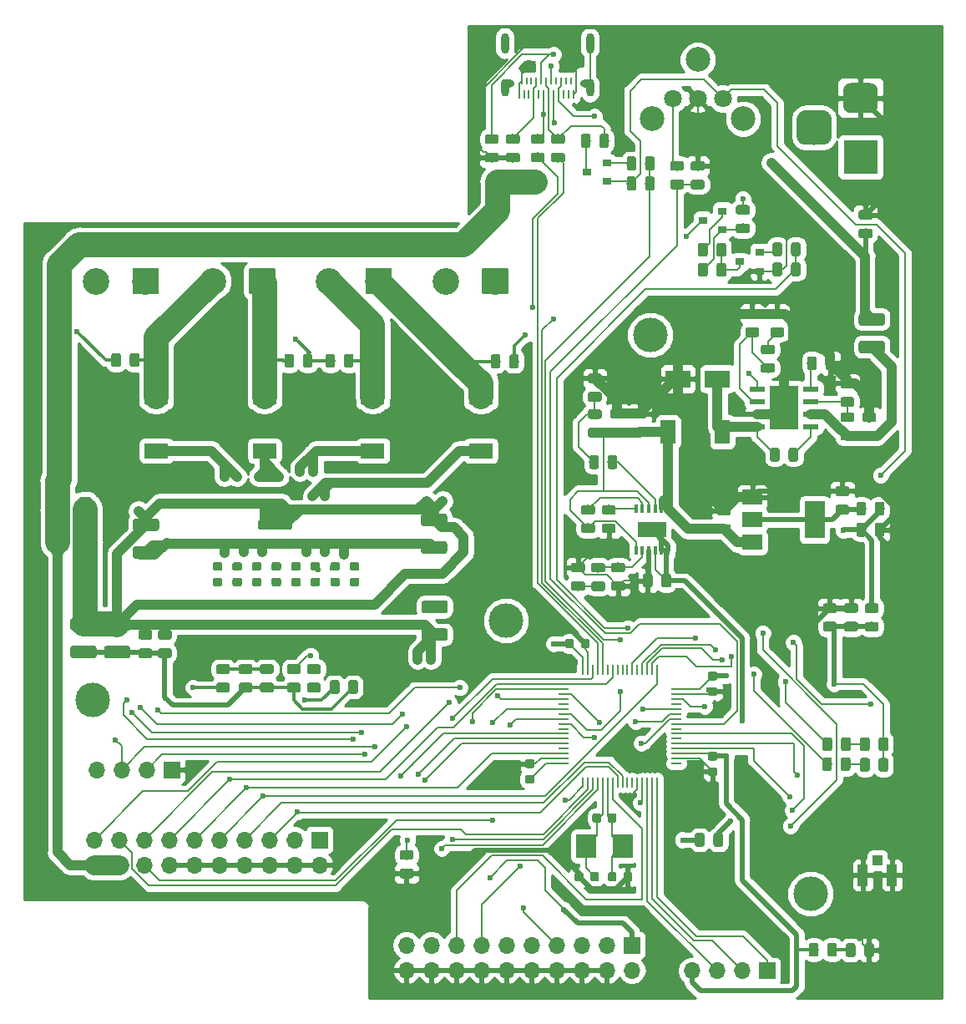
<source format=gbr>
G04 #@! TF.GenerationSoftware,KiCad,Pcbnew,5.0.2+dfsg1-1*
G04 #@! TF.CreationDate,2020-12-14T19:14:29+08:00*
G04 #@! TF.ProjectId,digital-amplifier2,64696769-7461-46c2-9d61-6d706c696669,rev?*
G04 #@! TF.SameCoordinates,Original*
G04 #@! TF.FileFunction,Copper,L1,Top*
G04 #@! TF.FilePolarity,Positive*
%FSLAX46Y46*%
G04 Gerber Fmt 4.6, Leading zero omitted, Abs format (unit mm)*
G04 Created by KiCad (PCBNEW 5.0.2+dfsg1-1) date 2020年12月14日 星期一 19时14分29秒*
%MOMM*%
%LPD*%
G01*
G04 APERTURE LIST*
G04 #@! TA.AperFunction,ComponentPad*
%ADD10C,3.500000*%
G04 #@! TD*
G04 #@! TA.AperFunction,SMDPad,CuDef*
%ADD11R,1.050000X2.200000*%
G04 #@! TD*
G04 #@! TA.AperFunction,SMDPad,CuDef*
%ADD12R,1.000000X1.050000*%
G04 #@! TD*
G04 #@! TA.AperFunction,SMDPad,CuDef*
%ADD13R,0.250000X0.950000*%
G04 #@! TD*
G04 #@! TA.AperFunction,SMDPad,CuDef*
%ADD14R,0.250000X0.800000*%
G04 #@! TD*
G04 #@! TA.AperFunction,ComponentPad*
%ADD15O,1.400000X0.800000*%
G04 #@! TD*
G04 #@! TA.AperFunction,ComponentPad*
%ADD16O,0.800000X2.100000*%
G04 #@! TD*
G04 #@! TA.AperFunction,ComponentPad*
%ADD17O,0.800000X1.800000*%
G04 #@! TD*
G04 #@! TA.AperFunction,Conductor*
%ADD18C,0.100000*%
G04 #@! TD*
G04 #@! TA.AperFunction,SMDPad,CuDef*
%ADD19C,1.250000*%
G04 #@! TD*
G04 #@! TA.AperFunction,SMDPad,CuDef*
%ADD20C,0.975000*%
G04 #@! TD*
G04 #@! TA.AperFunction,SMDPad,CuDef*
%ADD21R,0.900000X0.800000*%
G04 #@! TD*
G04 #@! TA.AperFunction,ComponentPad*
%ADD22R,1.700000X1.700000*%
G04 #@! TD*
G04 #@! TA.AperFunction,ComponentPad*
%ADD23O,1.700000X1.700000*%
G04 #@! TD*
G04 #@! TA.AperFunction,SMDPad,CuDef*
%ADD24C,0.875000*%
G04 #@! TD*
G04 #@! TA.AperFunction,SMDPad,CuDef*
%ADD25R,2.500000X1.800000*%
G04 #@! TD*
G04 #@! TA.AperFunction,ComponentPad*
%ADD26C,2.700000*%
G04 #@! TD*
G04 #@! TA.AperFunction,ComponentPad*
%ADD27R,3.500000X3.500000*%
G04 #@! TD*
G04 #@! TA.AperFunction,ComponentPad*
%ADD28C,3.000000*%
G04 #@! TD*
G04 #@! TA.AperFunction,SMDPad,CuDef*
%ADD29R,2.000000X2.400000*%
G04 #@! TD*
G04 #@! TA.AperFunction,SMDPad,CuDef*
%ADD30R,2.400000X1.500000*%
G04 #@! TD*
G04 #@! TA.AperFunction,SMDPad,CuDef*
%ADD31R,1.500000X2.400000*%
G04 #@! TD*
G04 #@! TA.AperFunction,SMDPad,CuDef*
%ADD32R,0.250000X1.000000*%
G04 #@! TD*
G04 #@! TA.AperFunction,SMDPad,CuDef*
%ADD33R,1.000000X0.250000*%
G04 #@! TD*
G04 #@! TA.AperFunction,SMDPad,CuDef*
%ADD34R,0.420000X0.890000*%
G04 #@! TD*
G04 #@! TA.AperFunction,SMDPad,CuDef*
%ADD35R,2.850000X1.650000*%
G04 #@! TD*
G04 #@! TA.AperFunction,ViaPad*
%ADD36C,0.600000*%
G04 #@! TD*
G04 #@! TA.AperFunction,SMDPad,CuDef*
%ADD37R,1.550000X0.600000*%
G04 #@! TD*
G04 #@! TA.AperFunction,Conductor*
%ADD38R,2.950000X4.500000*%
G04 #@! TD*
G04 #@! TA.AperFunction,SMDPad,CuDef*
%ADD39R,2.600000X3.100000*%
G04 #@! TD*
G04 #@! TA.AperFunction,SMDPad,CuDef*
%ADD40R,2.000000X3.800000*%
G04 #@! TD*
G04 #@! TA.AperFunction,SMDPad,CuDef*
%ADD41R,2.000000X1.500000*%
G04 #@! TD*
G04 #@! TA.AperFunction,WasherPad*
%ADD42C,2.500000*%
G04 #@! TD*
G04 #@! TA.AperFunction,ComponentPad*
%ADD43C,1.800000*%
G04 #@! TD*
G04 #@! TA.AperFunction,Conductor*
%ADD44C,0.200000*%
G04 #@! TD*
G04 #@! TA.AperFunction,Conductor*
%ADD45C,1.000000*%
G04 #@! TD*
G04 #@! TA.AperFunction,Conductor*
%ADD46C,0.500000*%
G04 #@! TD*
G04 #@! TA.AperFunction,Conductor*
%ADD47C,0.300000*%
G04 #@! TD*
G04 #@! TA.AperFunction,Conductor*
%ADD48C,2.500000*%
G04 #@! TD*
G04 #@! TA.AperFunction,Conductor*
%ADD49C,2.000000*%
G04 #@! TD*
G04 #@! TA.AperFunction,Conductor*
%ADD50C,0.254000*%
G04 #@! TD*
G04 APERTURE END LIST*
D10*
G04 #@! TO.P,H4,1*
G04 #@! TO.N,N/C*
X130429000Y-138684000D03*
G04 #@! TD*
G04 #@! TO.P,H3,1*
G04 #@! TO.N,N/C*
X99568000Y-110998000D03*
G04 #@! TD*
G04 #@! TO.P,H2,1*
G04 #@! TO.N,N/C*
X57658000Y-118999000D03*
G04 #@! TD*
G04 #@! TO.P,H1,1*
G04 #@! TO.N,N/C*
X114173000Y-82042000D03*
G04 #@! TD*
D11*
G04 #@! TO.P,J7,2*
G04 #@! TO.N,GND*
X135748500Y-136809500D03*
D12*
G04 #@! TO.P,J7,1*
G04 #@! TO.N,Net-(J7-Pad1)*
X137223500Y-135284500D03*
D11*
G04 #@! TO.P,J7,2*
G04 #@! TO.N,GND*
X138698500Y-136809500D03*
G04 #@! TD*
D13*
G04 #@! TO.P,J3,A4*
G04 #@! TO.N,Net-(D1-Pad2)*
X104884000Y-57637000D03*
G04 #@! TO.P,J3,A6*
G04 #@! TO.N,Net-(J3-PadA6)*
X103884000Y-57637000D03*
G04 #@! TO.P,J3,A10*
G04 #@! TO.N,Net-(J3-PadA10)*
X101884000Y-57637000D03*
G04 #@! TO.P,J3,A8*
G04 #@! TO.N,Net-(J3-PadA8)*
X102884000Y-57637000D03*
G04 #@! TO.P,J3,A2*
G04 #@! TO.N,Net-(J3-PadA2)*
X105884000Y-57637000D03*
G04 #@! TO.P,J3,A5*
G04 #@! TO.N,Net-(J3-PadA5)*
X104384000Y-57637000D03*
G04 #@! TO.P,J3,A9*
G04 #@! TO.N,Net-(D1-Pad2)*
X102384000Y-57637000D03*
G04 #@! TO.P,J3,A7*
G04 #@! TO.N,Net-(J3-PadA7)*
X103384000Y-57637000D03*
G04 #@! TO.P,J3,A3*
G04 #@! TO.N,Net-(J3-PadA3)*
X105384000Y-57637000D03*
G04 #@! TO.P,J3,A12*
G04 #@! TO.N,GND*
X100884000Y-57637000D03*
G04 #@! TO.P,J3,A11*
G04 #@! TO.N,Net-(J3-PadA11)*
X101384000Y-57637000D03*
G04 #@! TO.P,J3,A1*
G04 #@! TO.N,GND*
X106384000Y-57637000D03*
D14*
G04 #@! TO.P,J3,B1*
X101134000Y-56337000D03*
G04 #@! TO.P,J3,B2*
G04 #@! TO.N,Net-(J3-PadB2)*
X101634000Y-56337000D03*
G04 #@! TO.P,J3,B3*
G04 #@! TO.N,Net-(J3-PadB3)*
X102134000Y-56337000D03*
G04 #@! TO.P,J3,B4*
G04 #@! TO.N,Net-(D1-Pad2)*
X102634000Y-56337000D03*
G04 #@! TO.P,J3,B5*
G04 #@! TO.N,Net-(J3-PadA5)*
X103134000Y-56337000D03*
G04 #@! TO.P,J3,B6*
G04 #@! TO.N,Net-(J3-PadA6)*
X103634000Y-56337000D03*
G04 #@! TO.P,J3,B7*
G04 #@! TO.N,Net-(J3-PadA7)*
X104134000Y-56337000D03*
G04 #@! TO.P,J3,B8*
G04 #@! TO.N,Net-(J3-PadB8)*
X104634000Y-56337000D03*
G04 #@! TO.P,J3,B9*
G04 #@! TO.N,Net-(D1-Pad2)*
X105134000Y-56337000D03*
G04 #@! TO.P,J3,B10*
G04 #@! TO.N,Net-(J3-PadB10)*
X105634000Y-56337000D03*
G04 #@! TO.P,J3,B11*
G04 #@! TO.N,Net-(J3-PadB11)*
X106134000Y-56337000D03*
G04 #@! TO.P,J3,B12*
G04 #@! TO.N,GND*
X106634000Y-56337000D03*
D15*
G04 #@! TO.P,J3,S1*
G04 #@! TO.N,Net-(C9-Pad2)*
X99739000Y-56512000D03*
X107779000Y-56512000D03*
D16*
X108079000Y-52462000D03*
X99439000Y-52462000D03*
D17*
X99439000Y-57012000D03*
X108079000Y-57012000D03*
G04 #@! TD*
D18*
G04 #@! TO.N,/TAS6424/vcc_x*
G04 #@! TO.C,C32*
G36*
X64155004Y-100652704D02*
X64179273Y-100656304D01*
X64203071Y-100662265D01*
X64226171Y-100670530D01*
X64248349Y-100681020D01*
X64269393Y-100693633D01*
X64289098Y-100708247D01*
X64307277Y-100724723D01*
X64323753Y-100742902D01*
X64338367Y-100762607D01*
X64350980Y-100783651D01*
X64361470Y-100805829D01*
X64369735Y-100828929D01*
X64375696Y-100852727D01*
X64379296Y-100876996D01*
X64380500Y-100901500D01*
X64380500Y-101651500D01*
X64379296Y-101676004D01*
X64375696Y-101700273D01*
X64369735Y-101724071D01*
X64361470Y-101747171D01*
X64350980Y-101769349D01*
X64338367Y-101790393D01*
X64323753Y-101810098D01*
X64307277Y-101828277D01*
X64289098Y-101844753D01*
X64269393Y-101859367D01*
X64248349Y-101871980D01*
X64226171Y-101882470D01*
X64203071Y-101890735D01*
X64179273Y-101896696D01*
X64155004Y-101900296D01*
X64130500Y-101901500D01*
X61980500Y-101901500D01*
X61955996Y-101900296D01*
X61931727Y-101896696D01*
X61907929Y-101890735D01*
X61884829Y-101882470D01*
X61862651Y-101871980D01*
X61841607Y-101859367D01*
X61821902Y-101844753D01*
X61803723Y-101828277D01*
X61787247Y-101810098D01*
X61772633Y-101790393D01*
X61760020Y-101769349D01*
X61749530Y-101747171D01*
X61741265Y-101724071D01*
X61735304Y-101700273D01*
X61731704Y-101676004D01*
X61730500Y-101651500D01*
X61730500Y-100901500D01*
X61731704Y-100876996D01*
X61735304Y-100852727D01*
X61741265Y-100828929D01*
X61749530Y-100805829D01*
X61760020Y-100783651D01*
X61772633Y-100762607D01*
X61787247Y-100742902D01*
X61803723Y-100724723D01*
X61821902Y-100708247D01*
X61841607Y-100693633D01*
X61862651Y-100681020D01*
X61884829Y-100670530D01*
X61907929Y-100662265D01*
X61931727Y-100656304D01*
X61955996Y-100652704D01*
X61980500Y-100651500D01*
X64130500Y-100651500D01*
X64155004Y-100652704D01*
X64155004Y-100652704D01*
G37*
D19*
G04 #@! TD*
G04 #@! TO.P,C32,1*
G04 #@! TO.N,/TAS6424/vcc_x*
X63055500Y-101276500D03*
D18*
G04 #@! TO.N,/TAS6424/gnd_x*
G04 #@! TO.C,C32*
G36*
X64155004Y-103452704D02*
X64179273Y-103456304D01*
X64203071Y-103462265D01*
X64226171Y-103470530D01*
X64248349Y-103481020D01*
X64269393Y-103493633D01*
X64289098Y-103508247D01*
X64307277Y-103524723D01*
X64323753Y-103542902D01*
X64338367Y-103562607D01*
X64350980Y-103583651D01*
X64361470Y-103605829D01*
X64369735Y-103628929D01*
X64375696Y-103652727D01*
X64379296Y-103676996D01*
X64380500Y-103701500D01*
X64380500Y-104451500D01*
X64379296Y-104476004D01*
X64375696Y-104500273D01*
X64369735Y-104524071D01*
X64361470Y-104547171D01*
X64350980Y-104569349D01*
X64338367Y-104590393D01*
X64323753Y-104610098D01*
X64307277Y-104628277D01*
X64289098Y-104644753D01*
X64269393Y-104659367D01*
X64248349Y-104671980D01*
X64226171Y-104682470D01*
X64203071Y-104690735D01*
X64179273Y-104696696D01*
X64155004Y-104700296D01*
X64130500Y-104701500D01*
X61980500Y-104701500D01*
X61955996Y-104700296D01*
X61931727Y-104696696D01*
X61907929Y-104690735D01*
X61884829Y-104682470D01*
X61862651Y-104671980D01*
X61841607Y-104659367D01*
X61821902Y-104644753D01*
X61803723Y-104628277D01*
X61787247Y-104610098D01*
X61772633Y-104590393D01*
X61760020Y-104569349D01*
X61749530Y-104547171D01*
X61741265Y-104524071D01*
X61735304Y-104500273D01*
X61731704Y-104476004D01*
X61730500Y-104451500D01*
X61730500Y-103701500D01*
X61731704Y-103676996D01*
X61735304Y-103652727D01*
X61741265Y-103628929D01*
X61749530Y-103605829D01*
X61760020Y-103583651D01*
X61772633Y-103562607D01*
X61787247Y-103542902D01*
X61803723Y-103524723D01*
X61821902Y-103508247D01*
X61841607Y-103493633D01*
X61862651Y-103481020D01*
X61884829Y-103470530D01*
X61907929Y-103462265D01*
X61931727Y-103456304D01*
X61955996Y-103452704D01*
X61980500Y-103451500D01*
X64130500Y-103451500D01*
X64155004Y-103452704D01*
X64155004Y-103452704D01*
G37*
D19*
G04 #@! TD*
G04 #@! TO.P,C32,2*
G04 #@! TO.N,/TAS6424/gnd_x*
X63055500Y-104076500D03*
D18*
G04 #@! TO.N,/TAS6424/vcc_x*
G04 #@! TO.C,C45*
G36*
X65440642Y-111938674D02*
X65464303Y-111942184D01*
X65487507Y-111947996D01*
X65510029Y-111956054D01*
X65531653Y-111966282D01*
X65552170Y-111978579D01*
X65571383Y-111992829D01*
X65589107Y-112008893D01*
X65605171Y-112026617D01*
X65619421Y-112045830D01*
X65631718Y-112066347D01*
X65641946Y-112087971D01*
X65650004Y-112110493D01*
X65655816Y-112133697D01*
X65659326Y-112157358D01*
X65660500Y-112181250D01*
X65660500Y-112668750D01*
X65659326Y-112692642D01*
X65655816Y-112716303D01*
X65650004Y-112739507D01*
X65641946Y-112762029D01*
X65631718Y-112783653D01*
X65619421Y-112804170D01*
X65605171Y-112823383D01*
X65589107Y-112841107D01*
X65571383Y-112857171D01*
X65552170Y-112871421D01*
X65531653Y-112883718D01*
X65510029Y-112893946D01*
X65487507Y-112902004D01*
X65464303Y-112907816D01*
X65440642Y-112911326D01*
X65416750Y-112912500D01*
X64504250Y-112912500D01*
X64480358Y-112911326D01*
X64456697Y-112907816D01*
X64433493Y-112902004D01*
X64410971Y-112893946D01*
X64389347Y-112883718D01*
X64368830Y-112871421D01*
X64349617Y-112857171D01*
X64331893Y-112841107D01*
X64315829Y-112823383D01*
X64301579Y-112804170D01*
X64289282Y-112783653D01*
X64279054Y-112762029D01*
X64270996Y-112739507D01*
X64265184Y-112716303D01*
X64261674Y-112692642D01*
X64260500Y-112668750D01*
X64260500Y-112181250D01*
X64261674Y-112157358D01*
X64265184Y-112133697D01*
X64270996Y-112110493D01*
X64279054Y-112087971D01*
X64289282Y-112066347D01*
X64301579Y-112045830D01*
X64315829Y-112026617D01*
X64331893Y-112008893D01*
X64349617Y-111992829D01*
X64368830Y-111978579D01*
X64389347Y-111966282D01*
X64410971Y-111956054D01*
X64433493Y-111947996D01*
X64456697Y-111942184D01*
X64480358Y-111938674D01*
X64504250Y-111937500D01*
X65416750Y-111937500D01*
X65440642Y-111938674D01*
X65440642Y-111938674D01*
G37*
D20*
G04 #@! TD*
G04 #@! TO.P,C45,1*
G04 #@! TO.N,/TAS6424/vcc_x*
X64960500Y-112425000D03*
D18*
G04 #@! TO.N,/TAS6424/gnd_x*
G04 #@! TO.C,C45*
G36*
X65440642Y-113813674D02*
X65464303Y-113817184D01*
X65487507Y-113822996D01*
X65510029Y-113831054D01*
X65531653Y-113841282D01*
X65552170Y-113853579D01*
X65571383Y-113867829D01*
X65589107Y-113883893D01*
X65605171Y-113901617D01*
X65619421Y-113920830D01*
X65631718Y-113941347D01*
X65641946Y-113962971D01*
X65650004Y-113985493D01*
X65655816Y-114008697D01*
X65659326Y-114032358D01*
X65660500Y-114056250D01*
X65660500Y-114543750D01*
X65659326Y-114567642D01*
X65655816Y-114591303D01*
X65650004Y-114614507D01*
X65641946Y-114637029D01*
X65631718Y-114658653D01*
X65619421Y-114679170D01*
X65605171Y-114698383D01*
X65589107Y-114716107D01*
X65571383Y-114732171D01*
X65552170Y-114746421D01*
X65531653Y-114758718D01*
X65510029Y-114768946D01*
X65487507Y-114777004D01*
X65464303Y-114782816D01*
X65440642Y-114786326D01*
X65416750Y-114787500D01*
X64504250Y-114787500D01*
X64480358Y-114786326D01*
X64456697Y-114782816D01*
X64433493Y-114777004D01*
X64410971Y-114768946D01*
X64389347Y-114758718D01*
X64368830Y-114746421D01*
X64349617Y-114732171D01*
X64331893Y-114716107D01*
X64315829Y-114698383D01*
X64301579Y-114679170D01*
X64289282Y-114658653D01*
X64279054Y-114637029D01*
X64270996Y-114614507D01*
X64265184Y-114591303D01*
X64261674Y-114567642D01*
X64260500Y-114543750D01*
X64260500Y-114056250D01*
X64261674Y-114032358D01*
X64265184Y-114008697D01*
X64270996Y-113985493D01*
X64279054Y-113962971D01*
X64289282Y-113941347D01*
X64301579Y-113920830D01*
X64315829Y-113901617D01*
X64331893Y-113883893D01*
X64349617Y-113867829D01*
X64368830Y-113853579D01*
X64389347Y-113841282D01*
X64410971Y-113831054D01*
X64433493Y-113822996D01*
X64456697Y-113817184D01*
X64480358Y-113813674D01*
X64504250Y-113812500D01*
X65416750Y-113812500D01*
X65440642Y-113813674D01*
X65440642Y-113813674D01*
G37*
D20*
G04 #@! TD*
G04 #@! TO.P,C45,2*
G04 #@! TO.N,/TAS6424/gnd_x*
X64960500Y-114300000D03*
D18*
G04 #@! TO.N,GND*
G04 #@! TO.C,R17*
G36*
X98587642Y-63570174D02*
X98611303Y-63573684D01*
X98634507Y-63579496D01*
X98657029Y-63587554D01*
X98678653Y-63597782D01*
X98699170Y-63610079D01*
X98718383Y-63624329D01*
X98736107Y-63640393D01*
X98752171Y-63658117D01*
X98766421Y-63677330D01*
X98778718Y-63697847D01*
X98788946Y-63719471D01*
X98797004Y-63741993D01*
X98802816Y-63765197D01*
X98806326Y-63788858D01*
X98807500Y-63812750D01*
X98807500Y-64300250D01*
X98806326Y-64324142D01*
X98802816Y-64347803D01*
X98797004Y-64371007D01*
X98788946Y-64393529D01*
X98778718Y-64415153D01*
X98766421Y-64435670D01*
X98752171Y-64454883D01*
X98736107Y-64472607D01*
X98718383Y-64488671D01*
X98699170Y-64502921D01*
X98678653Y-64515218D01*
X98657029Y-64525446D01*
X98634507Y-64533504D01*
X98611303Y-64539316D01*
X98587642Y-64542826D01*
X98563750Y-64544000D01*
X97651250Y-64544000D01*
X97627358Y-64542826D01*
X97603697Y-64539316D01*
X97580493Y-64533504D01*
X97557971Y-64525446D01*
X97536347Y-64515218D01*
X97515830Y-64502921D01*
X97496617Y-64488671D01*
X97478893Y-64472607D01*
X97462829Y-64454883D01*
X97448579Y-64435670D01*
X97436282Y-64415153D01*
X97426054Y-64393529D01*
X97417996Y-64371007D01*
X97412184Y-64347803D01*
X97408674Y-64324142D01*
X97407500Y-64300250D01*
X97407500Y-63812750D01*
X97408674Y-63788858D01*
X97412184Y-63765197D01*
X97417996Y-63741993D01*
X97426054Y-63719471D01*
X97436282Y-63697847D01*
X97448579Y-63677330D01*
X97462829Y-63658117D01*
X97478893Y-63640393D01*
X97496617Y-63624329D01*
X97515830Y-63610079D01*
X97536347Y-63597782D01*
X97557971Y-63587554D01*
X97580493Y-63579496D01*
X97603697Y-63573684D01*
X97627358Y-63570174D01*
X97651250Y-63569000D01*
X98563750Y-63569000D01*
X98587642Y-63570174D01*
X98587642Y-63570174D01*
G37*
D20*
G04 #@! TD*
G04 #@! TO.P,R17,2*
G04 #@! TO.N,GND*
X98107500Y-64056500D03*
D18*
G04 #@! TO.N,Net-(J3-PadA5)*
G04 #@! TO.C,R17*
G36*
X98587642Y-61695174D02*
X98611303Y-61698684D01*
X98634507Y-61704496D01*
X98657029Y-61712554D01*
X98678653Y-61722782D01*
X98699170Y-61735079D01*
X98718383Y-61749329D01*
X98736107Y-61765393D01*
X98752171Y-61783117D01*
X98766421Y-61802330D01*
X98778718Y-61822847D01*
X98788946Y-61844471D01*
X98797004Y-61866993D01*
X98802816Y-61890197D01*
X98806326Y-61913858D01*
X98807500Y-61937750D01*
X98807500Y-62425250D01*
X98806326Y-62449142D01*
X98802816Y-62472803D01*
X98797004Y-62496007D01*
X98788946Y-62518529D01*
X98778718Y-62540153D01*
X98766421Y-62560670D01*
X98752171Y-62579883D01*
X98736107Y-62597607D01*
X98718383Y-62613671D01*
X98699170Y-62627921D01*
X98678653Y-62640218D01*
X98657029Y-62650446D01*
X98634507Y-62658504D01*
X98611303Y-62664316D01*
X98587642Y-62667826D01*
X98563750Y-62669000D01*
X97651250Y-62669000D01*
X97627358Y-62667826D01*
X97603697Y-62664316D01*
X97580493Y-62658504D01*
X97557971Y-62650446D01*
X97536347Y-62640218D01*
X97515830Y-62627921D01*
X97496617Y-62613671D01*
X97478893Y-62597607D01*
X97462829Y-62579883D01*
X97448579Y-62560670D01*
X97436282Y-62540153D01*
X97426054Y-62518529D01*
X97417996Y-62496007D01*
X97412184Y-62472803D01*
X97408674Y-62449142D01*
X97407500Y-62425250D01*
X97407500Y-61937750D01*
X97408674Y-61913858D01*
X97412184Y-61890197D01*
X97417996Y-61866993D01*
X97426054Y-61844471D01*
X97436282Y-61822847D01*
X97448579Y-61802330D01*
X97462829Y-61783117D01*
X97478893Y-61765393D01*
X97496617Y-61749329D01*
X97515830Y-61735079D01*
X97536347Y-61722782D01*
X97557971Y-61712554D01*
X97580493Y-61704496D01*
X97603697Y-61698684D01*
X97627358Y-61695174D01*
X97651250Y-61694000D01*
X98563750Y-61694000D01*
X98587642Y-61695174D01*
X98587642Y-61695174D01*
G37*
D20*
G04 #@! TD*
G04 #@! TO.P,R17,1*
G04 #@! TO.N,Net-(J3-PadA5)*
X98107500Y-62181500D03*
D18*
G04 #@! TO.N,Net-(D1-Pad2)*
G04 #@! TO.C,R39*
G36*
X100746642Y-61695174D02*
X100770303Y-61698684D01*
X100793507Y-61704496D01*
X100816029Y-61712554D01*
X100837653Y-61722782D01*
X100858170Y-61735079D01*
X100877383Y-61749329D01*
X100895107Y-61765393D01*
X100911171Y-61783117D01*
X100925421Y-61802330D01*
X100937718Y-61822847D01*
X100947946Y-61844471D01*
X100956004Y-61866993D01*
X100961816Y-61890197D01*
X100965326Y-61913858D01*
X100966500Y-61937750D01*
X100966500Y-62425250D01*
X100965326Y-62449142D01*
X100961816Y-62472803D01*
X100956004Y-62496007D01*
X100947946Y-62518529D01*
X100937718Y-62540153D01*
X100925421Y-62560670D01*
X100911171Y-62579883D01*
X100895107Y-62597607D01*
X100877383Y-62613671D01*
X100858170Y-62627921D01*
X100837653Y-62640218D01*
X100816029Y-62650446D01*
X100793507Y-62658504D01*
X100770303Y-62664316D01*
X100746642Y-62667826D01*
X100722750Y-62669000D01*
X99810250Y-62669000D01*
X99786358Y-62667826D01*
X99762697Y-62664316D01*
X99739493Y-62658504D01*
X99716971Y-62650446D01*
X99695347Y-62640218D01*
X99674830Y-62627921D01*
X99655617Y-62613671D01*
X99637893Y-62597607D01*
X99621829Y-62579883D01*
X99607579Y-62560670D01*
X99595282Y-62540153D01*
X99585054Y-62518529D01*
X99576996Y-62496007D01*
X99571184Y-62472803D01*
X99567674Y-62449142D01*
X99566500Y-62425250D01*
X99566500Y-61937750D01*
X99567674Y-61913858D01*
X99571184Y-61890197D01*
X99576996Y-61866993D01*
X99585054Y-61844471D01*
X99595282Y-61822847D01*
X99607579Y-61802330D01*
X99621829Y-61783117D01*
X99637893Y-61765393D01*
X99655617Y-61749329D01*
X99674830Y-61735079D01*
X99695347Y-61722782D01*
X99716971Y-61712554D01*
X99739493Y-61704496D01*
X99762697Y-61698684D01*
X99786358Y-61695174D01*
X99810250Y-61694000D01*
X100722750Y-61694000D01*
X100746642Y-61695174D01*
X100746642Y-61695174D01*
G37*
D20*
G04 #@! TD*
G04 #@! TO.P,R39,1*
G04 #@! TO.N,Net-(D1-Pad2)*
X100266500Y-62181500D03*
D18*
G04 #@! TO.N,GND*
G04 #@! TO.C,R39*
G36*
X100746642Y-63570174D02*
X100770303Y-63573684D01*
X100793507Y-63579496D01*
X100816029Y-63587554D01*
X100837653Y-63597782D01*
X100858170Y-63610079D01*
X100877383Y-63624329D01*
X100895107Y-63640393D01*
X100911171Y-63658117D01*
X100925421Y-63677330D01*
X100937718Y-63697847D01*
X100947946Y-63719471D01*
X100956004Y-63741993D01*
X100961816Y-63765197D01*
X100965326Y-63788858D01*
X100966500Y-63812750D01*
X100966500Y-64300250D01*
X100965326Y-64324142D01*
X100961816Y-64347803D01*
X100956004Y-64371007D01*
X100947946Y-64393529D01*
X100937718Y-64415153D01*
X100925421Y-64435670D01*
X100911171Y-64454883D01*
X100895107Y-64472607D01*
X100877383Y-64488671D01*
X100858170Y-64502921D01*
X100837653Y-64515218D01*
X100816029Y-64525446D01*
X100793507Y-64533504D01*
X100770303Y-64539316D01*
X100746642Y-64542826D01*
X100722750Y-64544000D01*
X99810250Y-64544000D01*
X99786358Y-64542826D01*
X99762697Y-64539316D01*
X99739493Y-64533504D01*
X99716971Y-64525446D01*
X99695347Y-64515218D01*
X99674830Y-64502921D01*
X99655617Y-64488671D01*
X99637893Y-64472607D01*
X99621829Y-64454883D01*
X99607579Y-64435670D01*
X99595282Y-64415153D01*
X99585054Y-64393529D01*
X99576996Y-64371007D01*
X99571184Y-64347803D01*
X99567674Y-64324142D01*
X99566500Y-64300250D01*
X99566500Y-63812750D01*
X99567674Y-63788858D01*
X99571184Y-63765197D01*
X99576996Y-63741993D01*
X99585054Y-63719471D01*
X99595282Y-63697847D01*
X99607579Y-63677330D01*
X99621829Y-63658117D01*
X99637893Y-63640393D01*
X99655617Y-63624329D01*
X99674830Y-63610079D01*
X99695347Y-63597782D01*
X99716971Y-63587554D01*
X99739493Y-63579496D01*
X99762697Y-63573684D01*
X99786358Y-63570174D01*
X99810250Y-63569000D01*
X100722750Y-63569000D01*
X100746642Y-63570174D01*
X100746642Y-63570174D01*
G37*
D20*
G04 #@! TD*
G04 #@! TO.P,R39,2*
G04 #@! TO.N,GND*
X100266500Y-64056500D03*
D18*
G04 #@! TO.N,/TAS6424/vcc_x*
G04 #@! TO.C,C38*
G36*
X77632642Y-100811174D02*
X77656303Y-100814684D01*
X77679507Y-100820496D01*
X77702029Y-100828554D01*
X77723653Y-100838782D01*
X77744170Y-100851079D01*
X77763383Y-100865329D01*
X77781107Y-100881393D01*
X77797171Y-100899117D01*
X77811421Y-100918330D01*
X77823718Y-100938847D01*
X77833946Y-100960471D01*
X77842004Y-100982993D01*
X77847816Y-101006197D01*
X77851326Y-101029858D01*
X77852500Y-101053750D01*
X77852500Y-101541250D01*
X77851326Y-101565142D01*
X77847816Y-101588803D01*
X77842004Y-101612007D01*
X77833946Y-101634529D01*
X77823718Y-101656153D01*
X77811421Y-101676670D01*
X77797171Y-101695883D01*
X77781107Y-101713607D01*
X77763383Y-101729671D01*
X77744170Y-101743921D01*
X77723653Y-101756218D01*
X77702029Y-101766446D01*
X77679507Y-101774504D01*
X77656303Y-101780316D01*
X77632642Y-101783826D01*
X77608750Y-101785000D01*
X76696250Y-101785000D01*
X76672358Y-101783826D01*
X76648697Y-101780316D01*
X76625493Y-101774504D01*
X76602971Y-101766446D01*
X76581347Y-101756218D01*
X76560830Y-101743921D01*
X76541617Y-101729671D01*
X76523893Y-101713607D01*
X76507829Y-101695883D01*
X76493579Y-101676670D01*
X76481282Y-101656153D01*
X76471054Y-101634529D01*
X76462996Y-101612007D01*
X76457184Y-101588803D01*
X76453674Y-101565142D01*
X76452500Y-101541250D01*
X76452500Y-101053750D01*
X76453674Y-101029858D01*
X76457184Y-101006197D01*
X76462996Y-100982993D01*
X76471054Y-100960471D01*
X76481282Y-100938847D01*
X76493579Y-100918330D01*
X76507829Y-100899117D01*
X76523893Y-100881393D01*
X76541617Y-100865329D01*
X76560830Y-100851079D01*
X76581347Y-100838782D01*
X76602971Y-100828554D01*
X76625493Y-100820496D01*
X76648697Y-100814684D01*
X76672358Y-100811174D01*
X76696250Y-100810000D01*
X77608750Y-100810000D01*
X77632642Y-100811174D01*
X77632642Y-100811174D01*
G37*
D20*
G04 #@! TD*
G04 #@! TO.P,C38,1*
G04 #@! TO.N,/TAS6424/vcc_x*
X77152500Y-101297500D03*
D18*
G04 #@! TO.N,/TAS6424/gnd_x*
G04 #@! TO.C,C38*
G36*
X77632642Y-102686174D02*
X77656303Y-102689684D01*
X77679507Y-102695496D01*
X77702029Y-102703554D01*
X77723653Y-102713782D01*
X77744170Y-102726079D01*
X77763383Y-102740329D01*
X77781107Y-102756393D01*
X77797171Y-102774117D01*
X77811421Y-102793330D01*
X77823718Y-102813847D01*
X77833946Y-102835471D01*
X77842004Y-102857993D01*
X77847816Y-102881197D01*
X77851326Y-102904858D01*
X77852500Y-102928750D01*
X77852500Y-103416250D01*
X77851326Y-103440142D01*
X77847816Y-103463803D01*
X77842004Y-103487007D01*
X77833946Y-103509529D01*
X77823718Y-103531153D01*
X77811421Y-103551670D01*
X77797171Y-103570883D01*
X77781107Y-103588607D01*
X77763383Y-103604671D01*
X77744170Y-103618921D01*
X77723653Y-103631218D01*
X77702029Y-103641446D01*
X77679507Y-103649504D01*
X77656303Y-103655316D01*
X77632642Y-103658826D01*
X77608750Y-103660000D01*
X76696250Y-103660000D01*
X76672358Y-103658826D01*
X76648697Y-103655316D01*
X76625493Y-103649504D01*
X76602971Y-103641446D01*
X76581347Y-103631218D01*
X76560830Y-103618921D01*
X76541617Y-103604671D01*
X76523893Y-103588607D01*
X76507829Y-103570883D01*
X76493579Y-103551670D01*
X76481282Y-103531153D01*
X76471054Y-103509529D01*
X76462996Y-103487007D01*
X76457184Y-103463803D01*
X76453674Y-103440142D01*
X76452500Y-103416250D01*
X76452500Y-102928750D01*
X76453674Y-102904858D01*
X76457184Y-102881197D01*
X76462996Y-102857993D01*
X76471054Y-102835471D01*
X76481282Y-102813847D01*
X76493579Y-102793330D01*
X76507829Y-102774117D01*
X76523893Y-102756393D01*
X76541617Y-102740329D01*
X76560830Y-102726079D01*
X76581347Y-102713782D01*
X76602971Y-102703554D01*
X76625493Y-102695496D01*
X76648697Y-102689684D01*
X76672358Y-102686174D01*
X76696250Y-102685000D01*
X77608750Y-102685000D01*
X77632642Y-102686174D01*
X77632642Y-102686174D01*
G37*
D20*
G04 #@! TD*
G04 #@! TO.P,C38,2*
G04 #@! TO.N,/TAS6424/gnd_x*
X77152500Y-103172500D03*
D18*
G04 #@! TO.N,/TAS6424/gnd_x*
G04 #@! TO.C,C36*
G36*
X73632142Y-117291174D02*
X73655803Y-117294684D01*
X73679007Y-117300496D01*
X73701529Y-117308554D01*
X73723153Y-117318782D01*
X73743670Y-117331079D01*
X73762883Y-117345329D01*
X73780607Y-117361393D01*
X73796671Y-117379117D01*
X73810921Y-117398330D01*
X73823218Y-117418847D01*
X73833446Y-117440471D01*
X73841504Y-117462993D01*
X73847316Y-117486197D01*
X73850826Y-117509858D01*
X73852000Y-117533750D01*
X73852000Y-118021250D01*
X73850826Y-118045142D01*
X73847316Y-118068803D01*
X73841504Y-118092007D01*
X73833446Y-118114529D01*
X73823218Y-118136153D01*
X73810921Y-118156670D01*
X73796671Y-118175883D01*
X73780607Y-118193607D01*
X73762883Y-118209671D01*
X73743670Y-118223921D01*
X73723153Y-118236218D01*
X73701529Y-118246446D01*
X73679007Y-118254504D01*
X73655803Y-118260316D01*
X73632142Y-118263826D01*
X73608250Y-118265000D01*
X72695750Y-118265000D01*
X72671858Y-118263826D01*
X72648197Y-118260316D01*
X72624993Y-118254504D01*
X72602471Y-118246446D01*
X72580847Y-118236218D01*
X72560330Y-118223921D01*
X72541117Y-118209671D01*
X72523393Y-118193607D01*
X72507329Y-118175883D01*
X72493079Y-118156670D01*
X72480782Y-118136153D01*
X72470554Y-118114529D01*
X72462496Y-118092007D01*
X72456684Y-118068803D01*
X72453174Y-118045142D01*
X72452000Y-118021250D01*
X72452000Y-117533750D01*
X72453174Y-117509858D01*
X72456684Y-117486197D01*
X72462496Y-117462993D01*
X72470554Y-117440471D01*
X72480782Y-117418847D01*
X72493079Y-117398330D01*
X72507329Y-117379117D01*
X72523393Y-117361393D01*
X72541117Y-117345329D01*
X72560330Y-117331079D01*
X72580847Y-117318782D01*
X72602471Y-117308554D01*
X72624993Y-117300496D01*
X72648197Y-117294684D01*
X72671858Y-117291174D01*
X72695750Y-117290000D01*
X73608250Y-117290000D01*
X73632142Y-117291174D01*
X73632142Y-117291174D01*
G37*
D20*
G04 #@! TD*
G04 #@! TO.P,C36,2*
G04 #@! TO.N,/TAS6424/gnd_x*
X73152000Y-117777500D03*
D18*
G04 #@! TO.N,/TAS6424/tas6424_power/vdd_33*
G04 #@! TO.C,C36*
G36*
X73632142Y-115416174D02*
X73655803Y-115419684D01*
X73679007Y-115425496D01*
X73701529Y-115433554D01*
X73723153Y-115443782D01*
X73743670Y-115456079D01*
X73762883Y-115470329D01*
X73780607Y-115486393D01*
X73796671Y-115504117D01*
X73810921Y-115523330D01*
X73823218Y-115543847D01*
X73833446Y-115565471D01*
X73841504Y-115587993D01*
X73847316Y-115611197D01*
X73850826Y-115634858D01*
X73852000Y-115658750D01*
X73852000Y-116146250D01*
X73850826Y-116170142D01*
X73847316Y-116193803D01*
X73841504Y-116217007D01*
X73833446Y-116239529D01*
X73823218Y-116261153D01*
X73810921Y-116281670D01*
X73796671Y-116300883D01*
X73780607Y-116318607D01*
X73762883Y-116334671D01*
X73743670Y-116348921D01*
X73723153Y-116361218D01*
X73701529Y-116371446D01*
X73679007Y-116379504D01*
X73655803Y-116385316D01*
X73632142Y-116388826D01*
X73608250Y-116390000D01*
X72695750Y-116390000D01*
X72671858Y-116388826D01*
X72648197Y-116385316D01*
X72624993Y-116379504D01*
X72602471Y-116371446D01*
X72580847Y-116361218D01*
X72560330Y-116348921D01*
X72541117Y-116334671D01*
X72523393Y-116318607D01*
X72507329Y-116300883D01*
X72493079Y-116281670D01*
X72480782Y-116261153D01*
X72470554Y-116239529D01*
X72462496Y-116217007D01*
X72456684Y-116193803D01*
X72453174Y-116170142D01*
X72452000Y-116146250D01*
X72452000Y-115658750D01*
X72453174Y-115634858D01*
X72456684Y-115611197D01*
X72462496Y-115587993D01*
X72470554Y-115565471D01*
X72480782Y-115543847D01*
X72493079Y-115523330D01*
X72507329Y-115504117D01*
X72523393Y-115486393D01*
X72541117Y-115470329D01*
X72560330Y-115456079D01*
X72580847Y-115443782D01*
X72602471Y-115433554D01*
X72624993Y-115425496D01*
X72648197Y-115419684D01*
X72671858Y-115416174D01*
X72695750Y-115415000D01*
X73608250Y-115415000D01*
X73632142Y-115416174D01*
X73632142Y-115416174D01*
G37*
D20*
G04 #@! TD*
G04 #@! TO.P,C36,1*
G04 #@! TO.N,/TAS6424/tas6424_power/vdd_33*
X73152000Y-115902500D03*
D18*
G04 #@! TO.N,/TAS6424/vcc_x*
G04 #@! TO.C,C35*
G36*
X75600642Y-100811174D02*
X75624303Y-100814684D01*
X75647507Y-100820496D01*
X75670029Y-100828554D01*
X75691653Y-100838782D01*
X75712170Y-100851079D01*
X75731383Y-100865329D01*
X75749107Y-100881393D01*
X75765171Y-100899117D01*
X75779421Y-100918330D01*
X75791718Y-100938847D01*
X75801946Y-100960471D01*
X75810004Y-100982993D01*
X75815816Y-101006197D01*
X75819326Y-101029858D01*
X75820500Y-101053750D01*
X75820500Y-101541250D01*
X75819326Y-101565142D01*
X75815816Y-101588803D01*
X75810004Y-101612007D01*
X75801946Y-101634529D01*
X75791718Y-101656153D01*
X75779421Y-101676670D01*
X75765171Y-101695883D01*
X75749107Y-101713607D01*
X75731383Y-101729671D01*
X75712170Y-101743921D01*
X75691653Y-101756218D01*
X75670029Y-101766446D01*
X75647507Y-101774504D01*
X75624303Y-101780316D01*
X75600642Y-101783826D01*
X75576750Y-101785000D01*
X74664250Y-101785000D01*
X74640358Y-101783826D01*
X74616697Y-101780316D01*
X74593493Y-101774504D01*
X74570971Y-101766446D01*
X74549347Y-101756218D01*
X74528830Y-101743921D01*
X74509617Y-101729671D01*
X74491893Y-101713607D01*
X74475829Y-101695883D01*
X74461579Y-101676670D01*
X74449282Y-101656153D01*
X74439054Y-101634529D01*
X74430996Y-101612007D01*
X74425184Y-101588803D01*
X74421674Y-101565142D01*
X74420500Y-101541250D01*
X74420500Y-101053750D01*
X74421674Y-101029858D01*
X74425184Y-101006197D01*
X74430996Y-100982993D01*
X74439054Y-100960471D01*
X74449282Y-100938847D01*
X74461579Y-100918330D01*
X74475829Y-100899117D01*
X74491893Y-100881393D01*
X74509617Y-100865329D01*
X74528830Y-100851079D01*
X74549347Y-100838782D01*
X74570971Y-100828554D01*
X74593493Y-100820496D01*
X74616697Y-100814684D01*
X74640358Y-100811174D01*
X74664250Y-100810000D01*
X75576750Y-100810000D01*
X75600642Y-100811174D01*
X75600642Y-100811174D01*
G37*
D20*
G04 #@! TD*
G04 #@! TO.P,C35,1*
G04 #@! TO.N,/TAS6424/vcc_x*
X75120500Y-101297500D03*
D18*
G04 #@! TO.N,/TAS6424/gnd_x*
G04 #@! TO.C,C35*
G36*
X75600642Y-102686174D02*
X75624303Y-102689684D01*
X75647507Y-102695496D01*
X75670029Y-102703554D01*
X75691653Y-102713782D01*
X75712170Y-102726079D01*
X75731383Y-102740329D01*
X75749107Y-102756393D01*
X75765171Y-102774117D01*
X75779421Y-102793330D01*
X75791718Y-102813847D01*
X75801946Y-102835471D01*
X75810004Y-102857993D01*
X75815816Y-102881197D01*
X75819326Y-102904858D01*
X75820500Y-102928750D01*
X75820500Y-103416250D01*
X75819326Y-103440142D01*
X75815816Y-103463803D01*
X75810004Y-103487007D01*
X75801946Y-103509529D01*
X75791718Y-103531153D01*
X75779421Y-103551670D01*
X75765171Y-103570883D01*
X75749107Y-103588607D01*
X75731383Y-103604671D01*
X75712170Y-103618921D01*
X75691653Y-103631218D01*
X75670029Y-103641446D01*
X75647507Y-103649504D01*
X75624303Y-103655316D01*
X75600642Y-103658826D01*
X75576750Y-103660000D01*
X74664250Y-103660000D01*
X74640358Y-103658826D01*
X74616697Y-103655316D01*
X74593493Y-103649504D01*
X74570971Y-103641446D01*
X74549347Y-103631218D01*
X74528830Y-103618921D01*
X74509617Y-103604671D01*
X74491893Y-103588607D01*
X74475829Y-103570883D01*
X74461579Y-103551670D01*
X74449282Y-103531153D01*
X74439054Y-103509529D01*
X74430996Y-103487007D01*
X74425184Y-103463803D01*
X74421674Y-103440142D01*
X74420500Y-103416250D01*
X74420500Y-102928750D01*
X74421674Y-102904858D01*
X74425184Y-102881197D01*
X74430996Y-102857993D01*
X74439054Y-102835471D01*
X74449282Y-102813847D01*
X74461579Y-102793330D01*
X74475829Y-102774117D01*
X74491893Y-102756393D01*
X74509617Y-102740329D01*
X74528830Y-102726079D01*
X74549347Y-102713782D01*
X74570971Y-102703554D01*
X74593493Y-102695496D01*
X74616697Y-102689684D01*
X74640358Y-102686174D01*
X74664250Y-102685000D01*
X75576750Y-102685000D01*
X75600642Y-102686174D01*
X75600642Y-102686174D01*
G37*
D20*
G04 #@! TD*
G04 #@! TO.P,C35,2*
G04 #@! TO.N,/TAS6424/gnd_x*
X75120500Y-103172500D03*
D18*
G04 #@! TO.N,/TAS6424/tas6424_power/vdd_33*
G04 #@! TO.C,C40*
G36*
X75791142Y-115416174D02*
X75814803Y-115419684D01*
X75838007Y-115425496D01*
X75860529Y-115433554D01*
X75882153Y-115443782D01*
X75902670Y-115456079D01*
X75921883Y-115470329D01*
X75939607Y-115486393D01*
X75955671Y-115504117D01*
X75969921Y-115523330D01*
X75982218Y-115543847D01*
X75992446Y-115565471D01*
X76000504Y-115587993D01*
X76006316Y-115611197D01*
X76009826Y-115634858D01*
X76011000Y-115658750D01*
X76011000Y-116146250D01*
X76009826Y-116170142D01*
X76006316Y-116193803D01*
X76000504Y-116217007D01*
X75992446Y-116239529D01*
X75982218Y-116261153D01*
X75969921Y-116281670D01*
X75955671Y-116300883D01*
X75939607Y-116318607D01*
X75921883Y-116334671D01*
X75902670Y-116348921D01*
X75882153Y-116361218D01*
X75860529Y-116371446D01*
X75838007Y-116379504D01*
X75814803Y-116385316D01*
X75791142Y-116388826D01*
X75767250Y-116390000D01*
X74854750Y-116390000D01*
X74830858Y-116388826D01*
X74807197Y-116385316D01*
X74783993Y-116379504D01*
X74761471Y-116371446D01*
X74739847Y-116361218D01*
X74719330Y-116348921D01*
X74700117Y-116334671D01*
X74682393Y-116318607D01*
X74666329Y-116300883D01*
X74652079Y-116281670D01*
X74639782Y-116261153D01*
X74629554Y-116239529D01*
X74621496Y-116217007D01*
X74615684Y-116193803D01*
X74612174Y-116170142D01*
X74611000Y-116146250D01*
X74611000Y-115658750D01*
X74612174Y-115634858D01*
X74615684Y-115611197D01*
X74621496Y-115587993D01*
X74629554Y-115565471D01*
X74639782Y-115543847D01*
X74652079Y-115523330D01*
X74666329Y-115504117D01*
X74682393Y-115486393D01*
X74700117Y-115470329D01*
X74719330Y-115456079D01*
X74739847Y-115443782D01*
X74761471Y-115433554D01*
X74783993Y-115425496D01*
X74807197Y-115419684D01*
X74830858Y-115416174D01*
X74854750Y-115415000D01*
X75767250Y-115415000D01*
X75791142Y-115416174D01*
X75791142Y-115416174D01*
G37*
D20*
G04 #@! TD*
G04 #@! TO.P,C40,1*
G04 #@! TO.N,/TAS6424/tas6424_power/vdd_33*
X75311000Y-115902500D03*
D18*
G04 #@! TO.N,/TAS6424/gnd_x*
G04 #@! TO.C,C40*
G36*
X75791142Y-117291174D02*
X75814803Y-117294684D01*
X75838007Y-117300496D01*
X75860529Y-117308554D01*
X75882153Y-117318782D01*
X75902670Y-117331079D01*
X75921883Y-117345329D01*
X75939607Y-117361393D01*
X75955671Y-117379117D01*
X75969921Y-117398330D01*
X75982218Y-117418847D01*
X75992446Y-117440471D01*
X76000504Y-117462993D01*
X76006316Y-117486197D01*
X76009826Y-117509858D01*
X76011000Y-117533750D01*
X76011000Y-118021250D01*
X76009826Y-118045142D01*
X76006316Y-118068803D01*
X76000504Y-118092007D01*
X75992446Y-118114529D01*
X75982218Y-118136153D01*
X75969921Y-118156670D01*
X75955671Y-118175883D01*
X75939607Y-118193607D01*
X75921883Y-118209671D01*
X75902670Y-118223921D01*
X75882153Y-118236218D01*
X75860529Y-118246446D01*
X75838007Y-118254504D01*
X75814803Y-118260316D01*
X75791142Y-118263826D01*
X75767250Y-118265000D01*
X74854750Y-118265000D01*
X74830858Y-118263826D01*
X74807197Y-118260316D01*
X74783993Y-118254504D01*
X74761471Y-118246446D01*
X74739847Y-118236218D01*
X74719330Y-118223921D01*
X74700117Y-118209671D01*
X74682393Y-118193607D01*
X74666329Y-118175883D01*
X74652079Y-118156670D01*
X74639782Y-118136153D01*
X74629554Y-118114529D01*
X74621496Y-118092007D01*
X74615684Y-118068803D01*
X74612174Y-118045142D01*
X74611000Y-118021250D01*
X74611000Y-117533750D01*
X74612174Y-117509858D01*
X74615684Y-117486197D01*
X74621496Y-117462993D01*
X74629554Y-117440471D01*
X74639782Y-117418847D01*
X74652079Y-117398330D01*
X74666329Y-117379117D01*
X74682393Y-117361393D01*
X74700117Y-117345329D01*
X74719330Y-117331079D01*
X74739847Y-117318782D01*
X74761471Y-117308554D01*
X74783993Y-117300496D01*
X74807197Y-117294684D01*
X74830858Y-117291174D01*
X74854750Y-117290000D01*
X75767250Y-117290000D01*
X75791142Y-117291174D01*
X75791142Y-117291174D01*
G37*
D20*
G04 #@! TD*
G04 #@! TO.P,C40,2*
G04 #@! TO.N,/TAS6424/gnd_x*
X75311000Y-117777500D03*
D18*
G04 #@! TO.N,/TAS6424/vcc_x*
G04 #@! TO.C,C49*
G36*
X63472142Y-111938674D02*
X63495803Y-111942184D01*
X63519007Y-111947996D01*
X63541529Y-111956054D01*
X63563153Y-111966282D01*
X63583670Y-111978579D01*
X63602883Y-111992829D01*
X63620607Y-112008893D01*
X63636671Y-112026617D01*
X63650921Y-112045830D01*
X63663218Y-112066347D01*
X63673446Y-112087971D01*
X63681504Y-112110493D01*
X63687316Y-112133697D01*
X63690826Y-112157358D01*
X63692000Y-112181250D01*
X63692000Y-112668750D01*
X63690826Y-112692642D01*
X63687316Y-112716303D01*
X63681504Y-112739507D01*
X63673446Y-112762029D01*
X63663218Y-112783653D01*
X63650921Y-112804170D01*
X63636671Y-112823383D01*
X63620607Y-112841107D01*
X63602883Y-112857171D01*
X63583670Y-112871421D01*
X63563153Y-112883718D01*
X63541529Y-112893946D01*
X63519007Y-112902004D01*
X63495803Y-112907816D01*
X63472142Y-112911326D01*
X63448250Y-112912500D01*
X62535750Y-112912500D01*
X62511858Y-112911326D01*
X62488197Y-112907816D01*
X62464993Y-112902004D01*
X62442471Y-112893946D01*
X62420847Y-112883718D01*
X62400330Y-112871421D01*
X62381117Y-112857171D01*
X62363393Y-112841107D01*
X62347329Y-112823383D01*
X62333079Y-112804170D01*
X62320782Y-112783653D01*
X62310554Y-112762029D01*
X62302496Y-112739507D01*
X62296684Y-112716303D01*
X62293174Y-112692642D01*
X62292000Y-112668750D01*
X62292000Y-112181250D01*
X62293174Y-112157358D01*
X62296684Y-112133697D01*
X62302496Y-112110493D01*
X62310554Y-112087971D01*
X62320782Y-112066347D01*
X62333079Y-112045830D01*
X62347329Y-112026617D01*
X62363393Y-112008893D01*
X62381117Y-111992829D01*
X62400330Y-111978579D01*
X62420847Y-111966282D01*
X62442471Y-111956054D01*
X62464993Y-111947996D01*
X62488197Y-111942184D01*
X62511858Y-111938674D01*
X62535750Y-111937500D01*
X63448250Y-111937500D01*
X63472142Y-111938674D01*
X63472142Y-111938674D01*
G37*
D20*
G04 #@! TD*
G04 #@! TO.P,C49,1*
G04 #@! TO.N,/TAS6424/vcc_x*
X62992000Y-112425000D03*
D18*
G04 #@! TO.N,/TAS6424/gnd_x*
G04 #@! TO.C,C49*
G36*
X63472142Y-113813674D02*
X63495803Y-113817184D01*
X63519007Y-113822996D01*
X63541529Y-113831054D01*
X63563153Y-113841282D01*
X63583670Y-113853579D01*
X63602883Y-113867829D01*
X63620607Y-113883893D01*
X63636671Y-113901617D01*
X63650921Y-113920830D01*
X63663218Y-113941347D01*
X63673446Y-113962971D01*
X63681504Y-113985493D01*
X63687316Y-114008697D01*
X63690826Y-114032358D01*
X63692000Y-114056250D01*
X63692000Y-114543750D01*
X63690826Y-114567642D01*
X63687316Y-114591303D01*
X63681504Y-114614507D01*
X63673446Y-114637029D01*
X63663218Y-114658653D01*
X63650921Y-114679170D01*
X63636671Y-114698383D01*
X63620607Y-114716107D01*
X63602883Y-114732171D01*
X63583670Y-114746421D01*
X63563153Y-114758718D01*
X63541529Y-114768946D01*
X63519007Y-114777004D01*
X63495803Y-114782816D01*
X63472142Y-114786326D01*
X63448250Y-114787500D01*
X62535750Y-114787500D01*
X62511858Y-114786326D01*
X62488197Y-114782816D01*
X62464993Y-114777004D01*
X62442471Y-114768946D01*
X62420847Y-114758718D01*
X62400330Y-114746421D01*
X62381117Y-114732171D01*
X62363393Y-114716107D01*
X62347329Y-114698383D01*
X62333079Y-114679170D01*
X62320782Y-114658653D01*
X62310554Y-114637029D01*
X62302496Y-114614507D01*
X62296684Y-114591303D01*
X62293174Y-114567642D01*
X62292000Y-114543750D01*
X62292000Y-114056250D01*
X62293174Y-114032358D01*
X62296684Y-114008697D01*
X62302496Y-113985493D01*
X62310554Y-113962971D01*
X62320782Y-113941347D01*
X62333079Y-113920830D01*
X62347329Y-113901617D01*
X62363393Y-113883893D01*
X62381117Y-113867829D01*
X62400330Y-113853579D01*
X62420847Y-113841282D01*
X62442471Y-113831054D01*
X62464993Y-113822996D01*
X62488197Y-113817184D01*
X62511858Y-113813674D01*
X62535750Y-113812500D01*
X63448250Y-113812500D01*
X63472142Y-113813674D01*
X63472142Y-113813674D01*
G37*
D20*
G04 #@! TD*
G04 #@! TO.P,C49,2*
G04 #@! TO.N,/TAS6424/gnd_x*
X62992000Y-114300000D03*
D18*
G04 #@! TO.N,/TAS6424/gnd_x*
G04 #@! TO.C,C48*
G36*
X84326642Y-117030174D02*
X84350303Y-117033684D01*
X84373507Y-117039496D01*
X84396029Y-117047554D01*
X84417653Y-117057782D01*
X84438170Y-117070079D01*
X84457383Y-117084329D01*
X84475107Y-117100393D01*
X84491171Y-117118117D01*
X84505421Y-117137330D01*
X84517718Y-117157847D01*
X84527946Y-117179471D01*
X84536004Y-117201993D01*
X84541816Y-117225197D01*
X84545326Y-117248858D01*
X84546500Y-117272750D01*
X84546500Y-118185250D01*
X84545326Y-118209142D01*
X84541816Y-118232803D01*
X84536004Y-118256007D01*
X84527946Y-118278529D01*
X84517718Y-118300153D01*
X84505421Y-118320670D01*
X84491171Y-118339883D01*
X84475107Y-118357607D01*
X84457383Y-118373671D01*
X84438170Y-118387921D01*
X84417653Y-118400218D01*
X84396029Y-118410446D01*
X84373507Y-118418504D01*
X84350303Y-118424316D01*
X84326642Y-118427826D01*
X84302750Y-118429000D01*
X83815250Y-118429000D01*
X83791358Y-118427826D01*
X83767697Y-118424316D01*
X83744493Y-118418504D01*
X83721971Y-118410446D01*
X83700347Y-118400218D01*
X83679830Y-118387921D01*
X83660617Y-118373671D01*
X83642893Y-118357607D01*
X83626829Y-118339883D01*
X83612579Y-118320670D01*
X83600282Y-118300153D01*
X83590054Y-118278529D01*
X83581996Y-118256007D01*
X83576184Y-118232803D01*
X83572674Y-118209142D01*
X83571500Y-118185250D01*
X83571500Y-117272750D01*
X83572674Y-117248858D01*
X83576184Y-117225197D01*
X83581996Y-117201993D01*
X83590054Y-117179471D01*
X83600282Y-117157847D01*
X83612579Y-117137330D01*
X83626829Y-117118117D01*
X83642893Y-117100393D01*
X83660617Y-117084329D01*
X83679830Y-117070079D01*
X83700347Y-117057782D01*
X83721971Y-117047554D01*
X83744493Y-117039496D01*
X83767697Y-117033684D01*
X83791358Y-117030174D01*
X83815250Y-117029000D01*
X84302750Y-117029000D01*
X84326642Y-117030174D01*
X84326642Y-117030174D01*
G37*
D20*
G04 #@! TD*
G04 #@! TO.P,C48,2*
G04 #@! TO.N,/TAS6424/gnd_x*
X84059000Y-117729000D03*
D18*
G04 #@! TO.N,Net-(C48-Pad1)*
G04 #@! TO.C,C48*
G36*
X82451642Y-117030174D02*
X82475303Y-117033684D01*
X82498507Y-117039496D01*
X82521029Y-117047554D01*
X82542653Y-117057782D01*
X82563170Y-117070079D01*
X82582383Y-117084329D01*
X82600107Y-117100393D01*
X82616171Y-117118117D01*
X82630421Y-117137330D01*
X82642718Y-117157847D01*
X82652946Y-117179471D01*
X82661004Y-117201993D01*
X82666816Y-117225197D01*
X82670326Y-117248858D01*
X82671500Y-117272750D01*
X82671500Y-118185250D01*
X82670326Y-118209142D01*
X82666816Y-118232803D01*
X82661004Y-118256007D01*
X82652946Y-118278529D01*
X82642718Y-118300153D01*
X82630421Y-118320670D01*
X82616171Y-118339883D01*
X82600107Y-118357607D01*
X82582383Y-118373671D01*
X82563170Y-118387921D01*
X82542653Y-118400218D01*
X82521029Y-118410446D01*
X82498507Y-118418504D01*
X82475303Y-118424316D01*
X82451642Y-118427826D01*
X82427750Y-118429000D01*
X81940250Y-118429000D01*
X81916358Y-118427826D01*
X81892697Y-118424316D01*
X81869493Y-118418504D01*
X81846971Y-118410446D01*
X81825347Y-118400218D01*
X81804830Y-118387921D01*
X81785617Y-118373671D01*
X81767893Y-118357607D01*
X81751829Y-118339883D01*
X81737579Y-118320670D01*
X81725282Y-118300153D01*
X81715054Y-118278529D01*
X81706996Y-118256007D01*
X81701184Y-118232803D01*
X81697674Y-118209142D01*
X81696500Y-118185250D01*
X81696500Y-117272750D01*
X81697674Y-117248858D01*
X81701184Y-117225197D01*
X81706996Y-117201993D01*
X81715054Y-117179471D01*
X81725282Y-117157847D01*
X81737579Y-117137330D01*
X81751829Y-117118117D01*
X81767893Y-117100393D01*
X81785617Y-117084329D01*
X81804830Y-117070079D01*
X81825347Y-117057782D01*
X81846971Y-117047554D01*
X81869493Y-117039496D01*
X81892697Y-117033684D01*
X81916358Y-117030174D01*
X81940250Y-117029000D01*
X82427750Y-117029000D01*
X82451642Y-117030174D01*
X82451642Y-117030174D01*
G37*
D20*
G04 #@! TD*
G04 #@! TO.P,C48,1*
G04 #@! TO.N,Net-(C48-Pad1)*
X82184000Y-117729000D03*
D18*
G04 #@! TO.N,Net-(C47-Pad1)*
G04 #@! TO.C,C47*
G36*
X78521642Y-115416174D02*
X78545303Y-115419684D01*
X78568507Y-115425496D01*
X78591029Y-115433554D01*
X78612653Y-115443782D01*
X78633170Y-115456079D01*
X78652383Y-115470329D01*
X78670107Y-115486393D01*
X78686171Y-115504117D01*
X78700421Y-115523330D01*
X78712718Y-115543847D01*
X78722946Y-115565471D01*
X78731004Y-115587993D01*
X78736816Y-115611197D01*
X78740326Y-115634858D01*
X78741500Y-115658750D01*
X78741500Y-116146250D01*
X78740326Y-116170142D01*
X78736816Y-116193803D01*
X78731004Y-116217007D01*
X78722946Y-116239529D01*
X78712718Y-116261153D01*
X78700421Y-116281670D01*
X78686171Y-116300883D01*
X78670107Y-116318607D01*
X78652383Y-116334671D01*
X78633170Y-116348921D01*
X78612653Y-116361218D01*
X78591029Y-116371446D01*
X78568507Y-116379504D01*
X78545303Y-116385316D01*
X78521642Y-116388826D01*
X78497750Y-116390000D01*
X77585250Y-116390000D01*
X77561358Y-116388826D01*
X77537697Y-116385316D01*
X77514493Y-116379504D01*
X77491971Y-116371446D01*
X77470347Y-116361218D01*
X77449830Y-116348921D01*
X77430617Y-116334671D01*
X77412893Y-116318607D01*
X77396829Y-116300883D01*
X77382579Y-116281670D01*
X77370282Y-116261153D01*
X77360054Y-116239529D01*
X77351996Y-116217007D01*
X77346184Y-116193803D01*
X77342674Y-116170142D01*
X77341500Y-116146250D01*
X77341500Y-115658750D01*
X77342674Y-115634858D01*
X77346184Y-115611197D01*
X77351996Y-115587993D01*
X77360054Y-115565471D01*
X77370282Y-115543847D01*
X77382579Y-115523330D01*
X77396829Y-115504117D01*
X77412893Y-115486393D01*
X77430617Y-115470329D01*
X77449830Y-115456079D01*
X77470347Y-115443782D01*
X77491971Y-115433554D01*
X77514493Y-115425496D01*
X77537697Y-115419684D01*
X77561358Y-115416174D01*
X77585250Y-115415000D01*
X78497750Y-115415000D01*
X78521642Y-115416174D01*
X78521642Y-115416174D01*
G37*
D20*
G04 #@! TD*
G04 #@! TO.P,C47,1*
G04 #@! TO.N,Net-(C47-Pad1)*
X78041500Y-115902500D03*
D18*
G04 #@! TO.N,/TAS6424/gnd_x*
G04 #@! TO.C,C47*
G36*
X78521642Y-117291174D02*
X78545303Y-117294684D01*
X78568507Y-117300496D01*
X78591029Y-117308554D01*
X78612653Y-117318782D01*
X78633170Y-117331079D01*
X78652383Y-117345329D01*
X78670107Y-117361393D01*
X78686171Y-117379117D01*
X78700421Y-117398330D01*
X78712718Y-117418847D01*
X78722946Y-117440471D01*
X78731004Y-117462993D01*
X78736816Y-117486197D01*
X78740326Y-117509858D01*
X78741500Y-117533750D01*
X78741500Y-118021250D01*
X78740326Y-118045142D01*
X78736816Y-118068803D01*
X78731004Y-118092007D01*
X78722946Y-118114529D01*
X78712718Y-118136153D01*
X78700421Y-118156670D01*
X78686171Y-118175883D01*
X78670107Y-118193607D01*
X78652383Y-118209671D01*
X78633170Y-118223921D01*
X78612653Y-118236218D01*
X78591029Y-118246446D01*
X78568507Y-118254504D01*
X78545303Y-118260316D01*
X78521642Y-118263826D01*
X78497750Y-118265000D01*
X77585250Y-118265000D01*
X77561358Y-118263826D01*
X77537697Y-118260316D01*
X77514493Y-118254504D01*
X77491971Y-118246446D01*
X77470347Y-118236218D01*
X77449830Y-118223921D01*
X77430617Y-118209671D01*
X77412893Y-118193607D01*
X77396829Y-118175883D01*
X77382579Y-118156670D01*
X77370282Y-118136153D01*
X77360054Y-118114529D01*
X77351996Y-118092007D01*
X77346184Y-118068803D01*
X77342674Y-118045142D01*
X77341500Y-118021250D01*
X77341500Y-117533750D01*
X77342674Y-117509858D01*
X77346184Y-117486197D01*
X77351996Y-117462993D01*
X77360054Y-117440471D01*
X77370282Y-117418847D01*
X77382579Y-117398330D01*
X77396829Y-117379117D01*
X77412893Y-117361393D01*
X77430617Y-117345329D01*
X77449830Y-117331079D01*
X77470347Y-117318782D01*
X77491971Y-117308554D01*
X77514493Y-117300496D01*
X77537697Y-117294684D01*
X77561358Y-117291174D01*
X77585250Y-117290000D01*
X78497750Y-117290000D01*
X78521642Y-117291174D01*
X78521642Y-117291174D01*
G37*
D20*
G04 #@! TD*
G04 #@! TO.P,C47,2*
G04 #@! TO.N,/TAS6424/gnd_x*
X78041500Y-117777500D03*
D18*
G04 #@! TO.N,Net-(C46-Pad2)*
G04 #@! TO.C,C46*
G36*
X80553642Y-117291174D02*
X80577303Y-117294684D01*
X80600507Y-117300496D01*
X80623029Y-117308554D01*
X80644653Y-117318782D01*
X80665170Y-117331079D01*
X80684383Y-117345329D01*
X80702107Y-117361393D01*
X80718171Y-117379117D01*
X80732421Y-117398330D01*
X80744718Y-117418847D01*
X80754946Y-117440471D01*
X80763004Y-117462993D01*
X80768816Y-117486197D01*
X80772326Y-117509858D01*
X80773500Y-117533750D01*
X80773500Y-118021250D01*
X80772326Y-118045142D01*
X80768816Y-118068803D01*
X80763004Y-118092007D01*
X80754946Y-118114529D01*
X80744718Y-118136153D01*
X80732421Y-118156670D01*
X80718171Y-118175883D01*
X80702107Y-118193607D01*
X80684383Y-118209671D01*
X80665170Y-118223921D01*
X80644653Y-118236218D01*
X80623029Y-118246446D01*
X80600507Y-118254504D01*
X80577303Y-118260316D01*
X80553642Y-118263826D01*
X80529750Y-118265000D01*
X79617250Y-118265000D01*
X79593358Y-118263826D01*
X79569697Y-118260316D01*
X79546493Y-118254504D01*
X79523971Y-118246446D01*
X79502347Y-118236218D01*
X79481830Y-118223921D01*
X79462617Y-118209671D01*
X79444893Y-118193607D01*
X79428829Y-118175883D01*
X79414579Y-118156670D01*
X79402282Y-118136153D01*
X79392054Y-118114529D01*
X79383996Y-118092007D01*
X79378184Y-118068803D01*
X79374674Y-118045142D01*
X79373500Y-118021250D01*
X79373500Y-117533750D01*
X79374674Y-117509858D01*
X79378184Y-117486197D01*
X79383996Y-117462993D01*
X79392054Y-117440471D01*
X79402282Y-117418847D01*
X79414579Y-117398330D01*
X79428829Y-117379117D01*
X79444893Y-117361393D01*
X79462617Y-117345329D01*
X79481830Y-117331079D01*
X79502347Y-117318782D01*
X79523971Y-117308554D01*
X79546493Y-117300496D01*
X79569697Y-117294684D01*
X79593358Y-117291174D01*
X79617250Y-117290000D01*
X80529750Y-117290000D01*
X80553642Y-117291174D01*
X80553642Y-117291174D01*
G37*
D20*
G04 #@! TD*
G04 #@! TO.P,C46,2*
G04 #@! TO.N,Net-(C46-Pad2)*
X80073500Y-117777500D03*
D18*
G04 #@! TO.N,Net-(C46-Pad1)*
G04 #@! TO.C,C46*
G36*
X80553642Y-115416174D02*
X80577303Y-115419684D01*
X80600507Y-115425496D01*
X80623029Y-115433554D01*
X80644653Y-115443782D01*
X80665170Y-115456079D01*
X80684383Y-115470329D01*
X80702107Y-115486393D01*
X80718171Y-115504117D01*
X80732421Y-115523330D01*
X80744718Y-115543847D01*
X80754946Y-115565471D01*
X80763004Y-115587993D01*
X80768816Y-115611197D01*
X80772326Y-115634858D01*
X80773500Y-115658750D01*
X80773500Y-116146250D01*
X80772326Y-116170142D01*
X80768816Y-116193803D01*
X80763004Y-116217007D01*
X80754946Y-116239529D01*
X80744718Y-116261153D01*
X80732421Y-116281670D01*
X80718171Y-116300883D01*
X80702107Y-116318607D01*
X80684383Y-116334671D01*
X80665170Y-116348921D01*
X80644653Y-116361218D01*
X80623029Y-116371446D01*
X80600507Y-116379504D01*
X80577303Y-116385316D01*
X80553642Y-116388826D01*
X80529750Y-116390000D01*
X79617250Y-116390000D01*
X79593358Y-116388826D01*
X79569697Y-116385316D01*
X79546493Y-116379504D01*
X79523971Y-116371446D01*
X79502347Y-116361218D01*
X79481830Y-116348921D01*
X79462617Y-116334671D01*
X79444893Y-116318607D01*
X79428829Y-116300883D01*
X79414579Y-116281670D01*
X79402282Y-116261153D01*
X79392054Y-116239529D01*
X79383996Y-116217007D01*
X79378184Y-116193803D01*
X79374674Y-116170142D01*
X79373500Y-116146250D01*
X79373500Y-115658750D01*
X79374674Y-115634858D01*
X79378184Y-115611197D01*
X79383996Y-115587993D01*
X79392054Y-115565471D01*
X79402282Y-115543847D01*
X79414579Y-115523330D01*
X79428829Y-115504117D01*
X79444893Y-115486393D01*
X79462617Y-115470329D01*
X79481830Y-115456079D01*
X79502347Y-115443782D01*
X79523971Y-115433554D01*
X79546493Y-115425496D01*
X79569697Y-115419684D01*
X79593358Y-115416174D01*
X79617250Y-115415000D01*
X80529750Y-115415000D01*
X80553642Y-115416174D01*
X80553642Y-115416174D01*
G37*
D20*
G04 #@! TD*
G04 #@! TO.P,C46,1*
G04 #@! TO.N,Net-(C46-Pad1)*
X80073500Y-115902500D03*
D18*
G04 #@! TO.N,/TAS6424/gnd_x*
G04 #@! TO.C,C42*
G36*
X93428504Y-108974204D02*
X93452773Y-108977804D01*
X93476571Y-108983765D01*
X93499671Y-108992030D01*
X93521849Y-109002520D01*
X93542893Y-109015133D01*
X93562598Y-109029747D01*
X93580777Y-109046223D01*
X93597253Y-109064402D01*
X93611867Y-109084107D01*
X93624480Y-109105151D01*
X93634970Y-109127329D01*
X93643235Y-109150429D01*
X93649196Y-109174227D01*
X93652796Y-109198496D01*
X93654000Y-109223000D01*
X93654000Y-109973000D01*
X93652796Y-109997504D01*
X93649196Y-110021773D01*
X93643235Y-110045571D01*
X93634970Y-110068671D01*
X93624480Y-110090849D01*
X93611867Y-110111893D01*
X93597253Y-110131598D01*
X93580777Y-110149777D01*
X93562598Y-110166253D01*
X93542893Y-110180867D01*
X93521849Y-110193480D01*
X93499671Y-110203970D01*
X93476571Y-110212235D01*
X93452773Y-110218196D01*
X93428504Y-110221796D01*
X93404000Y-110223000D01*
X91254000Y-110223000D01*
X91229496Y-110221796D01*
X91205227Y-110218196D01*
X91181429Y-110212235D01*
X91158329Y-110203970D01*
X91136151Y-110193480D01*
X91115107Y-110180867D01*
X91095402Y-110166253D01*
X91077223Y-110149777D01*
X91060747Y-110131598D01*
X91046133Y-110111893D01*
X91033520Y-110090849D01*
X91023030Y-110068671D01*
X91014765Y-110045571D01*
X91008804Y-110021773D01*
X91005204Y-109997504D01*
X91004000Y-109973000D01*
X91004000Y-109223000D01*
X91005204Y-109198496D01*
X91008804Y-109174227D01*
X91014765Y-109150429D01*
X91023030Y-109127329D01*
X91033520Y-109105151D01*
X91046133Y-109084107D01*
X91060747Y-109064402D01*
X91077223Y-109046223D01*
X91095402Y-109029747D01*
X91115107Y-109015133D01*
X91136151Y-109002520D01*
X91158329Y-108992030D01*
X91181429Y-108983765D01*
X91205227Y-108977804D01*
X91229496Y-108974204D01*
X91254000Y-108973000D01*
X93404000Y-108973000D01*
X93428504Y-108974204D01*
X93428504Y-108974204D01*
G37*
D19*
G04 #@! TD*
G04 #@! TO.P,C42,2*
G04 #@! TO.N,/TAS6424/gnd_x*
X92329000Y-109598000D03*
D18*
G04 #@! TO.N,/TAS6424/vcc_x*
G04 #@! TO.C,C42*
G36*
X93428504Y-111774204D02*
X93452773Y-111777804D01*
X93476571Y-111783765D01*
X93499671Y-111792030D01*
X93521849Y-111802520D01*
X93542893Y-111815133D01*
X93562598Y-111829747D01*
X93580777Y-111846223D01*
X93597253Y-111864402D01*
X93611867Y-111884107D01*
X93624480Y-111905151D01*
X93634970Y-111927329D01*
X93643235Y-111950429D01*
X93649196Y-111974227D01*
X93652796Y-111998496D01*
X93654000Y-112023000D01*
X93654000Y-112773000D01*
X93652796Y-112797504D01*
X93649196Y-112821773D01*
X93643235Y-112845571D01*
X93634970Y-112868671D01*
X93624480Y-112890849D01*
X93611867Y-112911893D01*
X93597253Y-112931598D01*
X93580777Y-112949777D01*
X93562598Y-112966253D01*
X93542893Y-112980867D01*
X93521849Y-112993480D01*
X93499671Y-113003970D01*
X93476571Y-113012235D01*
X93452773Y-113018196D01*
X93428504Y-113021796D01*
X93404000Y-113023000D01*
X91254000Y-113023000D01*
X91229496Y-113021796D01*
X91205227Y-113018196D01*
X91181429Y-113012235D01*
X91158329Y-113003970D01*
X91136151Y-112993480D01*
X91115107Y-112980867D01*
X91095402Y-112966253D01*
X91077223Y-112949777D01*
X91060747Y-112931598D01*
X91046133Y-112911893D01*
X91033520Y-112890849D01*
X91023030Y-112868671D01*
X91014765Y-112845571D01*
X91008804Y-112821773D01*
X91005204Y-112797504D01*
X91004000Y-112773000D01*
X91004000Y-112023000D01*
X91005204Y-111998496D01*
X91008804Y-111974227D01*
X91014765Y-111950429D01*
X91023030Y-111927329D01*
X91033520Y-111905151D01*
X91046133Y-111884107D01*
X91060747Y-111864402D01*
X91077223Y-111846223D01*
X91095402Y-111829747D01*
X91115107Y-111815133D01*
X91136151Y-111802520D01*
X91158329Y-111792030D01*
X91181429Y-111783765D01*
X91205227Y-111777804D01*
X91229496Y-111774204D01*
X91254000Y-111773000D01*
X93404000Y-111773000D01*
X93428504Y-111774204D01*
X93428504Y-111774204D01*
G37*
D19*
G04 #@! TD*
G04 #@! TO.P,C42,1*
G04 #@! TO.N,/TAS6424/vcc_x*
X92329000Y-112398000D03*
D18*
G04 #@! TO.N,/TAS6424/vcc_x*
G04 #@! TO.C,C43*
G36*
X57805004Y-110749204D02*
X57829273Y-110752804D01*
X57853071Y-110758765D01*
X57876171Y-110767030D01*
X57898349Y-110777520D01*
X57919393Y-110790133D01*
X57939098Y-110804747D01*
X57957277Y-110821223D01*
X57973753Y-110839402D01*
X57988367Y-110859107D01*
X58000980Y-110880151D01*
X58011470Y-110902329D01*
X58019735Y-110925429D01*
X58025696Y-110949227D01*
X58029296Y-110973496D01*
X58030500Y-110998000D01*
X58030500Y-111748000D01*
X58029296Y-111772504D01*
X58025696Y-111796773D01*
X58019735Y-111820571D01*
X58011470Y-111843671D01*
X58000980Y-111865849D01*
X57988367Y-111886893D01*
X57973753Y-111906598D01*
X57957277Y-111924777D01*
X57939098Y-111941253D01*
X57919393Y-111955867D01*
X57898349Y-111968480D01*
X57876171Y-111978970D01*
X57853071Y-111987235D01*
X57829273Y-111993196D01*
X57805004Y-111996796D01*
X57780500Y-111998000D01*
X55630500Y-111998000D01*
X55605996Y-111996796D01*
X55581727Y-111993196D01*
X55557929Y-111987235D01*
X55534829Y-111978970D01*
X55512651Y-111968480D01*
X55491607Y-111955867D01*
X55471902Y-111941253D01*
X55453723Y-111924777D01*
X55437247Y-111906598D01*
X55422633Y-111886893D01*
X55410020Y-111865849D01*
X55399530Y-111843671D01*
X55391265Y-111820571D01*
X55385304Y-111796773D01*
X55381704Y-111772504D01*
X55380500Y-111748000D01*
X55380500Y-110998000D01*
X55381704Y-110973496D01*
X55385304Y-110949227D01*
X55391265Y-110925429D01*
X55399530Y-110902329D01*
X55410020Y-110880151D01*
X55422633Y-110859107D01*
X55437247Y-110839402D01*
X55453723Y-110821223D01*
X55471902Y-110804747D01*
X55491607Y-110790133D01*
X55512651Y-110777520D01*
X55534829Y-110767030D01*
X55557929Y-110758765D01*
X55581727Y-110752804D01*
X55605996Y-110749204D01*
X55630500Y-110748000D01*
X57780500Y-110748000D01*
X57805004Y-110749204D01*
X57805004Y-110749204D01*
G37*
D19*
G04 #@! TD*
G04 #@! TO.P,C43,1*
G04 #@! TO.N,/TAS6424/vcc_x*
X56705500Y-111373000D03*
D18*
G04 #@! TO.N,/TAS6424/gnd_x*
G04 #@! TO.C,C43*
G36*
X57805004Y-113549204D02*
X57829273Y-113552804D01*
X57853071Y-113558765D01*
X57876171Y-113567030D01*
X57898349Y-113577520D01*
X57919393Y-113590133D01*
X57939098Y-113604747D01*
X57957277Y-113621223D01*
X57973753Y-113639402D01*
X57988367Y-113659107D01*
X58000980Y-113680151D01*
X58011470Y-113702329D01*
X58019735Y-113725429D01*
X58025696Y-113749227D01*
X58029296Y-113773496D01*
X58030500Y-113798000D01*
X58030500Y-114548000D01*
X58029296Y-114572504D01*
X58025696Y-114596773D01*
X58019735Y-114620571D01*
X58011470Y-114643671D01*
X58000980Y-114665849D01*
X57988367Y-114686893D01*
X57973753Y-114706598D01*
X57957277Y-114724777D01*
X57939098Y-114741253D01*
X57919393Y-114755867D01*
X57898349Y-114768480D01*
X57876171Y-114778970D01*
X57853071Y-114787235D01*
X57829273Y-114793196D01*
X57805004Y-114796796D01*
X57780500Y-114798000D01*
X55630500Y-114798000D01*
X55605996Y-114796796D01*
X55581727Y-114793196D01*
X55557929Y-114787235D01*
X55534829Y-114778970D01*
X55512651Y-114768480D01*
X55491607Y-114755867D01*
X55471902Y-114741253D01*
X55453723Y-114724777D01*
X55437247Y-114706598D01*
X55422633Y-114686893D01*
X55410020Y-114665849D01*
X55399530Y-114643671D01*
X55391265Y-114620571D01*
X55385304Y-114596773D01*
X55381704Y-114572504D01*
X55380500Y-114548000D01*
X55380500Y-113798000D01*
X55381704Y-113773496D01*
X55385304Y-113749227D01*
X55391265Y-113725429D01*
X55399530Y-113702329D01*
X55410020Y-113680151D01*
X55422633Y-113659107D01*
X55437247Y-113639402D01*
X55453723Y-113621223D01*
X55471902Y-113604747D01*
X55491607Y-113590133D01*
X55512651Y-113577520D01*
X55534829Y-113567030D01*
X55557929Y-113558765D01*
X55581727Y-113552804D01*
X55605996Y-113549204D01*
X55630500Y-113548000D01*
X57780500Y-113548000D01*
X57805004Y-113549204D01*
X57805004Y-113549204D01*
G37*
D19*
G04 #@! TD*
G04 #@! TO.P,C43,2*
G04 #@! TO.N,/TAS6424/gnd_x*
X56705500Y-114173000D03*
D18*
G04 #@! TO.N,/TAS6424/gnd_x*
G04 #@! TO.C,C44*
G36*
X61234004Y-113552204D02*
X61258273Y-113555804D01*
X61282071Y-113561765D01*
X61305171Y-113570030D01*
X61327349Y-113580520D01*
X61348393Y-113593133D01*
X61368098Y-113607747D01*
X61386277Y-113624223D01*
X61402753Y-113642402D01*
X61417367Y-113662107D01*
X61429980Y-113683151D01*
X61440470Y-113705329D01*
X61448735Y-113728429D01*
X61454696Y-113752227D01*
X61458296Y-113776496D01*
X61459500Y-113801000D01*
X61459500Y-114551000D01*
X61458296Y-114575504D01*
X61454696Y-114599773D01*
X61448735Y-114623571D01*
X61440470Y-114646671D01*
X61429980Y-114668849D01*
X61417367Y-114689893D01*
X61402753Y-114709598D01*
X61386277Y-114727777D01*
X61368098Y-114744253D01*
X61348393Y-114758867D01*
X61327349Y-114771480D01*
X61305171Y-114781970D01*
X61282071Y-114790235D01*
X61258273Y-114796196D01*
X61234004Y-114799796D01*
X61209500Y-114801000D01*
X59059500Y-114801000D01*
X59034996Y-114799796D01*
X59010727Y-114796196D01*
X58986929Y-114790235D01*
X58963829Y-114781970D01*
X58941651Y-114771480D01*
X58920607Y-114758867D01*
X58900902Y-114744253D01*
X58882723Y-114727777D01*
X58866247Y-114709598D01*
X58851633Y-114689893D01*
X58839020Y-114668849D01*
X58828530Y-114646671D01*
X58820265Y-114623571D01*
X58814304Y-114599773D01*
X58810704Y-114575504D01*
X58809500Y-114551000D01*
X58809500Y-113801000D01*
X58810704Y-113776496D01*
X58814304Y-113752227D01*
X58820265Y-113728429D01*
X58828530Y-113705329D01*
X58839020Y-113683151D01*
X58851633Y-113662107D01*
X58866247Y-113642402D01*
X58882723Y-113624223D01*
X58900902Y-113607747D01*
X58920607Y-113593133D01*
X58941651Y-113580520D01*
X58963829Y-113570030D01*
X58986929Y-113561765D01*
X59010727Y-113555804D01*
X59034996Y-113552204D01*
X59059500Y-113551000D01*
X61209500Y-113551000D01*
X61234004Y-113552204D01*
X61234004Y-113552204D01*
G37*
D19*
G04 #@! TD*
G04 #@! TO.P,C44,2*
G04 #@! TO.N,/TAS6424/gnd_x*
X60134500Y-114176000D03*
D18*
G04 #@! TO.N,/TAS6424/vcc_x*
G04 #@! TO.C,C44*
G36*
X61234004Y-110752204D02*
X61258273Y-110755804D01*
X61282071Y-110761765D01*
X61305171Y-110770030D01*
X61327349Y-110780520D01*
X61348393Y-110793133D01*
X61368098Y-110807747D01*
X61386277Y-110824223D01*
X61402753Y-110842402D01*
X61417367Y-110862107D01*
X61429980Y-110883151D01*
X61440470Y-110905329D01*
X61448735Y-110928429D01*
X61454696Y-110952227D01*
X61458296Y-110976496D01*
X61459500Y-111001000D01*
X61459500Y-111751000D01*
X61458296Y-111775504D01*
X61454696Y-111799773D01*
X61448735Y-111823571D01*
X61440470Y-111846671D01*
X61429980Y-111868849D01*
X61417367Y-111889893D01*
X61402753Y-111909598D01*
X61386277Y-111927777D01*
X61368098Y-111944253D01*
X61348393Y-111958867D01*
X61327349Y-111971480D01*
X61305171Y-111981970D01*
X61282071Y-111990235D01*
X61258273Y-111996196D01*
X61234004Y-111999796D01*
X61209500Y-112001000D01*
X59059500Y-112001000D01*
X59034996Y-111999796D01*
X59010727Y-111996196D01*
X58986929Y-111990235D01*
X58963829Y-111981970D01*
X58941651Y-111971480D01*
X58920607Y-111958867D01*
X58900902Y-111944253D01*
X58882723Y-111927777D01*
X58866247Y-111909598D01*
X58851633Y-111889893D01*
X58839020Y-111868849D01*
X58828530Y-111846671D01*
X58820265Y-111823571D01*
X58814304Y-111799773D01*
X58810704Y-111775504D01*
X58809500Y-111751000D01*
X58809500Y-111001000D01*
X58810704Y-110976496D01*
X58814304Y-110952227D01*
X58820265Y-110928429D01*
X58828530Y-110905329D01*
X58839020Y-110883151D01*
X58851633Y-110862107D01*
X58866247Y-110842402D01*
X58882723Y-110824223D01*
X58900902Y-110807747D01*
X58920607Y-110793133D01*
X58941651Y-110780520D01*
X58963829Y-110770030D01*
X58986929Y-110761765D01*
X59010727Y-110755804D01*
X59034996Y-110752204D01*
X59059500Y-110751000D01*
X61209500Y-110751000D01*
X61234004Y-110752204D01*
X61234004Y-110752204D01*
G37*
D19*
G04 #@! TD*
G04 #@! TO.P,C44,1*
G04 #@! TO.N,/TAS6424/vcc_x*
X60134500Y-111376000D03*
D18*
G04 #@! TO.N,VCC*
G04 #@! TO.C,FB3*
G36*
X54500903Y-98439513D02*
X54525172Y-98443113D01*
X54548970Y-98449074D01*
X54572070Y-98457339D01*
X54594248Y-98467829D01*
X54615292Y-98480442D01*
X54634997Y-98495056D01*
X54653176Y-98511532D01*
X54669652Y-98529711D01*
X54684266Y-98549416D01*
X54696879Y-98570460D01*
X54707369Y-98592638D01*
X54715634Y-98615738D01*
X54721595Y-98639536D01*
X54725195Y-98663805D01*
X54726399Y-98688309D01*
X54726399Y-100838309D01*
X54725195Y-100862813D01*
X54721595Y-100887082D01*
X54715634Y-100910880D01*
X54707369Y-100933980D01*
X54696879Y-100956158D01*
X54684266Y-100977202D01*
X54669652Y-100996907D01*
X54653176Y-101015086D01*
X54634997Y-101031562D01*
X54615292Y-101046176D01*
X54594248Y-101058789D01*
X54572070Y-101069279D01*
X54548970Y-101077544D01*
X54525172Y-101083505D01*
X54500903Y-101087105D01*
X54476399Y-101088309D01*
X53726399Y-101088309D01*
X53701895Y-101087105D01*
X53677626Y-101083505D01*
X53653828Y-101077544D01*
X53630728Y-101069279D01*
X53608550Y-101058789D01*
X53587506Y-101046176D01*
X53567801Y-101031562D01*
X53549622Y-101015086D01*
X53533146Y-100996907D01*
X53518532Y-100977202D01*
X53505919Y-100956158D01*
X53495429Y-100933980D01*
X53487164Y-100910880D01*
X53481203Y-100887082D01*
X53477603Y-100862813D01*
X53476399Y-100838309D01*
X53476399Y-98688309D01*
X53477603Y-98663805D01*
X53481203Y-98639536D01*
X53487164Y-98615738D01*
X53495429Y-98592638D01*
X53505919Y-98570460D01*
X53518532Y-98549416D01*
X53533146Y-98529711D01*
X53549622Y-98511532D01*
X53567801Y-98495056D01*
X53587506Y-98480442D01*
X53608550Y-98467829D01*
X53630728Y-98457339D01*
X53653828Y-98449074D01*
X53677626Y-98443113D01*
X53701895Y-98439513D01*
X53726399Y-98438309D01*
X54476399Y-98438309D01*
X54500903Y-98439513D01*
X54500903Y-98439513D01*
G37*
D19*
G04 #@! TD*
G04 #@! TO.P,FB3,2*
G04 #@! TO.N,VCC*
X54101399Y-99763309D03*
D18*
G04 #@! TO.N,/TAS6424/vcc_x*
G04 #@! TO.C,FB3*
G36*
X57300903Y-98439513D02*
X57325172Y-98443113D01*
X57348970Y-98449074D01*
X57372070Y-98457339D01*
X57394248Y-98467829D01*
X57415292Y-98480442D01*
X57434997Y-98495056D01*
X57453176Y-98511532D01*
X57469652Y-98529711D01*
X57484266Y-98549416D01*
X57496879Y-98570460D01*
X57507369Y-98592638D01*
X57515634Y-98615738D01*
X57521595Y-98639536D01*
X57525195Y-98663805D01*
X57526399Y-98688309D01*
X57526399Y-100838309D01*
X57525195Y-100862813D01*
X57521595Y-100887082D01*
X57515634Y-100910880D01*
X57507369Y-100933980D01*
X57496879Y-100956158D01*
X57484266Y-100977202D01*
X57469652Y-100996907D01*
X57453176Y-101015086D01*
X57434997Y-101031562D01*
X57415292Y-101046176D01*
X57394248Y-101058789D01*
X57372070Y-101069279D01*
X57348970Y-101077544D01*
X57325172Y-101083505D01*
X57300903Y-101087105D01*
X57276399Y-101088309D01*
X56526399Y-101088309D01*
X56501895Y-101087105D01*
X56477626Y-101083505D01*
X56453828Y-101077544D01*
X56430728Y-101069279D01*
X56408550Y-101058789D01*
X56387506Y-101046176D01*
X56367801Y-101031562D01*
X56349622Y-101015086D01*
X56333146Y-100996907D01*
X56318532Y-100977202D01*
X56305919Y-100956158D01*
X56295429Y-100933980D01*
X56287164Y-100910880D01*
X56281203Y-100887082D01*
X56277603Y-100862813D01*
X56276399Y-100838309D01*
X56276399Y-98688309D01*
X56277603Y-98663805D01*
X56281203Y-98639536D01*
X56287164Y-98615738D01*
X56295429Y-98592638D01*
X56305919Y-98570460D01*
X56318532Y-98549416D01*
X56333146Y-98529711D01*
X56349622Y-98511532D01*
X56367801Y-98495056D01*
X56387506Y-98480442D01*
X56408550Y-98467829D01*
X56430728Y-98457339D01*
X56453828Y-98449074D01*
X56477626Y-98443113D01*
X56501895Y-98439513D01*
X56526399Y-98438309D01*
X57276399Y-98438309D01*
X57300903Y-98439513D01*
X57300903Y-98439513D01*
G37*
D19*
G04 #@! TD*
G04 #@! TO.P,FB3,1*
G04 #@! TO.N,/TAS6424/vcc_x*
X56901399Y-99763309D03*
D18*
G04 #@! TO.N,/TAS6424/vcc_x*
G04 #@! TO.C,FB2*
G36*
X57281902Y-101728512D02*
X57306171Y-101732112D01*
X57329969Y-101738073D01*
X57353069Y-101746338D01*
X57375247Y-101756828D01*
X57396291Y-101769441D01*
X57415996Y-101784055D01*
X57434175Y-101800531D01*
X57450651Y-101818710D01*
X57465265Y-101838415D01*
X57477878Y-101859459D01*
X57488368Y-101881637D01*
X57496633Y-101904737D01*
X57502594Y-101928535D01*
X57506194Y-101952804D01*
X57507398Y-101977308D01*
X57507398Y-104127308D01*
X57506194Y-104151812D01*
X57502594Y-104176081D01*
X57496633Y-104199879D01*
X57488368Y-104222979D01*
X57477878Y-104245157D01*
X57465265Y-104266201D01*
X57450651Y-104285906D01*
X57434175Y-104304085D01*
X57415996Y-104320561D01*
X57396291Y-104335175D01*
X57375247Y-104347788D01*
X57353069Y-104358278D01*
X57329969Y-104366543D01*
X57306171Y-104372504D01*
X57281902Y-104376104D01*
X57257398Y-104377308D01*
X56507398Y-104377308D01*
X56482894Y-104376104D01*
X56458625Y-104372504D01*
X56434827Y-104366543D01*
X56411727Y-104358278D01*
X56389549Y-104347788D01*
X56368505Y-104335175D01*
X56348800Y-104320561D01*
X56330621Y-104304085D01*
X56314145Y-104285906D01*
X56299531Y-104266201D01*
X56286918Y-104245157D01*
X56276428Y-104222979D01*
X56268163Y-104199879D01*
X56262202Y-104176081D01*
X56258602Y-104151812D01*
X56257398Y-104127308D01*
X56257398Y-101977308D01*
X56258602Y-101952804D01*
X56262202Y-101928535D01*
X56268163Y-101904737D01*
X56276428Y-101881637D01*
X56286918Y-101859459D01*
X56299531Y-101838415D01*
X56314145Y-101818710D01*
X56330621Y-101800531D01*
X56348800Y-101784055D01*
X56368505Y-101769441D01*
X56389549Y-101756828D01*
X56411727Y-101746338D01*
X56434827Y-101738073D01*
X56458625Y-101732112D01*
X56482894Y-101728512D01*
X56507398Y-101727308D01*
X57257398Y-101727308D01*
X57281902Y-101728512D01*
X57281902Y-101728512D01*
G37*
D19*
G04 #@! TD*
G04 #@! TO.P,FB2,1*
G04 #@! TO.N,/TAS6424/vcc_x*
X56882398Y-103052308D03*
D18*
G04 #@! TO.N,VCC*
G04 #@! TO.C,FB2*
G36*
X54481902Y-101728512D02*
X54506171Y-101732112D01*
X54529969Y-101738073D01*
X54553069Y-101746338D01*
X54575247Y-101756828D01*
X54596291Y-101769441D01*
X54615996Y-101784055D01*
X54634175Y-101800531D01*
X54650651Y-101818710D01*
X54665265Y-101838415D01*
X54677878Y-101859459D01*
X54688368Y-101881637D01*
X54696633Y-101904737D01*
X54702594Y-101928535D01*
X54706194Y-101952804D01*
X54707398Y-101977308D01*
X54707398Y-104127308D01*
X54706194Y-104151812D01*
X54702594Y-104176081D01*
X54696633Y-104199879D01*
X54688368Y-104222979D01*
X54677878Y-104245157D01*
X54665265Y-104266201D01*
X54650651Y-104285906D01*
X54634175Y-104304085D01*
X54615996Y-104320561D01*
X54596291Y-104335175D01*
X54575247Y-104347788D01*
X54553069Y-104358278D01*
X54529969Y-104366543D01*
X54506171Y-104372504D01*
X54481902Y-104376104D01*
X54457398Y-104377308D01*
X53707398Y-104377308D01*
X53682894Y-104376104D01*
X53658625Y-104372504D01*
X53634827Y-104366543D01*
X53611727Y-104358278D01*
X53589549Y-104347788D01*
X53568505Y-104335175D01*
X53548800Y-104320561D01*
X53530621Y-104304085D01*
X53514145Y-104285906D01*
X53499531Y-104266201D01*
X53486918Y-104245157D01*
X53476428Y-104222979D01*
X53468163Y-104199879D01*
X53462202Y-104176081D01*
X53458602Y-104151812D01*
X53457398Y-104127308D01*
X53457398Y-101977308D01*
X53458602Y-101952804D01*
X53462202Y-101928535D01*
X53468163Y-101904737D01*
X53476428Y-101881637D01*
X53486918Y-101859459D01*
X53499531Y-101838415D01*
X53514145Y-101818710D01*
X53530621Y-101800531D01*
X53548800Y-101784055D01*
X53568505Y-101769441D01*
X53589549Y-101756828D01*
X53611727Y-101746338D01*
X53634827Y-101738073D01*
X53658625Y-101732112D01*
X53682894Y-101728512D01*
X53707398Y-101727308D01*
X54457398Y-101727308D01*
X54481902Y-101728512D01*
X54481902Y-101728512D01*
G37*
D19*
G04 #@! TD*
G04 #@! TO.P,FB2,2*
G04 #@! TO.N,VCC*
X54082398Y-103052308D03*
D21*
G04 #@! TO.P,Q2,3*
G04 #@! TO.N,Net-(Q2-Pad3)*
X123269500Y-74612500D03*
G04 #@! TO.P,Q2,2*
G04 #@! TO.N,Net-(Q2-Pad2)*
X125269500Y-73662500D03*
G04 #@! TO.P,Q2,1*
G04 #@! TO.N,GND*
X125269500Y-75562500D03*
G04 #@! TD*
G04 #@! TO.P,Q3,1*
G04 #@! TO.N,Net-(Q3-Pad1)*
X121523000Y-71371500D03*
G04 #@! TO.P,Q3,2*
G04 #@! TO.N,Net-(Q3-Pad2)*
X121523000Y-69471500D03*
G04 #@! TO.P,Q3,3*
G04 #@! TO.N,Net-(D2-Pad1)*
X119523000Y-70421500D03*
G04 #@! TD*
D18*
G04 #@! TO.N,+3V3*
G04 #@! TO.C,R31*
G36*
X71346142Y-117291174D02*
X71369803Y-117294684D01*
X71393007Y-117300496D01*
X71415529Y-117308554D01*
X71437153Y-117318782D01*
X71457670Y-117331079D01*
X71476883Y-117345329D01*
X71494607Y-117361393D01*
X71510671Y-117379117D01*
X71524921Y-117398330D01*
X71537218Y-117418847D01*
X71547446Y-117440471D01*
X71555504Y-117462993D01*
X71561316Y-117486197D01*
X71564826Y-117509858D01*
X71566000Y-117533750D01*
X71566000Y-118021250D01*
X71564826Y-118045142D01*
X71561316Y-118068803D01*
X71555504Y-118092007D01*
X71547446Y-118114529D01*
X71537218Y-118136153D01*
X71524921Y-118156670D01*
X71510671Y-118175883D01*
X71494607Y-118193607D01*
X71476883Y-118209671D01*
X71457670Y-118223921D01*
X71437153Y-118236218D01*
X71415529Y-118246446D01*
X71393007Y-118254504D01*
X71369803Y-118260316D01*
X71346142Y-118263826D01*
X71322250Y-118265000D01*
X70409750Y-118265000D01*
X70385858Y-118263826D01*
X70362197Y-118260316D01*
X70338993Y-118254504D01*
X70316471Y-118246446D01*
X70294847Y-118236218D01*
X70274330Y-118223921D01*
X70255117Y-118209671D01*
X70237393Y-118193607D01*
X70221329Y-118175883D01*
X70207079Y-118156670D01*
X70194782Y-118136153D01*
X70184554Y-118114529D01*
X70176496Y-118092007D01*
X70170684Y-118068803D01*
X70167174Y-118045142D01*
X70166000Y-118021250D01*
X70166000Y-117533750D01*
X70167174Y-117509858D01*
X70170684Y-117486197D01*
X70176496Y-117462993D01*
X70184554Y-117440471D01*
X70194782Y-117418847D01*
X70207079Y-117398330D01*
X70221329Y-117379117D01*
X70237393Y-117361393D01*
X70255117Y-117345329D01*
X70274330Y-117331079D01*
X70294847Y-117318782D01*
X70316471Y-117308554D01*
X70338993Y-117300496D01*
X70362197Y-117294684D01*
X70385858Y-117291174D01*
X70409750Y-117290000D01*
X71322250Y-117290000D01*
X71346142Y-117291174D01*
X71346142Y-117291174D01*
G37*
D20*
G04 #@! TD*
G04 #@! TO.P,R31,2*
G04 #@! TO.N,+3V3*
X70866000Y-117777500D03*
D18*
G04 #@! TO.N,/TAS6424/tas6424_power/vdd_33*
G04 #@! TO.C,R31*
G36*
X71346142Y-115416174D02*
X71369803Y-115419684D01*
X71393007Y-115425496D01*
X71415529Y-115433554D01*
X71437153Y-115443782D01*
X71457670Y-115456079D01*
X71476883Y-115470329D01*
X71494607Y-115486393D01*
X71510671Y-115504117D01*
X71524921Y-115523330D01*
X71537218Y-115543847D01*
X71547446Y-115565471D01*
X71555504Y-115587993D01*
X71561316Y-115611197D01*
X71564826Y-115634858D01*
X71566000Y-115658750D01*
X71566000Y-116146250D01*
X71564826Y-116170142D01*
X71561316Y-116193803D01*
X71555504Y-116217007D01*
X71547446Y-116239529D01*
X71537218Y-116261153D01*
X71524921Y-116281670D01*
X71510671Y-116300883D01*
X71494607Y-116318607D01*
X71476883Y-116334671D01*
X71457670Y-116348921D01*
X71437153Y-116361218D01*
X71415529Y-116371446D01*
X71393007Y-116379504D01*
X71369803Y-116385316D01*
X71346142Y-116388826D01*
X71322250Y-116390000D01*
X70409750Y-116390000D01*
X70385858Y-116388826D01*
X70362197Y-116385316D01*
X70338993Y-116379504D01*
X70316471Y-116371446D01*
X70294847Y-116361218D01*
X70274330Y-116348921D01*
X70255117Y-116334671D01*
X70237393Y-116318607D01*
X70221329Y-116300883D01*
X70207079Y-116281670D01*
X70194782Y-116261153D01*
X70184554Y-116239529D01*
X70176496Y-116217007D01*
X70170684Y-116193803D01*
X70167174Y-116170142D01*
X70166000Y-116146250D01*
X70166000Y-115658750D01*
X70167174Y-115634858D01*
X70170684Y-115611197D01*
X70176496Y-115587993D01*
X70184554Y-115565471D01*
X70194782Y-115543847D01*
X70207079Y-115523330D01*
X70221329Y-115504117D01*
X70237393Y-115486393D01*
X70255117Y-115470329D01*
X70274330Y-115456079D01*
X70294847Y-115443782D01*
X70316471Y-115433554D01*
X70338993Y-115425496D01*
X70362197Y-115419684D01*
X70385858Y-115416174D01*
X70409750Y-115415000D01*
X71322250Y-115415000D01*
X71346142Y-115416174D01*
X71346142Y-115416174D01*
G37*
D20*
G04 #@! TD*
G04 #@! TO.P,R31,1*
G04 #@! TO.N,/TAS6424/tas6424_power/vdd_33*
X70866000Y-115902500D03*
D18*
G04 #@! TO.N,/tas6424_en*
G04 #@! TO.C,R32*
G36*
X129221142Y-74675674D02*
X129244803Y-74679184D01*
X129268007Y-74684996D01*
X129290529Y-74693054D01*
X129312153Y-74703282D01*
X129332670Y-74715579D01*
X129351883Y-74729829D01*
X129369607Y-74745893D01*
X129385671Y-74763617D01*
X129399921Y-74782830D01*
X129412218Y-74803347D01*
X129422446Y-74824971D01*
X129430504Y-74847493D01*
X129436316Y-74870697D01*
X129439826Y-74894358D01*
X129441000Y-74918250D01*
X129441000Y-75830750D01*
X129439826Y-75854642D01*
X129436316Y-75878303D01*
X129430504Y-75901507D01*
X129422446Y-75924029D01*
X129412218Y-75945653D01*
X129399921Y-75966170D01*
X129385671Y-75985383D01*
X129369607Y-76003107D01*
X129351883Y-76019171D01*
X129332670Y-76033421D01*
X129312153Y-76045718D01*
X129290529Y-76055946D01*
X129268007Y-76064004D01*
X129244803Y-76069816D01*
X129221142Y-76073326D01*
X129197250Y-76074500D01*
X128709750Y-76074500D01*
X128685858Y-76073326D01*
X128662197Y-76069816D01*
X128638993Y-76064004D01*
X128616471Y-76055946D01*
X128594847Y-76045718D01*
X128574330Y-76033421D01*
X128555117Y-76019171D01*
X128537393Y-76003107D01*
X128521329Y-75985383D01*
X128507079Y-75966170D01*
X128494782Y-75945653D01*
X128484554Y-75924029D01*
X128476496Y-75901507D01*
X128470684Y-75878303D01*
X128467174Y-75854642D01*
X128466000Y-75830750D01*
X128466000Y-74918250D01*
X128467174Y-74894358D01*
X128470684Y-74870697D01*
X128476496Y-74847493D01*
X128484554Y-74824971D01*
X128494782Y-74803347D01*
X128507079Y-74782830D01*
X128521329Y-74763617D01*
X128537393Y-74745893D01*
X128555117Y-74729829D01*
X128574330Y-74715579D01*
X128594847Y-74703282D01*
X128616471Y-74693054D01*
X128638993Y-74684996D01*
X128662197Y-74679184D01*
X128685858Y-74675674D01*
X128709750Y-74674500D01*
X129197250Y-74674500D01*
X129221142Y-74675674D01*
X129221142Y-74675674D01*
G37*
D20*
G04 #@! TD*
G04 #@! TO.P,R32,1*
G04 #@! TO.N,/tas6424_en*
X128953500Y-75374500D03*
D18*
G04 #@! TO.N,GND*
G04 #@! TO.C,R32*
G36*
X127346142Y-74675674D02*
X127369803Y-74679184D01*
X127393007Y-74684996D01*
X127415529Y-74693054D01*
X127437153Y-74703282D01*
X127457670Y-74715579D01*
X127476883Y-74729829D01*
X127494607Y-74745893D01*
X127510671Y-74763617D01*
X127524921Y-74782830D01*
X127537218Y-74803347D01*
X127547446Y-74824971D01*
X127555504Y-74847493D01*
X127561316Y-74870697D01*
X127564826Y-74894358D01*
X127566000Y-74918250D01*
X127566000Y-75830750D01*
X127564826Y-75854642D01*
X127561316Y-75878303D01*
X127555504Y-75901507D01*
X127547446Y-75924029D01*
X127537218Y-75945653D01*
X127524921Y-75966170D01*
X127510671Y-75985383D01*
X127494607Y-76003107D01*
X127476883Y-76019171D01*
X127457670Y-76033421D01*
X127437153Y-76045718D01*
X127415529Y-76055946D01*
X127393007Y-76064004D01*
X127369803Y-76069816D01*
X127346142Y-76073326D01*
X127322250Y-76074500D01*
X126834750Y-76074500D01*
X126810858Y-76073326D01*
X126787197Y-76069816D01*
X126763993Y-76064004D01*
X126741471Y-76055946D01*
X126719847Y-76045718D01*
X126699330Y-76033421D01*
X126680117Y-76019171D01*
X126662393Y-76003107D01*
X126646329Y-75985383D01*
X126632079Y-75966170D01*
X126619782Y-75945653D01*
X126609554Y-75924029D01*
X126601496Y-75901507D01*
X126595684Y-75878303D01*
X126592174Y-75854642D01*
X126591000Y-75830750D01*
X126591000Y-74918250D01*
X126592174Y-74894358D01*
X126595684Y-74870697D01*
X126601496Y-74847493D01*
X126609554Y-74824971D01*
X126619782Y-74803347D01*
X126632079Y-74782830D01*
X126646329Y-74763617D01*
X126662393Y-74745893D01*
X126680117Y-74729829D01*
X126699330Y-74715579D01*
X126719847Y-74703282D01*
X126741471Y-74693054D01*
X126763993Y-74684996D01*
X126787197Y-74679184D01*
X126810858Y-74675674D01*
X126834750Y-74674500D01*
X127322250Y-74674500D01*
X127346142Y-74675674D01*
X127346142Y-74675674D01*
G37*
D20*
G04 #@! TD*
G04 #@! TO.P,R32,2*
G04 #@! TO.N,GND*
X127078500Y-75374500D03*
D18*
G04 #@! TO.N,/tas6424_en*
G04 #@! TO.C,R33*
G36*
X129221142Y-72643674D02*
X129244803Y-72647184D01*
X129268007Y-72652996D01*
X129290529Y-72661054D01*
X129312153Y-72671282D01*
X129332670Y-72683579D01*
X129351883Y-72697829D01*
X129369607Y-72713893D01*
X129385671Y-72731617D01*
X129399921Y-72750830D01*
X129412218Y-72771347D01*
X129422446Y-72792971D01*
X129430504Y-72815493D01*
X129436316Y-72838697D01*
X129439826Y-72862358D01*
X129441000Y-72886250D01*
X129441000Y-73798750D01*
X129439826Y-73822642D01*
X129436316Y-73846303D01*
X129430504Y-73869507D01*
X129422446Y-73892029D01*
X129412218Y-73913653D01*
X129399921Y-73934170D01*
X129385671Y-73953383D01*
X129369607Y-73971107D01*
X129351883Y-73987171D01*
X129332670Y-74001421D01*
X129312153Y-74013718D01*
X129290529Y-74023946D01*
X129268007Y-74032004D01*
X129244803Y-74037816D01*
X129221142Y-74041326D01*
X129197250Y-74042500D01*
X128709750Y-74042500D01*
X128685858Y-74041326D01*
X128662197Y-74037816D01*
X128638993Y-74032004D01*
X128616471Y-74023946D01*
X128594847Y-74013718D01*
X128574330Y-74001421D01*
X128555117Y-73987171D01*
X128537393Y-73971107D01*
X128521329Y-73953383D01*
X128507079Y-73934170D01*
X128494782Y-73913653D01*
X128484554Y-73892029D01*
X128476496Y-73869507D01*
X128470684Y-73846303D01*
X128467174Y-73822642D01*
X128466000Y-73798750D01*
X128466000Y-72886250D01*
X128467174Y-72862358D01*
X128470684Y-72838697D01*
X128476496Y-72815493D01*
X128484554Y-72792971D01*
X128494782Y-72771347D01*
X128507079Y-72750830D01*
X128521329Y-72731617D01*
X128537393Y-72713893D01*
X128555117Y-72697829D01*
X128574330Y-72683579D01*
X128594847Y-72671282D01*
X128616471Y-72661054D01*
X128638993Y-72652996D01*
X128662197Y-72647184D01*
X128685858Y-72643674D01*
X128709750Y-72642500D01*
X129197250Y-72642500D01*
X129221142Y-72643674D01*
X129221142Y-72643674D01*
G37*
D20*
G04 #@! TD*
G04 #@! TO.P,R33,2*
G04 #@! TO.N,/tas6424_en*
X128953500Y-73342500D03*
D18*
G04 #@! TO.N,Net-(Q2-Pad2)*
G04 #@! TO.C,R33*
G36*
X127346142Y-72643674D02*
X127369803Y-72647184D01*
X127393007Y-72652996D01*
X127415529Y-72661054D01*
X127437153Y-72671282D01*
X127457670Y-72683579D01*
X127476883Y-72697829D01*
X127494607Y-72713893D01*
X127510671Y-72731617D01*
X127524921Y-72750830D01*
X127537218Y-72771347D01*
X127547446Y-72792971D01*
X127555504Y-72815493D01*
X127561316Y-72838697D01*
X127564826Y-72862358D01*
X127566000Y-72886250D01*
X127566000Y-73798750D01*
X127564826Y-73822642D01*
X127561316Y-73846303D01*
X127555504Y-73869507D01*
X127547446Y-73892029D01*
X127537218Y-73913653D01*
X127524921Y-73934170D01*
X127510671Y-73953383D01*
X127494607Y-73971107D01*
X127476883Y-73987171D01*
X127457670Y-74001421D01*
X127437153Y-74013718D01*
X127415529Y-74023946D01*
X127393007Y-74032004D01*
X127369803Y-74037816D01*
X127346142Y-74041326D01*
X127322250Y-74042500D01*
X126834750Y-74042500D01*
X126810858Y-74041326D01*
X126787197Y-74037816D01*
X126763993Y-74032004D01*
X126741471Y-74023946D01*
X126719847Y-74013718D01*
X126699330Y-74001421D01*
X126680117Y-73987171D01*
X126662393Y-73971107D01*
X126646329Y-73953383D01*
X126632079Y-73934170D01*
X126619782Y-73913653D01*
X126609554Y-73892029D01*
X126601496Y-73869507D01*
X126595684Y-73846303D01*
X126592174Y-73822642D01*
X126591000Y-73798750D01*
X126591000Y-72886250D01*
X126592174Y-72862358D01*
X126595684Y-72838697D01*
X126601496Y-72815493D01*
X126609554Y-72792971D01*
X126619782Y-72771347D01*
X126632079Y-72750830D01*
X126646329Y-72731617D01*
X126662393Y-72713893D01*
X126680117Y-72697829D01*
X126699330Y-72683579D01*
X126719847Y-72671282D01*
X126741471Y-72661054D01*
X126763993Y-72652996D01*
X126787197Y-72647184D01*
X126810858Y-72643674D01*
X126834750Y-72642500D01*
X127322250Y-72642500D01*
X127346142Y-72643674D01*
X127346142Y-72643674D01*
G37*
D20*
G04 #@! TD*
G04 #@! TO.P,R33,1*
G04 #@! TO.N,Net-(Q2-Pad2)*
X127078500Y-73342500D03*
D18*
G04 #@! TO.N,Net-(Q3-Pad1)*
G04 #@! TO.C,R34*
G36*
X119789642Y-74739174D02*
X119813303Y-74742684D01*
X119836507Y-74748496D01*
X119859029Y-74756554D01*
X119880653Y-74766782D01*
X119901170Y-74779079D01*
X119920383Y-74793329D01*
X119938107Y-74809393D01*
X119954171Y-74827117D01*
X119968421Y-74846330D01*
X119980718Y-74866847D01*
X119990946Y-74888471D01*
X119999004Y-74910993D01*
X120004816Y-74934197D01*
X120008326Y-74957858D01*
X120009500Y-74981750D01*
X120009500Y-75894250D01*
X120008326Y-75918142D01*
X120004816Y-75941803D01*
X119999004Y-75965007D01*
X119990946Y-75987529D01*
X119980718Y-76009153D01*
X119968421Y-76029670D01*
X119954171Y-76048883D01*
X119938107Y-76066607D01*
X119920383Y-76082671D01*
X119901170Y-76096921D01*
X119880653Y-76109218D01*
X119859029Y-76119446D01*
X119836507Y-76127504D01*
X119813303Y-76133316D01*
X119789642Y-76136826D01*
X119765750Y-76138000D01*
X119278250Y-76138000D01*
X119254358Y-76136826D01*
X119230697Y-76133316D01*
X119207493Y-76127504D01*
X119184971Y-76119446D01*
X119163347Y-76109218D01*
X119142830Y-76096921D01*
X119123617Y-76082671D01*
X119105893Y-76066607D01*
X119089829Y-76048883D01*
X119075579Y-76029670D01*
X119063282Y-76009153D01*
X119053054Y-75987529D01*
X119044996Y-75965007D01*
X119039184Y-75941803D01*
X119035674Y-75918142D01*
X119034500Y-75894250D01*
X119034500Y-74981750D01*
X119035674Y-74957858D01*
X119039184Y-74934197D01*
X119044996Y-74910993D01*
X119053054Y-74888471D01*
X119063282Y-74866847D01*
X119075579Y-74846330D01*
X119089829Y-74827117D01*
X119105893Y-74809393D01*
X119123617Y-74793329D01*
X119142830Y-74779079D01*
X119163347Y-74766782D01*
X119184971Y-74756554D01*
X119207493Y-74748496D01*
X119230697Y-74742684D01*
X119254358Y-74739174D01*
X119278250Y-74738000D01*
X119765750Y-74738000D01*
X119789642Y-74739174D01*
X119789642Y-74739174D01*
G37*
D20*
G04 #@! TD*
G04 #@! TO.P,R34,1*
G04 #@! TO.N,Net-(Q3-Pad1)*
X119522000Y-75438000D03*
D18*
G04 #@! TO.N,Net-(Q2-Pad3)*
G04 #@! TO.C,R34*
G36*
X121664642Y-74739174D02*
X121688303Y-74742684D01*
X121711507Y-74748496D01*
X121734029Y-74756554D01*
X121755653Y-74766782D01*
X121776170Y-74779079D01*
X121795383Y-74793329D01*
X121813107Y-74809393D01*
X121829171Y-74827117D01*
X121843421Y-74846330D01*
X121855718Y-74866847D01*
X121865946Y-74888471D01*
X121874004Y-74910993D01*
X121879816Y-74934197D01*
X121883326Y-74957858D01*
X121884500Y-74981750D01*
X121884500Y-75894250D01*
X121883326Y-75918142D01*
X121879816Y-75941803D01*
X121874004Y-75965007D01*
X121865946Y-75987529D01*
X121855718Y-76009153D01*
X121843421Y-76029670D01*
X121829171Y-76048883D01*
X121813107Y-76066607D01*
X121795383Y-76082671D01*
X121776170Y-76096921D01*
X121755653Y-76109218D01*
X121734029Y-76119446D01*
X121711507Y-76127504D01*
X121688303Y-76133316D01*
X121664642Y-76136826D01*
X121640750Y-76138000D01*
X121153250Y-76138000D01*
X121129358Y-76136826D01*
X121105697Y-76133316D01*
X121082493Y-76127504D01*
X121059971Y-76119446D01*
X121038347Y-76109218D01*
X121017830Y-76096921D01*
X120998617Y-76082671D01*
X120980893Y-76066607D01*
X120964829Y-76048883D01*
X120950579Y-76029670D01*
X120938282Y-76009153D01*
X120928054Y-75987529D01*
X120919996Y-75965007D01*
X120914184Y-75941803D01*
X120910674Y-75918142D01*
X120909500Y-75894250D01*
X120909500Y-74981750D01*
X120910674Y-74957858D01*
X120914184Y-74934197D01*
X120919996Y-74910993D01*
X120928054Y-74888471D01*
X120938282Y-74866847D01*
X120950579Y-74846330D01*
X120964829Y-74827117D01*
X120980893Y-74809393D01*
X120998617Y-74793329D01*
X121017830Y-74779079D01*
X121038347Y-74766782D01*
X121059971Y-74756554D01*
X121082493Y-74748496D01*
X121105697Y-74742684D01*
X121129358Y-74739174D01*
X121153250Y-74738000D01*
X121640750Y-74738000D01*
X121664642Y-74739174D01*
X121664642Y-74739174D01*
G37*
D20*
G04 #@! TD*
G04 #@! TO.P,R34,2*
G04 #@! TO.N,Net-(Q2-Pad3)*
X121397000Y-75438000D03*
D18*
G04 #@! TO.N,Net-(Q2-Pad3)*
G04 #@! TO.C,R35*
G36*
X121664642Y-72707174D02*
X121688303Y-72710684D01*
X121711507Y-72716496D01*
X121734029Y-72724554D01*
X121755653Y-72734782D01*
X121776170Y-72747079D01*
X121795383Y-72761329D01*
X121813107Y-72777393D01*
X121829171Y-72795117D01*
X121843421Y-72814330D01*
X121855718Y-72834847D01*
X121865946Y-72856471D01*
X121874004Y-72878993D01*
X121879816Y-72902197D01*
X121883326Y-72925858D01*
X121884500Y-72949750D01*
X121884500Y-73862250D01*
X121883326Y-73886142D01*
X121879816Y-73909803D01*
X121874004Y-73933007D01*
X121865946Y-73955529D01*
X121855718Y-73977153D01*
X121843421Y-73997670D01*
X121829171Y-74016883D01*
X121813107Y-74034607D01*
X121795383Y-74050671D01*
X121776170Y-74064921D01*
X121755653Y-74077218D01*
X121734029Y-74087446D01*
X121711507Y-74095504D01*
X121688303Y-74101316D01*
X121664642Y-74104826D01*
X121640750Y-74106000D01*
X121153250Y-74106000D01*
X121129358Y-74104826D01*
X121105697Y-74101316D01*
X121082493Y-74095504D01*
X121059971Y-74087446D01*
X121038347Y-74077218D01*
X121017830Y-74064921D01*
X120998617Y-74050671D01*
X120980893Y-74034607D01*
X120964829Y-74016883D01*
X120950579Y-73997670D01*
X120938282Y-73977153D01*
X120928054Y-73955529D01*
X120919996Y-73933007D01*
X120914184Y-73909803D01*
X120910674Y-73886142D01*
X120909500Y-73862250D01*
X120909500Y-72949750D01*
X120910674Y-72925858D01*
X120914184Y-72902197D01*
X120919996Y-72878993D01*
X120928054Y-72856471D01*
X120938282Y-72834847D01*
X120950579Y-72814330D01*
X120964829Y-72795117D01*
X120980893Y-72777393D01*
X120998617Y-72761329D01*
X121017830Y-72747079D01*
X121038347Y-72734782D01*
X121059971Y-72724554D01*
X121082493Y-72716496D01*
X121105697Y-72710684D01*
X121129358Y-72707174D01*
X121153250Y-72706000D01*
X121640750Y-72706000D01*
X121664642Y-72707174D01*
X121664642Y-72707174D01*
G37*
D20*
G04 #@! TD*
G04 #@! TO.P,R35,2*
G04 #@! TO.N,Net-(Q2-Pad3)*
X121397000Y-73406000D03*
D18*
G04 #@! TO.N,Net-(Q3-Pad2)*
G04 #@! TO.C,R35*
G36*
X119789642Y-72707174D02*
X119813303Y-72710684D01*
X119836507Y-72716496D01*
X119859029Y-72724554D01*
X119880653Y-72734782D01*
X119901170Y-72747079D01*
X119920383Y-72761329D01*
X119938107Y-72777393D01*
X119954171Y-72795117D01*
X119968421Y-72814330D01*
X119980718Y-72834847D01*
X119990946Y-72856471D01*
X119999004Y-72878993D01*
X120004816Y-72902197D01*
X120008326Y-72925858D01*
X120009500Y-72949750D01*
X120009500Y-73862250D01*
X120008326Y-73886142D01*
X120004816Y-73909803D01*
X119999004Y-73933007D01*
X119990946Y-73955529D01*
X119980718Y-73977153D01*
X119968421Y-73997670D01*
X119954171Y-74016883D01*
X119938107Y-74034607D01*
X119920383Y-74050671D01*
X119901170Y-74064921D01*
X119880653Y-74077218D01*
X119859029Y-74087446D01*
X119836507Y-74095504D01*
X119813303Y-74101316D01*
X119789642Y-74104826D01*
X119765750Y-74106000D01*
X119278250Y-74106000D01*
X119254358Y-74104826D01*
X119230697Y-74101316D01*
X119207493Y-74095504D01*
X119184971Y-74087446D01*
X119163347Y-74077218D01*
X119142830Y-74064921D01*
X119123617Y-74050671D01*
X119105893Y-74034607D01*
X119089829Y-74016883D01*
X119075579Y-73997670D01*
X119063282Y-73977153D01*
X119053054Y-73955529D01*
X119044996Y-73933007D01*
X119039184Y-73909803D01*
X119035674Y-73886142D01*
X119034500Y-73862250D01*
X119034500Y-72949750D01*
X119035674Y-72925858D01*
X119039184Y-72902197D01*
X119044996Y-72878993D01*
X119053054Y-72856471D01*
X119063282Y-72834847D01*
X119075579Y-72814330D01*
X119089829Y-72795117D01*
X119105893Y-72777393D01*
X119123617Y-72761329D01*
X119142830Y-72747079D01*
X119163347Y-72734782D01*
X119184971Y-72724554D01*
X119207493Y-72716496D01*
X119230697Y-72710684D01*
X119254358Y-72707174D01*
X119278250Y-72706000D01*
X119765750Y-72706000D01*
X119789642Y-72707174D01*
X119789642Y-72707174D01*
G37*
D20*
G04 #@! TD*
G04 #@! TO.P,R35,1*
G04 #@! TO.N,Net-(Q3-Pad2)*
X119522000Y-73406000D03*
D18*
G04 #@! TO.N,VCC*
G04 #@! TO.C,R36*
G36*
X124051142Y-68870674D02*
X124074803Y-68874184D01*
X124098007Y-68879996D01*
X124120529Y-68888054D01*
X124142153Y-68898282D01*
X124162670Y-68910579D01*
X124181883Y-68924829D01*
X124199607Y-68940893D01*
X124215671Y-68958617D01*
X124229921Y-68977830D01*
X124242218Y-68998347D01*
X124252446Y-69019971D01*
X124260504Y-69042493D01*
X124266316Y-69065697D01*
X124269826Y-69089358D01*
X124271000Y-69113250D01*
X124271000Y-69600750D01*
X124269826Y-69624642D01*
X124266316Y-69648303D01*
X124260504Y-69671507D01*
X124252446Y-69694029D01*
X124242218Y-69715653D01*
X124229921Y-69736170D01*
X124215671Y-69755383D01*
X124199607Y-69773107D01*
X124181883Y-69789171D01*
X124162670Y-69803421D01*
X124142153Y-69815718D01*
X124120529Y-69825946D01*
X124098007Y-69834004D01*
X124074803Y-69839816D01*
X124051142Y-69843326D01*
X124027250Y-69844500D01*
X123114750Y-69844500D01*
X123090858Y-69843326D01*
X123067197Y-69839816D01*
X123043993Y-69834004D01*
X123021471Y-69825946D01*
X122999847Y-69815718D01*
X122979330Y-69803421D01*
X122960117Y-69789171D01*
X122942393Y-69773107D01*
X122926329Y-69755383D01*
X122912079Y-69736170D01*
X122899782Y-69715653D01*
X122889554Y-69694029D01*
X122881496Y-69671507D01*
X122875684Y-69648303D01*
X122872174Y-69624642D01*
X122871000Y-69600750D01*
X122871000Y-69113250D01*
X122872174Y-69089358D01*
X122875684Y-69065697D01*
X122881496Y-69042493D01*
X122889554Y-69019971D01*
X122899782Y-68998347D01*
X122912079Y-68977830D01*
X122926329Y-68958617D01*
X122942393Y-68940893D01*
X122960117Y-68924829D01*
X122979330Y-68910579D01*
X122999847Y-68898282D01*
X123021471Y-68888054D01*
X123043993Y-68879996D01*
X123067197Y-68874184D01*
X123090858Y-68870674D01*
X123114750Y-68869500D01*
X124027250Y-68869500D01*
X124051142Y-68870674D01*
X124051142Y-68870674D01*
G37*
D20*
G04 #@! TD*
G04 #@! TO.P,R36,1*
G04 #@! TO.N,VCC*
X123571000Y-69357000D03*
D18*
G04 #@! TO.N,Net-(Q3-Pad1)*
G04 #@! TO.C,R36*
G36*
X124051142Y-70745674D02*
X124074803Y-70749184D01*
X124098007Y-70754996D01*
X124120529Y-70763054D01*
X124142153Y-70773282D01*
X124162670Y-70785579D01*
X124181883Y-70799829D01*
X124199607Y-70815893D01*
X124215671Y-70833617D01*
X124229921Y-70852830D01*
X124242218Y-70873347D01*
X124252446Y-70894971D01*
X124260504Y-70917493D01*
X124266316Y-70940697D01*
X124269826Y-70964358D01*
X124271000Y-70988250D01*
X124271000Y-71475750D01*
X124269826Y-71499642D01*
X124266316Y-71523303D01*
X124260504Y-71546507D01*
X124252446Y-71569029D01*
X124242218Y-71590653D01*
X124229921Y-71611170D01*
X124215671Y-71630383D01*
X124199607Y-71648107D01*
X124181883Y-71664171D01*
X124162670Y-71678421D01*
X124142153Y-71690718D01*
X124120529Y-71700946D01*
X124098007Y-71709004D01*
X124074803Y-71714816D01*
X124051142Y-71718326D01*
X124027250Y-71719500D01*
X123114750Y-71719500D01*
X123090858Y-71718326D01*
X123067197Y-71714816D01*
X123043993Y-71709004D01*
X123021471Y-71700946D01*
X122999847Y-71690718D01*
X122979330Y-71678421D01*
X122960117Y-71664171D01*
X122942393Y-71648107D01*
X122926329Y-71630383D01*
X122912079Y-71611170D01*
X122899782Y-71590653D01*
X122889554Y-71569029D01*
X122881496Y-71546507D01*
X122875684Y-71523303D01*
X122872174Y-71499642D01*
X122871000Y-71475750D01*
X122871000Y-70988250D01*
X122872174Y-70964358D01*
X122875684Y-70940697D01*
X122881496Y-70917493D01*
X122889554Y-70894971D01*
X122899782Y-70873347D01*
X122912079Y-70852830D01*
X122926329Y-70833617D01*
X122942393Y-70815893D01*
X122960117Y-70799829D01*
X122979330Y-70785579D01*
X122999847Y-70773282D01*
X123021471Y-70763054D01*
X123043993Y-70754996D01*
X123067197Y-70749184D01*
X123090858Y-70745674D01*
X123114750Y-70744500D01*
X124027250Y-70744500D01*
X124051142Y-70745674D01*
X124051142Y-70745674D01*
G37*
D20*
G04 #@! TD*
G04 #@! TO.P,R36,2*
G04 #@! TO.N,Net-(Q3-Pad1)*
X123571000Y-71232000D03*
D22*
G04 #@! TO.P,J6,1*
G04 #@! TO.N,/SCL*
X80645000Y-133223000D03*
D23*
G04 #@! TO.P,J6,2*
G04 #@! TO.N,GND*
X80645000Y-135763000D03*
G04 #@! TO.P,J6,3*
G04 #@! TO.N,/SDA*
X78105000Y-133223000D03*
G04 #@! TO.P,J6,4*
G04 #@! TO.N,GND*
X78105000Y-135763000D03*
G04 #@! TO.P,J6,5*
G04 #@! TO.N,/SAI1_B_MCK*
X75565000Y-133223000D03*
G04 #@! TO.P,J6,6*
G04 #@! TO.N,GND*
X75565000Y-135763000D03*
G04 #@! TO.P,J6,7*
G04 #@! TO.N,/SAI1_A_SD*
X73025000Y-133223000D03*
G04 #@! TO.P,J6,8*
G04 #@! TO.N,GND*
X73025000Y-135763000D03*
G04 #@! TO.P,J6,9*
G04 #@! TO.N,/SAI1_B_CLK*
X70485000Y-133223000D03*
G04 #@! TO.P,J6,10*
G04 #@! TO.N,GND*
X70485000Y-135763000D03*
G04 #@! TO.P,J6,11*
G04 #@! TO.N,/SAI1_B_FS*
X67945000Y-133223000D03*
G04 #@! TO.P,J6,12*
G04 #@! TO.N,GND*
X67945000Y-135763000D03*
G04 #@! TO.P,J6,13*
G04 #@! TO.N,/SAI1_B_SD*
X65405000Y-133223000D03*
G04 #@! TO.P,J6,14*
G04 #@! TO.N,GND*
X65405000Y-135763000D03*
G04 #@! TO.P,J6,15*
G04 #@! TO.N,/headphone_en*
X62865000Y-133223000D03*
G04 #@! TO.P,J6,16*
G04 #@! TO.N,/headphone_irq*
X62865000Y-135763000D03*
G04 #@! TO.P,J6,17*
G04 #@! TO.N,/headphone_in*
X60325000Y-133223000D03*
G04 #@! TO.P,J6,18*
G04 #@! TO.N,VCC*
X60325000Y-135763000D03*
G04 #@! TO.P,J6,19*
G04 #@! TO.N,/headphone_mute*
X57785000Y-133223000D03*
G04 #@! TO.P,J6,20*
G04 #@! TO.N,VCC*
X57785000Y-135763000D03*
G04 #@! TD*
D18*
G04 #@! TO.N,GND*
G04 #@! TO.C,C6*
G36*
X107212191Y-136495553D02*
X107233426Y-136498703D01*
X107254250Y-136503919D01*
X107274462Y-136511151D01*
X107293868Y-136520330D01*
X107312281Y-136531366D01*
X107329524Y-136544154D01*
X107345430Y-136558570D01*
X107359846Y-136574476D01*
X107372634Y-136591719D01*
X107383670Y-136610132D01*
X107392849Y-136629538D01*
X107400081Y-136649750D01*
X107405297Y-136670574D01*
X107408447Y-136691809D01*
X107409500Y-136713250D01*
X107409500Y-137225750D01*
X107408447Y-137247191D01*
X107405297Y-137268426D01*
X107400081Y-137289250D01*
X107392849Y-137309462D01*
X107383670Y-137328868D01*
X107372634Y-137347281D01*
X107359846Y-137364524D01*
X107345430Y-137380430D01*
X107329524Y-137394846D01*
X107312281Y-137407634D01*
X107293868Y-137418670D01*
X107274462Y-137427849D01*
X107254250Y-137435081D01*
X107233426Y-137440297D01*
X107212191Y-137443447D01*
X107190750Y-137444500D01*
X106753250Y-137444500D01*
X106731809Y-137443447D01*
X106710574Y-137440297D01*
X106689750Y-137435081D01*
X106669538Y-137427849D01*
X106650132Y-137418670D01*
X106631719Y-137407634D01*
X106614476Y-137394846D01*
X106598570Y-137380430D01*
X106584154Y-137364524D01*
X106571366Y-137347281D01*
X106560330Y-137328868D01*
X106551151Y-137309462D01*
X106543919Y-137289250D01*
X106538703Y-137268426D01*
X106535553Y-137247191D01*
X106534500Y-137225750D01*
X106534500Y-136713250D01*
X106535553Y-136691809D01*
X106538703Y-136670574D01*
X106543919Y-136649750D01*
X106551151Y-136629538D01*
X106560330Y-136610132D01*
X106571366Y-136591719D01*
X106584154Y-136574476D01*
X106598570Y-136558570D01*
X106614476Y-136544154D01*
X106631719Y-136531366D01*
X106650132Y-136520330D01*
X106669538Y-136511151D01*
X106689750Y-136503919D01*
X106710574Y-136498703D01*
X106731809Y-136495553D01*
X106753250Y-136494500D01*
X107190750Y-136494500D01*
X107212191Y-136495553D01*
X107212191Y-136495553D01*
G37*
D24*
G04 #@! TD*
G04 #@! TO.P,C6,2*
G04 #@! TO.N,GND*
X106972000Y-136969500D03*
D18*
G04 #@! TO.N,/stm32/OSC_IN*
G04 #@! TO.C,C6*
G36*
X108787191Y-136495553D02*
X108808426Y-136498703D01*
X108829250Y-136503919D01*
X108849462Y-136511151D01*
X108868868Y-136520330D01*
X108887281Y-136531366D01*
X108904524Y-136544154D01*
X108920430Y-136558570D01*
X108934846Y-136574476D01*
X108947634Y-136591719D01*
X108958670Y-136610132D01*
X108967849Y-136629538D01*
X108975081Y-136649750D01*
X108980297Y-136670574D01*
X108983447Y-136691809D01*
X108984500Y-136713250D01*
X108984500Y-137225750D01*
X108983447Y-137247191D01*
X108980297Y-137268426D01*
X108975081Y-137289250D01*
X108967849Y-137309462D01*
X108958670Y-137328868D01*
X108947634Y-137347281D01*
X108934846Y-137364524D01*
X108920430Y-137380430D01*
X108904524Y-137394846D01*
X108887281Y-137407634D01*
X108868868Y-137418670D01*
X108849462Y-137427849D01*
X108829250Y-137435081D01*
X108808426Y-137440297D01*
X108787191Y-137443447D01*
X108765750Y-137444500D01*
X108328250Y-137444500D01*
X108306809Y-137443447D01*
X108285574Y-137440297D01*
X108264750Y-137435081D01*
X108244538Y-137427849D01*
X108225132Y-137418670D01*
X108206719Y-137407634D01*
X108189476Y-137394846D01*
X108173570Y-137380430D01*
X108159154Y-137364524D01*
X108146366Y-137347281D01*
X108135330Y-137328868D01*
X108126151Y-137309462D01*
X108118919Y-137289250D01*
X108113703Y-137268426D01*
X108110553Y-137247191D01*
X108109500Y-137225750D01*
X108109500Y-136713250D01*
X108110553Y-136691809D01*
X108113703Y-136670574D01*
X108118919Y-136649750D01*
X108126151Y-136629538D01*
X108135330Y-136610132D01*
X108146366Y-136591719D01*
X108159154Y-136574476D01*
X108173570Y-136558570D01*
X108189476Y-136544154D01*
X108206719Y-136531366D01*
X108225132Y-136520330D01*
X108244538Y-136511151D01*
X108264750Y-136503919D01*
X108285574Y-136498703D01*
X108306809Y-136495553D01*
X108328250Y-136494500D01*
X108765750Y-136494500D01*
X108787191Y-136495553D01*
X108787191Y-136495553D01*
G37*
D24*
G04 #@! TD*
G04 #@! TO.P,C6,1*
G04 #@! TO.N,/stm32/OSC_IN*
X108547000Y-136969500D03*
D18*
G04 #@! TO.N,/stm32/OSC_OUT*
G04 #@! TO.C,C7*
G36*
X110577691Y-136495553D02*
X110598926Y-136498703D01*
X110619750Y-136503919D01*
X110639962Y-136511151D01*
X110659368Y-136520330D01*
X110677781Y-136531366D01*
X110695024Y-136544154D01*
X110710930Y-136558570D01*
X110725346Y-136574476D01*
X110738134Y-136591719D01*
X110749170Y-136610132D01*
X110758349Y-136629538D01*
X110765581Y-136649750D01*
X110770797Y-136670574D01*
X110773947Y-136691809D01*
X110775000Y-136713250D01*
X110775000Y-137225750D01*
X110773947Y-137247191D01*
X110770797Y-137268426D01*
X110765581Y-137289250D01*
X110758349Y-137309462D01*
X110749170Y-137328868D01*
X110738134Y-137347281D01*
X110725346Y-137364524D01*
X110710930Y-137380430D01*
X110695024Y-137394846D01*
X110677781Y-137407634D01*
X110659368Y-137418670D01*
X110639962Y-137427849D01*
X110619750Y-137435081D01*
X110598926Y-137440297D01*
X110577691Y-137443447D01*
X110556250Y-137444500D01*
X110118750Y-137444500D01*
X110097309Y-137443447D01*
X110076074Y-137440297D01*
X110055250Y-137435081D01*
X110035038Y-137427849D01*
X110015632Y-137418670D01*
X109997219Y-137407634D01*
X109979976Y-137394846D01*
X109964070Y-137380430D01*
X109949654Y-137364524D01*
X109936866Y-137347281D01*
X109925830Y-137328868D01*
X109916651Y-137309462D01*
X109909419Y-137289250D01*
X109904203Y-137268426D01*
X109901053Y-137247191D01*
X109900000Y-137225750D01*
X109900000Y-136713250D01*
X109901053Y-136691809D01*
X109904203Y-136670574D01*
X109909419Y-136649750D01*
X109916651Y-136629538D01*
X109925830Y-136610132D01*
X109936866Y-136591719D01*
X109949654Y-136574476D01*
X109964070Y-136558570D01*
X109979976Y-136544154D01*
X109997219Y-136531366D01*
X110015632Y-136520330D01*
X110035038Y-136511151D01*
X110055250Y-136503919D01*
X110076074Y-136498703D01*
X110097309Y-136495553D01*
X110118750Y-136494500D01*
X110556250Y-136494500D01*
X110577691Y-136495553D01*
X110577691Y-136495553D01*
G37*
D24*
G04 #@! TD*
G04 #@! TO.P,C7,1*
G04 #@! TO.N,/stm32/OSC_OUT*
X110337500Y-136969500D03*
D18*
G04 #@! TO.N,GND*
G04 #@! TO.C,C7*
G36*
X112152691Y-136495553D02*
X112173926Y-136498703D01*
X112194750Y-136503919D01*
X112214962Y-136511151D01*
X112234368Y-136520330D01*
X112252781Y-136531366D01*
X112270024Y-136544154D01*
X112285930Y-136558570D01*
X112300346Y-136574476D01*
X112313134Y-136591719D01*
X112324170Y-136610132D01*
X112333349Y-136629538D01*
X112340581Y-136649750D01*
X112345797Y-136670574D01*
X112348947Y-136691809D01*
X112350000Y-136713250D01*
X112350000Y-137225750D01*
X112348947Y-137247191D01*
X112345797Y-137268426D01*
X112340581Y-137289250D01*
X112333349Y-137309462D01*
X112324170Y-137328868D01*
X112313134Y-137347281D01*
X112300346Y-137364524D01*
X112285930Y-137380430D01*
X112270024Y-137394846D01*
X112252781Y-137407634D01*
X112234368Y-137418670D01*
X112214962Y-137427849D01*
X112194750Y-137435081D01*
X112173926Y-137440297D01*
X112152691Y-137443447D01*
X112131250Y-137444500D01*
X111693750Y-137444500D01*
X111672309Y-137443447D01*
X111651074Y-137440297D01*
X111630250Y-137435081D01*
X111610038Y-137427849D01*
X111590632Y-137418670D01*
X111572219Y-137407634D01*
X111554976Y-137394846D01*
X111539070Y-137380430D01*
X111524654Y-137364524D01*
X111511866Y-137347281D01*
X111500830Y-137328868D01*
X111491651Y-137309462D01*
X111484419Y-137289250D01*
X111479203Y-137268426D01*
X111476053Y-137247191D01*
X111475000Y-137225750D01*
X111475000Y-136713250D01*
X111476053Y-136691809D01*
X111479203Y-136670574D01*
X111484419Y-136649750D01*
X111491651Y-136629538D01*
X111500830Y-136610132D01*
X111511866Y-136591719D01*
X111524654Y-136574476D01*
X111539070Y-136558570D01*
X111554976Y-136544154D01*
X111572219Y-136531366D01*
X111590632Y-136520330D01*
X111610038Y-136511151D01*
X111630250Y-136503919D01*
X111651074Y-136498703D01*
X111672309Y-136495553D01*
X111693750Y-136494500D01*
X112131250Y-136494500D01*
X112152691Y-136495553D01*
X112152691Y-136495553D01*
G37*
D24*
G04 #@! TD*
G04 #@! TO.P,C7,2*
G04 #@! TO.N,GND*
X111912500Y-136969500D03*
D18*
G04 #@! TO.N,/stm32/OSC_OUT*
G04 #@! TO.C,R5*
G36*
X110565191Y-130526553D02*
X110586426Y-130529703D01*
X110607250Y-130534919D01*
X110627462Y-130542151D01*
X110646868Y-130551330D01*
X110665281Y-130562366D01*
X110682524Y-130575154D01*
X110698430Y-130589570D01*
X110712846Y-130605476D01*
X110725634Y-130622719D01*
X110736670Y-130641132D01*
X110745849Y-130660538D01*
X110753081Y-130680750D01*
X110758297Y-130701574D01*
X110761447Y-130722809D01*
X110762500Y-130744250D01*
X110762500Y-131256750D01*
X110761447Y-131278191D01*
X110758297Y-131299426D01*
X110753081Y-131320250D01*
X110745849Y-131340462D01*
X110736670Y-131359868D01*
X110725634Y-131378281D01*
X110712846Y-131395524D01*
X110698430Y-131411430D01*
X110682524Y-131425846D01*
X110665281Y-131438634D01*
X110646868Y-131449670D01*
X110627462Y-131458849D01*
X110607250Y-131466081D01*
X110586426Y-131471297D01*
X110565191Y-131474447D01*
X110543750Y-131475500D01*
X110106250Y-131475500D01*
X110084809Y-131474447D01*
X110063574Y-131471297D01*
X110042750Y-131466081D01*
X110022538Y-131458849D01*
X110003132Y-131449670D01*
X109984719Y-131438634D01*
X109967476Y-131425846D01*
X109951570Y-131411430D01*
X109937154Y-131395524D01*
X109924366Y-131378281D01*
X109913330Y-131359868D01*
X109904151Y-131340462D01*
X109896919Y-131320250D01*
X109891703Y-131299426D01*
X109888553Y-131278191D01*
X109887500Y-131256750D01*
X109887500Y-130744250D01*
X109888553Y-130722809D01*
X109891703Y-130701574D01*
X109896919Y-130680750D01*
X109904151Y-130660538D01*
X109913330Y-130641132D01*
X109924366Y-130622719D01*
X109937154Y-130605476D01*
X109951570Y-130589570D01*
X109967476Y-130575154D01*
X109984719Y-130562366D01*
X110003132Y-130551330D01*
X110022538Y-130542151D01*
X110042750Y-130534919D01*
X110063574Y-130529703D01*
X110084809Y-130526553D01*
X110106250Y-130525500D01*
X110543750Y-130525500D01*
X110565191Y-130526553D01*
X110565191Y-130526553D01*
G37*
D24*
G04 #@! TD*
G04 #@! TO.P,R5,1*
G04 #@! TO.N,/stm32/OSC_OUT*
X110325000Y-131000500D03*
D18*
G04 #@! TO.N,/stm32/OSC_IN*
G04 #@! TO.C,R5*
G36*
X108990191Y-130526553D02*
X109011426Y-130529703D01*
X109032250Y-130534919D01*
X109052462Y-130542151D01*
X109071868Y-130551330D01*
X109090281Y-130562366D01*
X109107524Y-130575154D01*
X109123430Y-130589570D01*
X109137846Y-130605476D01*
X109150634Y-130622719D01*
X109161670Y-130641132D01*
X109170849Y-130660538D01*
X109178081Y-130680750D01*
X109183297Y-130701574D01*
X109186447Y-130722809D01*
X109187500Y-130744250D01*
X109187500Y-131256750D01*
X109186447Y-131278191D01*
X109183297Y-131299426D01*
X109178081Y-131320250D01*
X109170849Y-131340462D01*
X109161670Y-131359868D01*
X109150634Y-131378281D01*
X109137846Y-131395524D01*
X109123430Y-131411430D01*
X109107524Y-131425846D01*
X109090281Y-131438634D01*
X109071868Y-131449670D01*
X109052462Y-131458849D01*
X109032250Y-131466081D01*
X109011426Y-131471297D01*
X108990191Y-131474447D01*
X108968750Y-131475500D01*
X108531250Y-131475500D01*
X108509809Y-131474447D01*
X108488574Y-131471297D01*
X108467750Y-131466081D01*
X108447538Y-131458849D01*
X108428132Y-131449670D01*
X108409719Y-131438634D01*
X108392476Y-131425846D01*
X108376570Y-131411430D01*
X108362154Y-131395524D01*
X108349366Y-131378281D01*
X108338330Y-131359868D01*
X108329151Y-131340462D01*
X108321919Y-131320250D01*
X108316703Y-131299426D01*
X108313553Y-131278191D01*
X108312500Y-131256750D01*
X108312500Y-130744250D01*
X108313553Y-130722809D01*
X108316703Y-130701574D01*
X108321919Y-130680750D01*
X108329151Y-130660538D01*
X108338330Y-130641132D01*
X108349366Y-130622719D01*
X108362154Y-130605476D01*
X108376570Y-130589570D01*
X108392476Y-130575154D01*
X108409719Y-130562366D01*
X108428132Y-130551330D01*
X108447538Y-130542151D01*
X108467750Y-130534919D01*
X108488574Y-130529703D01*
X108509809Y-130526553D01*
X108531250Y-130525500D01*
X108968750Y-130525500D01*
X108990191Y-130526553D01*
X108990191Y-130526553D01*
G37*
D24*
G04 #@! TD*
G04 #@! TO.P,R5,2*
G04 #@! TO.N,/stm32/OSC_IN*
X108750000Y-131000500D03*
D18*
G04 #@! TO.N,GND*
G04 #@! TO.C,C12*
G36*
X107834691Y-112860853D02*
X107855926Y-112864003D01*
X107876750Y-112869219D01*
X107896962Y-112876451D01*
X107916368Y-112885630D01*
X107934781Y-112896666D01*
X107952024Y-112909454D01*
X107967930Y-112923870D01*
X107982346Y-112939776D01*
X107995134Y-112957019D01*
X108006170Y-112975432D01*
X108015349Y-112994838D01*
X108022581Y-113015050D01*
X108027797Y-113035874D01*
X108030947Y-113057109D01*
X108032000Y-113078550D01*
X108032000Y-113591050D01*
X108030947Y-113612491D01*
X108027797Y-113633726D01*
X108022581Y-113654550D01*
X108015349Y-113674762D01*
X108006170Y-113694168D01*
X107995134Y-113712581D01*
X107982346Y-113729824D01*
X107967930Y-113745730D01*
X107952024Y-113760146D01*
X107934781Y-113772934D01*
X107916368Y-113783970D01*
X107896962Y-113793149D01*
X107876750Y-113800381D01*
X107855926Y-113805597D01*
X107834691Y-113808747D01*
X107813250Y-113809800D01*
X107375750Y-113809800D01*
X107354309Y-113808747D01*
X107333074Y-113805597D01*
X107312250Y-113800381D01*
X107292038Y-113793149D01*
X107272632Y-113783970D01*
X107254219Y-113772934D01*
X107236976Y-113760146D01*
X107221070Y-113745730D01*
X107206654Y-113729824D01*
X107193866Y-113712581D01*
X107182830Y-113694168D01*
X107173651Y-113674762D01*
X107166419Y-113654550D01*
X107161203Y-113633726D01*
X107158053Y-113612491D01*
X107157000Y-113591050D01*
X107157000Y-113078550D01*
X107158053Y-113057109D01*
X107161203Y-113035874D01*
X107166419Y-113015050D01*
X107173651Y-112994838D01*
X107182830Y-112975432D01*
X107193866Y-112957019D01*
X107206654Y-112939776D01*
X107221070Y-112923870D01*
X107236976Y-112909454D01*
X107254219Y-112896666D01*
X107272632Y-112885630D01*
X107292038Y-112876451D01*
X107312250Y-112869219D01*
X107333074Y-112864003D01*
X107354309Y-112860853D01*
X107375750Y-112859800D01*
X107813250Y-112859800D01*
X107834691Y-112860853D01*
X107834691Y-112860853D01*
G37*
D24*
G04 #@! TD*
G04 #@! TO.P,C12,2*
G04 #@! TO.N,GND*
X107594500Y-113334800D03*
D18*
G04 #@! TO.N,+3V3*
G04 #@! TO.C,C12*
G36*
X106259691Y-112860853D02*
X106280926Y-112864003D01*
X106301750Y-112869219D01*
X106321962Y-112876451D01*
X106341368Y-112885630D01*
X106359781Y-112896666D01*
X106377024Y-112909454D01*
X106392930Y-112923870D01*
X106407346Y-112939776D01*
X106420134Y-112957019D01*
X106431170Y-112975432D01*
X106440349Y-112994838D01*
X106447581Y-113015050D01*
X106452797Y-113035874D01*
X106455947Y-113057109D01*
X106457000Y-113078550D01*
X106457000Y-113591050D01*
X106455947Y-113612491D01*
X106452797Y-113633726D01*
X106447581Y-113654550D01*
X106440349Y-113674762D01*
X106431170Y-113694168D01*
X106420134Y-113712581D01*
X106407346Y-113729824D01*
X106392930Y-113745730D01*
X106377024Y-113760146D01*
X106359781Y-113772934D01*
X106341368Y-113783970D01*
X106321962Y-113793149D01*
X106301750Y-113800381D01*
X106280926Y-113805597D01*
X106259691Y-113808747D01*
X106238250Y-113809800D01*
X105800750Y-113809800D01*
X105779309Y-113808747D01*
X105758074Y-113805597D01*
X105737250Y-113800381D01*
X105717038Y-113793149D01*
X105697632Y-113783970D01*
X105679219Y-113772934D01*
X105661976Y-113760146D01*
X105646070Y-113745730D01*
X105631654Y-113729824D01*
X105618866Y-113712581D01*
X105607830Y-113694168D01*
X105598651Y-113674762D01*
X105591419Y-113654550D01*
X105586203Y-113633726D01*
X105583053Y-113612491D01*
X105582000Y-113591050D01*
X105582000Y-113078550D01*
X105583053Y-113057109D01*
X105586203Y-113035874D01*
X105591419Y-113015050D01*
X105598651Y-112994838D01*
X105607830Y-112975432D01*
X105618866Y-112957019D01*
X105631654Y-112939776D01*
X105646070Y-112923870D01*
X105661976Y-112909454D01*
X105679219Y-112896666D01*
X105697632Y-112885630D01*
X105717038Y-112876451D01*
X105737250Y-112869219D01*
X105758074Y-112864003D01*
X105779309Y-112860853D01*
X105800750Y-112859800D01*
X106238250Y-112859800D01*
X106259691Y-112860853D01*
X106259691Y-112860853D01*
G37*
D24*
G04 #@! TD*
G04 #@! TO.P,C12,1*
G04 #@! TO.N,+3V3*
X106019500Y-113334800D03*
D18*
G04 #@! TO.N,+3V3*
G04 #@! TO.C,C11*
G36*
X102258691Y-126639853D02*
X102279926Y-126643003D01*
X102300750Y-126648219D01*
X102320962Y-126655451D01*
X102340368Y-126664630D01*
X102358781Y-126675666D01*
X102376024Y-126688454D01*
X102391930Y-126702870D01*
X102406346Y-126718776D01*
X102419134Y-126736019D01*
X102430170Y-126754432D01*
X102439349Y-126773838D01*
X102446581Y-126794050D01*
X102451797Y-126814874D01*
X102454947Y-126836109D01*
X102456000Y-126857550D01*
X102456000Y-127295050D01*
X102454947Y-127316491D01*
X102451797Y-127337726D01*
X102446581Y-127358550D01*
X102439349Y-127378762D01*
X102430170Y-127398168D01*
X102419134Y-127416581D01*
X102406346Y-127433824D01*
X102391930Y-127449730D01*
X102376024Y-127464146D01*
X102358781Y-127476934D01*
X102340368Y-127487970D01*
X102320962Y-127497149D01*
X102300750Y-127504381D01*
X102279926Y-127509597D01*
X102258691Y-127512747D01*
X102237250Y-127513800D01*
X101724750Y-127513800D01*
X101703309Y-127512747D01*
X101682074Y-127509597D01*
X101661250Y-127504381D01*
X101641038Y-127497149D01*
X101621632Y-127487970D01*
X101603219Y-127476934D01*
X101585976Y-127464146D01*
X101570070Y-127449730D01*
X101555654Y-127433824D01*
X101542866Y-127416581D01*
X101531830Y-127398168D01*
X101522651Y-127378762D01*
X101515419Y-127358550D01*
X101510203Y-127337726D01*
X101507053Y-127316491D01*
X101506000Y-127295050D01*
X101506000Y-126857550D01*
X101507053Y-126836109D01*
X101510203Y-126814874D01*
X101515419Y-126794050D01*
X101522651Y-126773838D01*
X101531830Y-126754432D01*
X101542866Y-126736019D01*
X101555654Y-126718776D01*
X101570070Y-126702870D01*
X101585976Y-126688454D01*
X101603219Y-126675666D01*
X101621632Y-126664630D01*
X101641038Y-126655451D01*
X101661250Y-126648219D01*
X101682074Y-126643003D01*
X101703309Y-126639853D01*
X101724750Y-126638800D01*
X102237250Y-126638800D01*
X102258691Y-126639853D01*
X102258691Y-126639853D01*
G37*
D24*
G04 #@! TD*
G04 #@! TO.P,C11,1*
G04 #@! TO.N,+3V3*
X101981000Y-127076300D03*
D18*
G04 #@! TO.N,GND*
G04 #@! TO.C,C11*
G36*
X102258691Y-125064853D02*
X102279926Y-125068003D01*
X102300750Y-125073219D01*
X102320962Y-125080451D01*
X102340368Y-125089630D01*
X102358781Y-125100666D01*
X102376024Y-125113454D01*
X102391930Y-125127870D01*
X102406346Y-125143776D01*
X102419134Y-125161019D01*
X102430170Y-125179432D01*
X102439349Y-125198838D01*
X102446581Y-125219050D01*
X102451797Y-125239874D01*
X102454947Y-125261109D01*
X102456000Y-125282550D01*
X102456000Y-125720050D01*
X102454947Y-125741491D01*
X102451797Y-125762726D01*
X102446581Y-125783550D01*
X102439349Y-125803762D01*
X102430170Y-125823168D01*
X102419134Y-125841581D01*
X102406346Y-125858824D01*
X102391930Y-125874730D01*
X102376024Y-125889146D01*
X102358781Y-125901934D01*
X102340368Y-125912970D01*
X102320962Y-125922149D01*
X102300750Y-125929381D01*
X102279926Y-125934597D01*
X102258691Y-125937747D01*
X102237250Y-125938800D01*
X101724750Y-125938800D01*
X101703309Y-125937747D01*
X101682074Y-125934597D01*
X101661250Y-125929381D01*
X101641038Y-125922149D01*
X101621632Y-125912970D01*
X101603219Y-125901934D01*
X101585976Y-125889146D01*
X101570070Y-125874730D01*
X101555654Y-125858824D01*
X101542866Y-125841581D01*
X101531830Y-125823168D01*
X101522651Y-125803762D01*
X101515419Y-125783550D01*
X101510203Y-125762726D01*
X101507053Y-125741491D01*
X101506000Y-125720050D01*
X101506000Y-125282550D01*
X101507053Y-125261109D01*
X101510203Y-125239874D01*
X101515419Y-125219050D01*
X101522651Y-125198838D01*
X101531830Y-125179432D01*
X101542866Y-125161019D01*
X101555654Y-125143776D01*
X101570070Y-125127870D01*
X101585976Y-125113454D01*
X101603219Y-125100666D01*
X101621632Y-125089630D01*
X101641038Y-125080451D01*
X101661250Y-125073219D01*
X101682074Y-125068003D01*
X101703309Y-125064853D01*
X101724750Y-125063800D01*
X102237250Y-125063800D01*
X102258691Y-125064853D01*
X102258691Y-125064853D01*
G37*
D24*
G04 #@! TD*
G04 #@! TO.P,C11,2*
G04 #@! TO.N,GND*
X101981000Y-125501300D03*
D18*
G04 #@! TO.N,GND*
G04 #@! TO.C,C10*
G36*
X120800691Y-125877853D02*
X120821926Y-125881003D01*
X120842750Y-125886219D01*
X120862962Y-125893451D01*
X120882368Y-125902630D01*
X120900781Y-125913666D01*
X120918024Y-125926454D01*
X120933930Y-125940870D01*
X120948346Y-125956776D01*
X120961134Y-125974019D01*
X120972170Y-125992432D01*
X120981349Y-126011838D01*
X120988581Y-126032050D01*
X120993797Y-126052874D01*
X120996947Y-126074109D01*
X120998000Y-126095550D01*
X120998000Y-126533050D01*
X120996947Y-126554491D01*
X120993797Y-126575726D01*
X120988581Y-126596550D01*
X120981349Y-126616762D01*
X120972170Y-126636168D01*
X120961134Y-126654581D01*
X120948346Y-126671824D01*
X120933930Y-126687730D01*
X120918024Y-126702146D01*
X120900781Y-126714934D01*
X120882368Y-126725970D01*
X120862962Y-126735149D01*
X120842750Y-126742381D01*
X120821926Y-126747597D01*
X120800691Y-126750747D01*
X120779250Y-126751800D01*
X120266750Y-126751800D01*
X120245309Y-126750747D01*
X120224074Y-126747597D01*
X120203250Y-126742381D01*
X120183038Y-126735149D01*
X120163632Y-126725970D01*
X120145219Y-126714934D01*
X120127976Y-126702146D01*
X120112070Y-126687730D01*
X120097654Y-126671824D01*
X120084866Y-126654581D01*
X120073830Y-126636168D01*
X120064651Y-126616762D01*
X120057419Y-126596550D01*
X120052203Y-126575726D01*
X120049053Y-126554491D01*
X120048000Y-126533050D01*
X120048000Y-126095550D01*
X120049053Y-126074109D01*
X120052203Y-126052874D01*
X120057419Y-126032050D01*
X120064651Y-126011838D01*
X120073830Y-125992432D01*
X120084866Y-125974019D01*
X120097654Y-125956776D01*
X120112070Y-125940870D01*
X120127976Y-125926454D01*
X120145219Y-125913666D01*
X120163632Y-125902630D01*
X120183038Y-125893451D01*
X120203250Y-125886219D01*
X120224074Y-125881003D01*
X120245309Y-125877853D01*
X120266750Y-125876800D01*
X120779250Y-125876800D01*
X120800691Y-125877853D01*
X120800691Y-125877853D01*
G37*
D24*
G04 #@! TD*
G04 #@! TO.P,C10,2*
G04 #@! TO.N,GND*
X120523000Y-126314300D03*
D18*
G04 #@! TO.N,+3V3*
G04 #@! TO.C,C10*
G36*
X120800691Y-124302853D02*
X120821926Y-124306003D01*
X120842750Y-124311219D01*
X120862962Y-124318451D01*
X120882368Y-124327630D01*
X120900781Y-124338666D01*
X120918024Y-124351454D01*
X120933930Y-124365870D01*
X120948346Y-124381776D01*
X120961134Y-124399019D01*
X120972170Y-124417432D01*
X120981349Y-124436838D01*
X120988581Y-124457050D01*
X120993797Y-124477874D01*
X120996947Y-124499109D01*
X120998000Y-124520550D01*
X120998000Y-124958050D01*
X120996947Y-124979491D01*
X120993797Y-125000726D01*
X120988581Y-125021550D01*
X120981349Y-125041762D01*
X120972170Y-125061168D01*
X120961134Y-125079581D01*
X120948346Y-125096824D01*
X120933930Y-125112730D01*
X120918024Y-125127146D01*
X120900781Y-125139934D01*
X120882368Y-125150970D01*
X120862962Y-125160149D01*
X120842750Y-125167381D01*
X120821926Y-125172597D01*
X120800691Y-125175747D01*
X120779250Y-125176800D01*
X120266750Y-125176800D01*
X120245309Y-125175747D01*
X120224074Y-125172597D01*
X120203250Y-125167381D01*
X120183038Y-125160149D01*
X120163632Y-125150970D01*
X120145219Y-125139934D01*
X120127976Y-125127146D01*
X120112070Y-125112730D01*
X120097654Y-125096824D01*
X120084866Y-125079581D01*
X120073830Y-125061168D01*
X120064651Y-125041762D01*
X120057419Y-125021550D01*
X120052203Y-125000726D01*
X120049053Y-124979491D01*
X120048000Y-124958050D01*
X120048000Y-124520550D01*
X120049053Y-124499109D01*
X120052203Y-124477874D01*
X120057419Y-124457050D01*
X120064651Y-124436838D01*
X120073830Y-124417432D01*
X120084866Y-124399019D01*
X120097654Y-124381776D01*
X120112070Y-124365870D01*
X120127976Y-124351454D01*
X120145219Y-124338666D01*
X120163632Y-124327630D01*
X120183038Y-124318451D01*
X120203250Y-124311219D01*
X120224074Y-124306003D01*
X120245309Y-124302853D01*
X120266750Y-124301800D01*
X120779250Y-124301800D01*
X120800691Y-124302853D01*
X120800691Y-124302853D01*
G37*
D24*
G04 #@! TD*
G04 #@! TO.P,C10,1*
G04 #@! TO.N,+3V3*
X120523000Y-124739300D03*
D18*
G04 #@! TO.N,+3V3*
G04 #@! TO.C,C8*
G36*
X120800691Y-116174853D02*
X120821926Y-116178003D01*
X120842750Y-116183219D01*
X120862962Y-116190451D01*
X120882368Y-116199630D01*
X120900781Y-116210666D01*
X120918024Y-116223454D01*
X120933930Y-116237870D01*
X120948346Y-116253776D01*
X120961134Y-116271019D01*
X120972170Y-116289432D01*
X120981349Y-116308838D01*
X120988581Y-116329050D01*
X120993797Y-116349874D01*
X120996947Y-116371109D01*
X120998000Y-116392550D01*
X120998000Y-116830050D01*
X120996947Y-116851491D01*
X120993797Y-116872726D01*
X120988581Y-116893550D01*
X120981349Y-116913762D01*
X120972170Y-116933168D01*
X120961134Y-116951581D01*
X120948346Y-116968824D01*
X120933930Y-116984730D01*
X120918024Y-116999146D01*
X120900781Y-117011934D01*
X120882368Y-117022970D01*
X120862962Y-117032149D01*
X120842750Y-117039381D01*
X120821926Y-117044597D01*
X120800691Y-117047747D01*
X120779250Y-117048800D01*
X120266750Y-117048800D01*
X120245309Y-117047747D01*
X120224074Y-117044597D01*
X120203250Y-117039381D01*
X120183038Y-117032149D01*
X120163632Y-117022970D01*
X120145219Y-117011934D01*
X120127976Y-116999146D01*
X120112070Y-116984730D01*
X120097654Y-116968824D01*
X120084866Y-116951581D01*
X120073830Y-116933168D01*
X120064651Y-116913762D01*
X120057419Y-116893550D01*
X120052203Y-116872726D01*
X120049053Y-116851491D01*
X120048000Y-116830050D01*
X120048000Y-116392550D01*
X120049053Y-116371109D01*
X120052203Y-116349874D01*
X120057419Y-116329050D01*
X120064651Y-116308838D01*
X120073830Y-116289432D01*
X120084866Y-116271019D01*
X120097654Y-116253776D01*
X120112070Y-116237870D01*
X120127976Y-116223454D01*
X120145219Y-116210666D01*
X120163632Y-116199630D01*
X120183038Y-116190451D01*
X120203250Y-116183219D01*
X120224074Y-116178003D01*
X120245309Y-116174853D01*
X120266750Y-116173800D01*
X120779250Y-116173800D01*
X120800691Y-116174853D01*
X120800691Y-116174853D01*
G37*
D24*
G04 #@! TD*
G04 #@! TO.P,C8,1*
G04 #@! TO.N,+3V3*
X120523000Y-116611300D03*
D18*
G04 #@! TO.N,GND*
G04 #@! TO.C,C8*
G36*
X120800691Y-117749853D02*
X120821926Y-117753003D01*
X120842750Y-117758219D01*
X120862962Y-117765451D01*
X120882368Y-117774630D01*
X120900781Y-117785666D01*
X120918024Y-117798454D01*
X120933930Y-117812870D01*
X120948346Y-117828776D01*
X120961134Y-117846019D01*
X120972170Y-117864432D01*
X120981349Y-117883838D01*
X120988581Y-117904050D01*
X120993797Y-117924874D01*
X120996947Y-117946109D01*
X120998000Y-117967550D01*
X120998000Y-118405050D01*
X120996947Y-118426491D01*
X120993797Y-118447726D01*
X120988581Y-118468550D01*
X120981349Y-118488762D01*
X120972170Y-118508168D01*
X120961134Y-118526581D01*
X120948346Y-118543824D01*
X120933930Y-118559730D01*
X120918024Y-118574146D01*
X120900781Y-118586934D01*
X120882368Y-118597970D01*
X120862962Y-118607149D01*
X120842750Y-118614381D01*
X120821926Y-118619597D01*
X120800691Y-118622747D01*
X120779250Y-118623800D01*
X120266750Y-118623800D01*
X120245309Y-118622747D01*
X120224074Y-118619597D01*
X120203250Y-118614381D01*
X120183038Y-118607149D01*
X120163632Y-118597970D01*
X120145219Y-118586934D01*
X120127976Y-118574146D01*
X120112070Y-118559730D01*
X120097654Y-118543824D01*
X120084866Y-118526581D01*
X120073830Y-118508168D01*
X120064651Y-118488762D01*
X120057419Y-118468550D01*
X120052203Y-118447726D01*
X120049053Y-118426491D01*
X120048000Y-118405050D01*
X120048000Y-117967550D01*
X120049053Y-117946109D01*
X120052203Y-117924874D01*
X120057419Y-117904050D01*
X120064651Y-117883838D01*
X120073830Y-117864432D01*
X120084866Y-117846019D01*
X120097654Y-117828776D01*
X120112070Y-117812870D01*
X120127976Y-117798454D01*
X120145219Y-117785666D01*
X120163632Y-117774630D01*
X120183038Y-117765451D01*
X120203250Y-117758219D01*
X120224074Y-117753003D01*
X120245309Y-117749853D01*
X120266750Y-117748800D01*
X120779250Y-117748800D01*
X120800691Y-117749853D01*
X120800691Y-117749853D01*
G37*
D24*
G04 #@! TD*
G04 #@! TO.P,C8,2*
G04 #@! TO.N,GND*
X120523000Y-118186300D03*
D18*
G04 #@! TO.N,/TAS6424/BST_1P*
G04 #@! TO.C,C99*
G36*
X72574843Y-105070824D02*
X72596078Y-105073974D01*
X72616902Y-105079190D01*
X72637114Y-105086422D01*
X72656520Y-105095601D01*
X72674933Y-105106637D01*
X72692176Y-105119425D01*
X72708082Y-105133841D01*
X72722498Y-105149747D01*
X72735286Y-105166990D01*
X72746322Y-105185403D01*
X72755501Y-105204809D01*
X72762733Y-105225021D01*
X72767949Y-105245845D01*
X72771099Y-105267080D01*
X72772152Y-105288521D01*
X72772152Y-105726021D01*
X72771099Y-105747462D01*
X72767949Y-105768697D01*
X72762733Y-105789521D01*
X72755501Y-105809733D01*
X72746322Y-105829139D01*
X72735286Y-105847552D01*
X72722498Y-105864795D01*
X72708082Y-105880701D01*
X72692176Y-105895117D01*
X72674933Y-105907905D01*
X72656520Y-105918941D01*
X72637114Y-105928120D01*
X72616902Y-105935352D01*
X72596078Y-105940568D01*
X72574843Y-105943718D01*
X72553402Y-105944771D01*
X72040902Y-105944771D01*
X72019461Y-105943718D01*
X71998226Y-105940568D01*
X71977402Y-105935352D01*
X71957190Y-105928120D01*
X71937784Y-105918941D01*
X71919371Y-105907905D01*
X71902128Y-105895117D01*
X71886222Y-105880701D01*
X71871806Y-105864795D01*
X71859018Y-105847552D01*
X71847982Y-105829139D01*
X71838803Y-105809733D01*
X71831571Y-105789521D01*
X71826355Y-105768697D01*
X71823205Y-105747462D01*
X71822152Y-105726021D01*
X71822152Y-105288521D01*
X71823205Y-105267080D01*
X71826355Y-105245845D01*
X71831571Y-105225021D01*
X71838803Y-105204809D01*
X71847982Y-105185403D01*
X71859018Y-105166990D01*
X71871806Y-105149747D01*
X71886222Y-105133841D01*
X71902128Y-105119425D01*
X71919371Y-105106637D01*
X71937784Y-105095601D01*
X71957190Y-105086422D01*
X71977402Y-105079190D01*
X71998226Y-105073974D01*
X72019461Y-105070824D01*
X72040902Y-105069771D01*
X72553402Y-105069771D01*
X72574843Y-105070824D01*
X72574843Y-105070824D01*
G37*
D24*
G04 #@! TD*
G04 #@! TO.P,C99,2*
G04 #@! TO.N,/TAS6424/BST_1P*
X72297152Y-105507271D03*
D18*
G04 #@! TO.N,/TAS6424/OUT_1P*
G04 #@! TO.C,C99*
G36*
X72574843Y-106645824D02*
X72596078Y-106648974D01*
X72616902Y-106654190D01*
X72637114Y-106661422D01*
X72656520Y-106670601D01*
X72674933Y-106681637D01*
X72692176Y-106694425D01*
X72708082Y-106708841D01*
X72722498Y-106724747D01*
X72735286Y-106741990D01*
X72746322Y-106760403D01*
X72755501Y-106779809D01*
X72762733Y-106800021D01*
X72767949Y-106820845D01*
X72771099Y-106842080D01*
X72772152Y-106863521D01*
X72772152Y-107301021D01*
X72771099Y-107322462D01*
X72767949Y-107343697D01*
X72762733Y-107364521D01*
X72755501Y-107384733D01*
X72746322Y-107404139D01*
X72735286Y-107422552D01*
X72722498Y-107439795D01*
X72708082Y-107455701D01*
X72692176Y-107470117D01*
X72674933Y-107482905D01*
X72656520Y-107493941D01*
X72637114Y-107503120D01*
X72616902Y-107510352D01*
X72596078Y-107515568D01*
X72574843Y-107518718D01*
X72553402Y-107519771D01*
X72040902Y-107519771D01*
X72019461Y-107518718D01*
X71998226Y-107515568D01*
X71977402Y-107510352D01*
X71957190Y-107503120D01*
X71937784Y-107493941D01*
X71919371Y-107482905D01*
X71902128Y-107470117D01*
X71886222Y-107455701D01*
X71871806Y-107439795D01*
X71859018Y-107422552D01*
X71847982Y-107404139D01*
X71838803Y-107384733D01*
X71831571Y-107364521D01*
X71826355Y-107343697D01*
X71823205Y-107322462D01*
X71822152Y-107301021D01*
X71822152Y-106863521D01*
X71823205Y-106842080D01*
X71826355Y-106820845D01*
X71831571Y-106800021D01*
X71838803Y-106779809D01*
X71847982Y-106760403D01*
X71859018Y-106741990D01*
X71871806Y-106724747D01*
X71886222Y-106708841D01*
X71902128Y-106694425D01*
X71919371Y-106681637D01*
X71937784Y-106670601D01*
X71957190Y-106661422D01*
X71977402Y-106654190D01*
X71998226Y-106648974D01*
X72019461Y-106645824D01*
X72040902Y-106644771D01*
X72553402Y-106644771D01*
X72574843Y-106645824D01*
X72574843Y-106645824D01*
G37*
D24*
G04 #@! TD*
G04 #@! TO.P,C99,1*
G04 #@! TO.N,/TAS6424/OUT_1P*
X72297152Y-107082271D03*
D18*
G04 #@! TO.N,/TAS6424/BST_1M*
G04 #@! TO.C,C100*
G36*
X70590011Y-105070824D02*
X70611246Y-105073974D01*
X70632070Y-105079190D01*
X70652282Y-105086422D01*
X70671688Y-105095601D01*
X70690101Y-105106637D01*
X70707344Y-105119425D01*
X70723250Y-105133841D01*
X70737666Y-105149747D01*
X70750454Y-105166990D01*
X70761490Y-105185403D01*
X70770669Y-105204809D01*
X70777901Y-105225021D01*
X70783117Y-105245845D01*
X70786267Y-105267080D01*
X70787320Y-105288521D01*
X70787320Y-105726021D01*
X70786267Y-105747462D01*
X70783117Y-105768697D01*
X70777901Y-105789521D01*
X70770669Y-105809733D01*
X70761490Y-105829139D01*
X70750454Y-105847552D01*
X70737666Y-105864795D01*
X70723250Y-105880701D01*
X70707344Y-105895117D01*
X70690101Y-105907905D01*
X70671688Y-105918941D01*
X70652282Y-105928120D01*
X70632070Y-105935352D01*
X70611246Y-105940568D01*
X70590011Y-105943718D01*
X70568570Y-105944771D01*
X70056070Y-105944771D01*
X70034629Y-105943718D01*
X70013394Y-105940568D01*
X69992570Y-105935352D01*
X69972358Y-105928120D01*
X69952952Y-105918941D01*
X69934539Y-105907905D01*
X69917296Y-105895117D01*
X69901390Y-105880701D01*
X69886974Y-105864795D01*
X69874186Y-105847552D01*
X69863150Y-105829139D01*
X69853971Y-105809733D01*
X69846739Y-105789521D01*
X69841523Y-105768697D01*
X69838373Y-105747462D01*
X69837320Y-105726021D01*
X69837320Y-105288521D01*
X69838373Y-105267080D01*
X69841523Y-105245845D01*
X69846739Y-105225021D01*
X69853971Y-105204809D01*
X69863150Y-105185403D01*
X69874186Y-105166990D01*
X69886974Y-105149747D01*
X69901390Y-105133841D01*
X69917296Y-105119425D01*
X69934539Y-105106637D01*
X69952952Y-105095601D01*
X69972358Y-105086422D01*
X69992570Y-105079190D01*
X70013394Y-105073974D01*
X70034629Y-105070824D01*
X70056070Y-105069771D01*
X70568570Y-105069771D01*
X70590011Y-105070824D01*
X70590011Y-105070824D01*
G37*
D24*
G04 #@! TD*
G04 #@! TO.P,C100,1*
G04 #@! TO.N,/TAS6424/BST_1M*
X70312320Y-105507271D03*
D18*
G04 #@! TO.N,/TAS6424/OUT_1M*
G04 #@! TO.C,C100*
G36*
X70590011Y-106645824D02*
X70611246Y-106648974D01*
X70632070Y-106654190D01*
X70652282Y-106661422D01*
X70671688Y-106670601D01*
X70690101Y-106681637D01*
X70707344Y-106694425D01*
X70723250Y-106708841D01*
X70737666Y-106724747D01*
X70750454Y-106741990D01*
X70761490Y-106760403D01*
X70770669Y-106779809D01*
X70777901Y-106800021D01*
X70783117Y-106820845D01*
X70786267Y-106842080D01*
X70787320Y-106863521D01*
X70787320Y-107301021D01*
X70786267Y-107322462D01*
X70783117Y-107343697D01*
X70777901Y-107364521D01*
X70770669Y-107384733D01*
X70761490Y-107404139D01*
X70750454Y-107422552D01*
X70737666Y-107439795D01*
X70723250Y-107455701D01*
X70707344Y-107470117D01*
X70690101Y-107482905D01*
X70671688Y-107493941D01*
X70652282Y-107503120D01*
X70632070Y-107510352D01*
X70611246Y-107515568D01*
X70590011Y-107518718D01*
X70568570Y-107519771D01*
X70056070Y-107519771D01*
X70034629Y-107518718D01*
X70013394Y-107515568D01*
X69992570Y-107510352D01*
X69972358Y-107503120D01*
X69952952Y-107493941D01*
X69934539Y-107482905D01*
X69917296Y-107470117D01*
X69901390Y-107455701D01*
X69886974Y-107439795D01*
X69874186Y-107422552D01*
X69863150Y-107404139D01*
X69853971Y-107384733D01*
X69846739Y-107364521D01*
X69841523Y-107343697D01*
X69838373Y-107322462D01*
X69837320Y-107301021D01*
X69837320Y-106863521D01*
X69838373Y-106842080D01*
X69841523Y-106820845D01*
X69846739Y-106800021D01*
X69853971Y-106779809D01*
X69863150Y-106760403D01*
X69874186Y-106741990D01*
X69886974Y-106724747D01*
X69901390Y-106708841D01*
X69917296Y-106694425D01*
X69934539Y-106681637D01*
X69952952Y-106670601D01*
X69972358Y-106661422D01*
X69992570Y-106654190D01*
X70013394Y-106648974D01*
X70034629Y-106645824D01*
X70056070Y-106644771D01*
X70568570Y-106644771D01*
X70590011Y-106645824D01*
X70590011Y-106645824D01*
G37*
D24*
G04 #@! TD*
G04 #@! TO.P,C100,2*
G04 #@! TO.N,/TAS6424/OUT_1M*
X70312320Y-107082271D03*
D18*
G04 #@! TO.N,/TAS6424/BST_2P*
G04 #@! TO.C,C101*
G36*
X76544499Y-105070824D02*
X76565734Y-105073974D01*
X76586558Y-105079190D01*
X76606770Y-105086422D01*
X76626176Y-105095601D01*
X76644589Y-105106637D01*
X76661832Y-105119425D01*
X76677738Y-105133841D01*
X76692154Y-105149747D01*
X76704942Y-105166990D01*
X76715978Y-105185403D01*
X76725157Y-105204809D01*
X76732389Y-105225021D01*
X76737605Y-105245845D01*
X76740755Y-105267080D01*
X76741808Y-105288521D01*
X76741808Y-105726021D01*
X76740755Y-105747462D01*
X76737605Y-105768697D01*
X76732389Y-105789521D01*
X76725157Y-105809733D01*
X76715978Y-105829139D01*
X76704942Y-105847552D01*
X76692154Y-105864795D01*
X76677738Y-105880701D01*
X76661832Y-105895117D01*
X76644589Y-105907905D01*
X76626176Y-105918941D01*
X76606770Y-105928120D01*
X76586558Y-105935352D01*
X76565734Y-105940568D01*
X76544499Y-105943718D01*
X76523058Y-105944771D01*
X76010558Y-105944771D01*
X75989117Y-105943718D01*
X75967882Y-105940568D01*
X75947058Y-105935352D01*
X75926846Y-105928120D01*
X75907440Y-105918941D01*
X75889027Y-105907905D01*
X75871784Y-105895117D01*
X75855878Y-105880701D01*
X75841462Y-105864795D01*
X75828674Y-105847552D01*
X75817638Y-105829139D01*
X75808459Y-105809733D01*
X75801227Y-105789521D01*
X75796011Y-105768697D01*
X75792861Y-105747462D01*
X75791808Y-105726021D01*
X75791808Y-105288521D01*
X75792861Y-105267080D01*
X75796011Y-105245845D01*
X75801227Y-105225021D01*
X75808459Y-105204809D01*
X75817638Y-105185403D01*
X75828674Y-105166990D01*
X75841462Y-105149747D01*
X75855878Y-105133841D01*
X75871784Y-105119425D01*
X75889027Y-105106637D01*
X75907440Y-105095601D01*
X75926846Y-105086422D01*
X75947058Y-105079190D01*
X75967882Y-105073974D01*
X75989117Y-105070824D01*
X76010558Y-105069771D01*
X76523058Y-105069771D01*
X76544499Y-105070824D01*
X76544499Y-105070824D01*
G37*
D24*
G04 #@! TD*
G04 #@! TO.P,C101,2*
G04 #@! TO.N,/TAS6424/BST_2P*
X76266808Y-105507271D03*
D18*
G04 #@! TO.N,/TAS6424/OUT_2P*
G04 #@! TO.C,C101*
G36*
X76544499Y-106645824D02*
X76565734Y-106648974D01*
X76586558Y-106654190D01*
X76606770Y-106661422D01*
X76626176Y-106670601D01*
X76644589Y-106681637D01*
X76661832Y-106694425D01*
X76677738Y-106708841D01*
X76692154Y-106724747D01*
X76704942Y-106741990D01*
X76715978Y-106760403D01*
X76725157Y-106779809D01*
X76732389Y-106800021D01*
X76737605Y-106820845D01*
X76740755Y-106842080D01*
X76741808Y-106863521D01*
X76741808Y-107301021D01*
X76740755Y-107322462D01*
X76737605Y-107343697D01*
X76732389Y-107364521D01*
X76725157Y-107384733D01*
X76715978Y-107404139D01*
X76704942Y-107422552D01*
X76692154Y-107439795D01*
X76677738Y-107455701D01*
X76661832Y-107470117D01*
X76644589Y-107482905D01*
X76626176Y-107493941D01*
X76606770Y-107503120D01*
X76586558Y-107510352D01*
X76565734Y-107515568D01*
X76544499Y-107518718D01*
X76523058Y-107519771D01*
X76010558Y-107519771D01*
X75989117Y-107518718D01*
X75967882Y-107515568D01*
X75947058Y-107510352D01*
X75926846Y-107503120D01*
X75907440Y-107493941D01*
X75889027Y-107482905D01*
X75871784Y-107470117D01*
X75855878Y-107455701D01*
X75841462Y-107439795D01*
X75828674Y-107422552D01*
X75817638Y-107404139D01*
X75808459Y-107384733D01*
X75801227Y-107364521D01*
X75796011Y-107343697D01*
X75792861Y-107322462D01*
X75791808Y-107301021D01*
X75791808Y-106863521D01*
X75792861Y-106842080D01*
X75796011Y-106820845D01*
X75801227Y-106800021D01*
X75808459Y-106779809D01*
X75817638Y-106760403D01*
X75828674Y-106741990D01*
X75841462Y-106724747D01*
X75855878Y-106708841D01*
X75871784Y-106694425D01*
X75889027Y-106681637D01*
X75907440Y-106670601D01*
X75926846Y-106661422D01*
X75947058Y-106654190D01*
X75967882Y-106648974D01*
X75989117Y-106645824D01*
X76010558Y-106644771D01*
X76523058Y-106644771D01*
X76544499Y-106645824D01*
X76544499Y-106645824D01*
G37*
D24*
G04 #@! TD*
G04 #@! TO.P,C101,1*
G04 #@! TO.N,/TAS6424/OUT_2P*
X76266808Y-107082271D03*
D18*
G04 #@! TO.N,/TAS6424/BST_2M*
G04 #@! TO.C,C102*
G36*
X74559671Y-105070824D02*
X74580906Y-105073974D01*
X74601730Y-105079190D01*
X74621942Y-105086422D01*
X74641348Y-105095601D01*
X74659761Y-105106637D01*
X74677004Y-105119425D01*
X74692910Y-105133841D01*
X74707326Y-105149747D01*
X74720114Y-105166990D01*
X74731150Y-105185403D01*
X74740329Y-105204809D01*
X74747561Y-105225021D01*
X74752777Y-105245845D01*
X74755927Y-105267080D01*
X74756980Y-105288521D01*
X74756980Y-105726021D01*
X74755927Y-105747462D01*
X74752777Y-105768697D01*
X74747561Y-105789521D01*
X74740329Y-105809733D01*
X74731150Y-105829139D01*
X74720114Y-105847552D01*
X74707326Y-105864795D01*
X74692910Y-105880701D01*
X74677004Y-105895117D01*
X74659761Y-105907905D01*
X74641348Y-105918941D01*
X74621942Y-105928120D01*
X74601730Y-105935352D01*
X74580906Y-105940568D01*
X74559671Y-105943718D01*
X74538230Y-105944771D01*
X74025730Y-105944771D01*
X74004289Y-105943718D01*
X73983054Y-105940568D01*
X73962230Y-105935352D01*
X73942018Y-105928120D01*
X73922612Y-105918941D01*
X73904199Y-105907905D01*
X73886956Y-105895117D01*
X73871050Y-105880701D01*
X73856634Y-105864795D01*
X73843846Y-105847552D01*
X73832810Y-105829139D01*
X73823631Y-105809733D01*
X73816399Y-105789521D01*
X73811183Y-105768697D01*
X73808033Y-105747462D01*
X73806980Y-105726021D01*
X73806980Y-105288521D01*
X73808033Y-105267080D01*
X73811183Y-105245845D01*
X73816399Y-105225021D01*
X73823631Y-105204809D01*
X73832810Y-105185403D01*
X73843846Y-105166990D01*
X73856634Y-105149747D01*
X73871050Y-105133841D01*
X73886956Y-105119425D01*
X73904199Y-105106637D01*
X73922612Y-105095601D01*
X73942018Y-105086422D01*
X73962230Y-105079190D01*
X73983054Y-105073974D01*
X74004289Y-105070824D01*
X74025730Y-105069771D01*
X74538230Y-105069771D01*
X74559671Y-105070824D01*
X74559671Y-105070824D01*
G37*
D24*
G04 #@! TD*
G04 #@! TO.P,C102,1*
G04 #@! TO.N,/TAS6424/BST_2M*
X74281980Y-105507271D03*
D18*
G04 #@! TO.N,/TAS6424/OUT_2M*
G04 #@! TO.C,C102*
G36*
X74559671Y-106645824D02*
X74580906Y-106648974D01*
X74601730Y-106654190D01*
X74621942Y-106661422D01*
X74641348Y-106670601D01*
X74659761Y-106681637D01*
X74677004Y-106694425D01*
X74692910Y-106708841D01*
X74707326Y-106724747D01*
X74720114Y-106741990D01*
X74731150Y-106760403D01*
X74740329Y-106779809D01*
X74747561Y-106800021D01*
X74752777Y-106820845D01*
X74755927Y-106842080D01*
X74756980Y-106863521D01*
X74756980Y-107301021D01*
X74755927Y-107322462D01*
X74752777Y-107343697D01*
X74747561Y-107364521D01*
X74740329Y-107384733D01*
X74731150Y-107404139D01*
X74720114Y-107422552D01*
X74707326Y-107439795D01*
X74692910Y-107455701D01*
X74677004Y-107470117D01*
X74659761Y-107482905D01*
X74641348Y-107493941D01*
X74621942Y-107503120D01*
X74601730Y-107510352D01*
X74580906Y-107515568D01*
X74559671Y-107518718D01*
X74538230Y-107519771D01*
X74025730Y-107519771D01*
X74004289Y-107518718D01*
X73983054Y-107515568D01*
X73962230Y-107510352D01*
X73942018Y-107503120D01*
X73922612Y-107493941D01*
X73904199Y-107482905D01*
X73886956Y-107470117D01*
X73871050Y-107455701D01*
X73856634Y-107439795D01*
X73843846Y-107422552D01*
X73832810Y-107404139D01*
X73823631Y-107384733D01*
X73816399Y-107364521D01*
X73811183Y-107343697D01*
X73808033Y-107322462D01*
X73806980Y-107301021D01*
X73806980Y-106863521D01*
X73808033Y-106842080D01*
X73811183Y-106820845D01*
X73816399Y-106800021D01*
X73823631Y-106779809D01*
X73832810Y-106760403D01*
X73843846Y-106741990D01*
X73856634Y-106724747D01*
X73871050Y-106708841D01*
X73886956Y-106694425D01*
X73904199Y-106681637D01*
X73922612Y-106670601D01*
X73942018Y-106661422D01*
X73962230Y-106654190D01*
X73983054Y-106648974D01*
X74004289Y-106645824D01*
X74025730Y-106644771D01*
X74538230Y-106644771D01*
X74559671Y-106645824D01*
X74559671Y-106645824D01*
G37*
D24*
G04 #@! TD*
G04 #@! TO.P,C102,2*
G04 #@! TO.N,/TAS6424/OUT_2M*
X74281980Y-107082271D03*
D18*
G04 #@! TO.N,/TAS6424/BST_3P*
G04 #@! TO.C,C103*
G36*
X80514155Y-105070824D02*
X80535390Y-105073974D01*
X80556214Y-105079190D01*
X80576426Y-105086422D01*
X80595832Y-105095601D01*
X80614245Y-105106637D01*
X80631488Y-105119425D01*
X80647394Y-105133841D01*
X80661810Y-105149747D01*
X80674598Y-105166990D01*
X80685634Y-105185403D01*
X80694813Y-105204809D01*
X80702045Y-105225021D01*
X80707261Y-105245845D01*
X80710411Y-105267080D01*
X80711464Y-105288521D01*
X80711464Y-105726021D01*
X80710411Y-105747462D01*
X80707261Y-105768697D01*
X80702045Y-105789521D01*
X80694813Y-105809733D01*
X80685634Y-105829139D01*
X80674598Y-105847552D01*
X80661810Y-105864795D01*
X80647394Y-105880701D01*
X80631488Y-105895117D01*
X80614245Y-105907905D01*
X80595832Y-105918941D01*
X80576426Y-105928120D01*
X80556214Y-105935352D01*
X80535390Y-105940568D01*
X80514155Y-105943718D01*
X80492714Y-105944771D01*
X79980214Y-105944771D01*
X79958773Y-105943718D01*
X79937538Y-105940568D01*
X79916714Y-105935352D01*
X79896502Y-105928120D01*
X79877096Y-105918941D01*
X79858683Y-105907905D01*
X79841440Y-105895117D01*
X79825534Y-105880701D01*
X79811118Y-105864795D01*
X79798330Y-105847552D01*
X79787294Y-105829139D01*
X79778115Y-105809733D01*
X79770883Y-105789521D01*
X79765667Y-105768697D01*
X79762517Y-105747462D01*
X79761464Y-105726021D01*
X79761464Y-105288521D01*
X79762517Y-105267080D01*
X79765667Y-105245845D01*
X79770883Y-105225021D01*
X79778115Y-105204809D01*
X79787294Y-105185403D01*
X79798330Y-105166990D01*
X79811118Y-105149747D01*
X79825534Y-105133841D01*
X79841440Y-105119425D01*
X79858683Y-105106637D01*
X79877096Y-105095601D01*
X79896502Y-105086422D01*
X79916714Y-105079190D01*
X79937538Y-105073974D01*
X79958773Y-105070824D01*
X79980214Y-105069771D01*
X80492714Y-105069771D01*
X80514155Y-105070824D01*
X80514155Y-105070824D01*
G37*
D24*
G04 #@! TD*
G04 #@! TO.P,C103,2*
G04 #@! TO.N,/TAS6424/BST_3P*
X80236464Y-105507271D03*
D18*
G04 #@! TO.N,/TAS6424/OUT_3P*
G04 #@! TO.C,C103*
G36*
X80514155Y-106645824D02*
X80535390Y-106648974D01*
X80556214Y-106654190D01*
X80576426Y-106661422D01*
X80595832Y-106670601D01*
X80614245Y-106681637D01*
X80631488Y-106694425D01*
X80647394Y-106708841D01*
X80661810Y-106724747D01*
X80674598Y-106741990D01*
X80685634Y-106760403D01*
X80694813Y-106779809D01*
X80702045Y-106800021D01*
X80707261Y-106820845D01*
X80710411Y-106842080D01*
X80711464Y-106863521D01*
X80711464Y-107301021D01*
X80710411Y-107322462D01*
X80707261Y-107343697D01*
X80702045Y-107364521D01*
X80694813Y-107384733D01*
X80685634Y-107404139D01*
X80674598Y-107422552D01*
X80661810Y-107439795D01*
X80647394Y-107455701D01*
X80631488Y-107470117D01*
X80614245Y-107482905D01*
X80595832Y-107493941D01*
X80576426Y-107503120D01*
X80556214Y-107510352D01*
X80535390Y-107515568D01*
X80514155Y-107518718D01*
X80492714Y-107519771D01*
X79980214Y-107519771D01*
X79958773Y-107518718D01*
X79937538Y-107515568D01*
X79916714Y-107510352D01*
X79896502Y-107503120D01*
X79877096Y-107493941D01*
X79858683Y-107482905D01*
X79841440Y-107470117D01*
X79825534Y-107455701D01*
X79811118Y-107439795D01*
X79798330Y-107422552D01*
X79787294Y-107404139D01*
X79778115Y-107384733D01*
X79770883Y-107364521D01*
X79765667Y-107343697D01*
X79762517Y-107322462D01*
X79761464Y-107301021D01*
X79761464Y-106863521D01*
X79762517Y-106842080D01*
X79765667Y-106820845D01*
X79770883Y-106800021D01*
X79778115Y-106779809D01*
X79787294Y-106760403D01*
X79798330Y-106741990D01*
X79811118Y-106724747D01*
X79825534Y-106708841D01*
X79841440Y-106694425D01*
X79858683Y-106681637D01*
X79877096Y-106670601D01*
X79896502Y-106661422D01*
X79916714Y-106654190D01*
X79937538Y-106648974D01*
X79958773Y-106645824D01*
X79980214Y-106644771D01*
X80492714Y-106644771D01*
X80514155Y-106645824D01*
X80514155Y-106645824D01*
G37*
D24*
G04 #@! TD*
G04 #@! TO.P,C103,1*
G04 #@! TO.N,/TAS6424/OUT_3P*
X80236464Y-107082271D03*
D18*
G04 #@! TO.N,/TAS6424/BST_3M*
G04 #@! TO.C,C104*
G36*
X78529327Y-105070824D02*
X78550562Y-105073974D01*
X78571386Y-105079190D01*
X78591598Y-105086422D01*
X78611004Y-105095601D01*
X78629417Y-105106637D01*
X78646660Y-105119425D01*
X78662566Y-105133841D01*
X78676982Y-105149747D01*
X78689770Y-105166990D01*
X78700806Y-105185403D01*
X78709985Y-105204809D01*
X78717217Y-105225021D01*
X78722433Y-105245845D01*
X78725583Y-105267080D01*
X78726636Y-105288521D01*
X78726636Y-105726021D01*
X78725583Y-105747462D01*
X78722433Y-105768697D01*
X78717217Y-105789521D01*
X78709985Y-105809733D01*
X78700806Y-105829139D01*
X78689770Y-105847552D01*
X78676982Y-105864795D01*
X78662566Y-105880701D01*
X78646660Y-105895117D01*
X78629417Y-105907905D01*
X78611004Y-105918941D01*
X78591598Y-105928120D01*
X78571386Y-105935352D01*
X78550562Y-105940568D01*
X78529327Y-105943718D01*
X78507886Y-105944771D01*
X77995386Y-105944771D01*
X77973945Y-105943718D01*
X77952710Y-105940568D01*
X77931886Y-105935352D01*
X77911674Y-105928120D01*
X77892268Y-105918941D01*
X77873855Y-105907905D01*
X77856612Y-105895117D01*
X77840706Y-105880701D01*
X77826290Y-105864795D01*
X77813502Y-105847552D01*
X77802466Y-105829139D01*
X77793287Y-105809733D01*
X77786055Y-105789521D01*
X77780839Y-105768697D01*
X77777689Y-105747462D01*
X77776636Y-105726021D01*
X77776636Y-105288521D01*
X77777689Y-105267080D01*
X77780839Y-105245845D01*
X77786055Y-105225021D01*
X77793287Y-105204809D01*
X77802466Y-105185403D01*
X77813502Y-105166990D01*
X77826290Y-105149747D01*
X77840706Y-105133841D01*
X77856612Y-105119425D01*
X77873855Y-105106637D01*
X77892268Y-105095601D01*
X77911674Y-105086422D01*
X77931886Y-105079190D01*
X77952710Y-105073974D01*
X77973945Y-105070824D01*
X77995386Y-105069771D01*
X78507886Y-105069771D01*
X78529327Y-105070824D01*
X78529327Y-105070824D01*
G37*
D24*
G04 #@! TD*
G04 #@! TO.P,C104,1*
G04 #@! TO.N,/TAS6424/BST_3M*
X78251636Y-105507271D03*
D18*
G04 #@! TO.N,/TAS6424/OUT_3M*
G04 #@! TO.C,C104*
G36*
X78529327Y-106645824D02*
X78550562Y-106648974D01*
X78571386Y-106654190D01*
X78591598Y-106661422D01*
X78611004Y-106670601D01*
X78629417Y-106681637D01*
X78646660Y-106694425D01*
X78662566Y-106708841D01*
X78676982Y-106724747D01*
X78689770Y-106741990D01*
X78700806Y-106760403D01*
X78709985Y-106779809D01*
X78717217Y-106800021D01*
X78722433Y-106820845D01*
X78725583Y-106842080D01*
X78726636Y-106863521D01*
X78726636Y-107301021D01*
X78725583Y-107322462D01*
X78722433Y-107343697D01*
X78717217Y-107364521D01*
X78709985Y-107384733D01*
X78700806Y-107404139D01*
X78689770Y-107422552D01*
X78676982Y-107439795D01*
X78662566Y-107455701D01*
X78646660Y-107470117D01*
X78629417Y-107482905D01*
X78611004Y-107493941D01*
X78591598Y-107503120D01*
X78571386Y-107510352D01*
X78550562Y-107515568D01*
X78529327Y-107518718D01*
X78507886Y-107519771D01*
X77995386Y-107519771D01*
X77973945Y-107518718D01*
X77952710Y-107515568D01*
X77931886Y-107510352D01*
X77911674Y-107503120D01*
X77892268Y-107493941D01*
X77873855Y-107482905D01*
X77856612Y-107470117D01*
X77840706Y-107455701D01*
X77826290Y-107439795D01*
X77813502Y-107422552D01*
X77802466Y-107404139D01*
X77793287Y-107384733D01*
X77786055Y-107364521D01*
X77780839Y-107343697D01*
X77777689Y-107322462D01*
X77776636Y-107301021D01*
X77776636Y-106863521D01*
X77777689Y-106842080D01*
X77780839Y-106820845D01*
X77786055Y-106800021D01*
X77793287Y-106779809D01*
X77802466Y-106760403D01*
X77813502Y-106741990D01*
X77826290Y-106724747D01*
X77840706Y-106708841D01*
X77856612Y-106694425D01*
X77873855Y-106681637D01*
X77892268Y-106670601D01*
X77911674Y-106661422D01*
X77931886Y-106654190D01*
X77952710Y-106648974D01*
X77973945Y-106645824D01*
X77995386Y-106644771D01*
X78507886Y-106644771D01*
X78529327Y-106645824D01*
X78529327Y-106645824D01*
G37*
D24*
G04 #@! TD*
G04 #@! TO.P,C104,2*
G04 #@! TO.N,/TAS6424/OUT_3M*
X78251636Y-107082271D03*
D18*
G04 #@! TO.N,/TAS6424/BST_4P*
G04 #@! TO.C,C105*
G36*
X84483811Y-105070824D02*
X84505046Y-105073974D01*
X84525870Y-105079190D01*
X84546082Y-105086422D01*
X84565488Y-105095601D01*
X84583901Y-105106637D01*
X84601144Y-105119425D01*
X84617050Y-105133841D01*
X84631466Y-105149747D01*
X84644254Y-105166990D01*
X84655290Y-105185403D01*
X84664469Y-105204809D01*
X84671701Y-105225021D01*
X84676917Y-105245845D01*
X84680067Y-105267080D01*
X84681120Y-105288521D01*
X84681120Y-105726021D01*
X84680067Y-105747462D01*
X84676917Y-105768697D01*
X84671701Y-105789521D01*
X84664469Y-105809733D01*
X84655290Y-105829139D01*
X84644254Y-105847552D01*
X84631466Y-105864795D01*
X84617050Y-105880701D01*
X84601144Y-105895117D01*
X84583901Y-105907905D01*
X84565488Y-105918941D01*
X84546082Y-105928120D01*
X84525870Y-105935352D01*
X84505046Y-105940568D01*
X84483811Y-105943718D01*
X84462370Y-105944771D01*
X83949870Y-105944771D01*
X83928429Y-105943718D01*
X83907194Y-105940568D01*
X83886370Y-105935352D01*
X83866158Y-105928120D01*
X83846752Y-105918941D01*
X83828339Y-105907905D01*
X83811096Y-105895117D01*
X83795190Y-105880701D01*
X83780774Y-105864795D01*
X83767986Y-105847552D01*
X83756950Y-105829139D01*
X83747771Y-105809733D01*
X83740539Y-105789521D01*
X83735323Y-105768697D01*
X83732173Y-105747462D01*
X83731120Y-105726021D01*
X83731120Y-105288521D01*
X83732173Y-105267080D01*
X83735323Y-105245845D01*
X83740539Y-105225021D01*
X83747771Y-105204809D01*
X83756950Y-105185403D01*
X83767986Y-105166990D01*
X83780774Y-105149747D01*
X83795190Y-105133841D01*
X83811096Y-105119425D01*
X83828339Y-105106637D01*
X83846752Y-105095601D01*
X83866158Y-105086422D01*
X83886370Y-105079190D01*
X83907194Y-105073974D01*
X83928429Y-105070824D01*
X83949870Y-105069771D01*
X84462370Y-105069771D01*
X84483811Y-105070824D01*
X84483811Y-105070824D01*
G37*
D24*
G04 #@! TD*
G04 #@! TO.P,C105,2*
G04 #@! TO.N,/TAS6424/BST_4P*
X84206120Y-105507271D03*
D18*
G04 #@! TO.N,/TAS6424/OUT_4P*
G04 #@! TO.C,C105*
G36*
X84483811Y-106645824D02*
X84505046Y-106648974D01*
X84525870Y-106654190D01*
X84546082Y-106661422D01*
X84565488Y-106670601D01*
X84583901Y-106681637D01*
X84601144Y-106694425D01*
X84617050Y-106708841D01*
X84631466Y-106724747D01*
X84644254Y-106741990D01*
X84655290Y-106760403D01*
X84664469Y-106779809D01*
X84671701Y-106800021D01*
X84676917Y-106820845D01*
X84680067Y-106842080D01*
X84681120Y-106863521D01*
X84681120Y-107301021D01*
X84680067Y-107322462D01*
X84676917Y-107343697D01*
X84671701Y-107364521D01*
X84664469Y-107384733D01*
X84655290Y-107404139D01*
X84644254Y-107422552D01*
X84631466Y-107439795D01*
X84617050Y-107455701D01*
X84601144Y-107470117D01*
X84583901Y-107482905D01*
X84565488Y-107493941D01*
X84546082Y-107503120D01*
X84525870Y-107510352D01*
X84505046Y-107515568D01*
X84483811Y-107518718D01*
X84462370Y-107519771D01*
X83949870Y-107519771D01*
X83928429Y-107518718D01*
X83907194Y-107515568D01*
X83886370Y-107510352D01*
X83866158Y-107503120D01*
X83846752Y-107493941D01*
X83828339Y-107482905D01*
X83811096Y-107470117D01*
X83795190Y-107455701D01*
X83780774Y-107439795D01*
X83767986Y-107422552D01*
X83756950Y-107404139D01*
X83747771Y-107384733D01*
X83740539Y-107364521D01*
X83735323Y-107343697D01*
X83732173Y-107322462D01*
X83731120Y-107301021D01*
X83731120Y-106863521D01*
X83732173Y-106842080D01*
X83735323Y-106820845D01*
X83740539Y-106800021D01*
X83747771Y-106779809D01*
X83756950Y-106760403D01*
X83767986Y-106741990D01*
X83780774Y-106724747D01*
X83795190Y-106708841D01*
X83811096Y-106694425D01*
X83828339Y-106681637D01*
X83846752Y-106670601D01*
X83866158Y-106661422D01*
X83886370Y-106654190D01*
X83907194Y-106648974D01*
X83928429Y-106645824D01*
X83949870Y-106644771D01*
X84462370Y-106644771D01*
X84483811Y-106645824D01*
X84483811Y-106645824D01*
G37*
D24*
G04 #@! TD*
G04 #@! TO.P,C105,1*
G04 #@! TO.N,/TAS6424/OUT_4P*
X84206120Y-107082271D03*
D18*
G04 #@! TO.N,/TAS6424/BST_4M*
G04 #@! TO.C,C106*
G36*
X82498983Y-105070824D02*
X82520218Y-105073974D01*
X82541042Y-105079190D01*
X82561254Y-105086422D01*
X82580660Y-105095601D01*
X82599073Y-105106637D01*
X82616316Y-105119425D01*
X82632222Y-105133841D01*
X82646638Y-105149747D01*
X82659426Y-105166990D01*
X82670462Y-105185403D01*
X82679641Y-105204809D01*
X82686873Y-105225021D01*
X82692089Y-105245845D01*
X82695239Y-105267080D01*
X82696292Y-105288521D01*
X82696292Y-105726021D01*
X82695239Y-105747462D01*
X82692089Y-105768697D01*
X82686873Y-105789521D01*
X82679641Y-105809733D01*
X82670462Y-105829139D01*
X82659426Y-105847552D01*
X82646638Y-105864795D01*
X82632222Y-105880701D01*
X82616316Y-105895117D01*
X82599073Y-105907905D01*
X82580660Y-105918941D01*
X82561254Y-105928120D01*
X82541042Y-105935352D01*
X82520218Y-105940568D01*
X82498983Y-105943718D01*
X82477542Y-105944771D01*
X81965042Y-105944771D01*
X81943601Y-105943718D01*
X81922366Y-105940568D01*
X81901542Y-105935352D01*
X81881330Y-105928120D01*
X81861924Y-105918941D01*
X81843511Y-105907905D01*
X81826268Y-105895117D01*
X81810362Y-105880701D01*
X81795946Y-105864795D01*
X81783158Y-105847552D01*
X81772122Y-105829139D01*
X81762943Y-105809733D01*
X81755711Y-105789521D01*
X81750495Y-105768697D01*
X81747345Y-105747462D01*
X81746292Y-105726021D01*
X81746292Y-105288521D01*
X81747345Y-105267080D01*
X81750495Y-105245845D01*
X81755711Y-105225021D01*
X81762943Y-105204809D01*
X81772122Y-105185403D01*
X81783158Y-105166990D01*
X81795946Y-105149747D01*
X81810362Y-105133841D01*
X81826268Y-105119425D01*
X81843511Y-105106637D01*
X81861924Y-105095601D01*
X81881330Y-105086422D01*
X81901542Y-105079190D01*
X81922366Y-105073974D01*
X81943601Y-105070824D01*
X81965042Y-105069771D01*
X82477542Y-105069771D01*
X82498983Y-105070824D01*
X82498983Y-105070824D01*
G37*
D24*
G04 #@! TD*
G04 #@! TO.P,C106,1*
G04 #@! TO.N,/TAS6424/BST_4M*
X82221292Y-105507271D03*
D18*
G04 #@! TO.N,/TAS6424/OUT_4M*
G04 #@! TO.C,C106*
G36*
X82498983Y-106645824D02*
X82520218Y-106648974D01*
X82541042Y-106654190D01*
X82561254Y-106661422D01*
X82580660Y-106670601D01*
X82599073Y-106681637D01*
X82616316Y-106694425D01*
X82632222Y-106708841D01*
X82646638Y-106724747D01*
X82659426Y-106741990D01*
X82670462Y-106760403D01*
X82679641Y-106779809D01*
X82686873Y-106800021D01*
X82692089Y-106820845D01*
X82695239Y-106842080D01*
X82696292Y-106863521D01*
X82696292Y-107301021D01*
X82695239Y-107322462D01*
X82692089Y-107343697D01*
X82686873Y-107364521D01*
X82679641Y-107384733D01*
X82670462Y-107404139D01*
X82659426Y-107422552D01*
X82646638Y-107439795D01*
X82632222Y-107455701D01*
X82616316Y-107470117D01*
X82599073Y-107482905D01*
X82580660Y-107493941D01*
X82561254Y-107503120D01*
X82541042Y-107510352D01*
X82520218Y-107515568D01*
X82498983Y-107518718D01*
X82477542Y-107519771D01*
X81965042Y-107519771D01*
X81943601Y-107518718D01*
X81922366Y-107515568D01*
X81901542Y-107510352D01*
X81881330Y-107503120D01*
X81861924Y-107493941D01*
X81843511Y-107482905D01*
X81826268Y-107470117D01*
X81810362Y-107455701D01*
X81795946Y-107439795D01*
X81783158Y-107422552D01*
X81772122Y-107404139D01*
X81762943Y-107384733D01*
X81755711Y-107364521D01*
X81750495Y-107343697D01*
X81747345Y-107322462D01*
X81746292Y-107301021D01*
X81746292Y-106863521D01*
X81747345Y-106842080D01*
X81750495Y-106820845D01*
X81755711Y-106800021D01*
X81762943Y-106779809D01*
X81772122Y-106760403D01*
X81783158Y-106741990D01*
X81795946Y-106724747D01*
X81810362Y-106708841D01*
X81826268Y-106694425D01*
X81843511Y-106681637D01*
X81861924Y-106670601D01*
X81881330Y-106661422D01*
X81901542Y-106654190D01*
X81922366Y-106648974D01*
X81943601Y-106645824D01*
X81965042Y-106644771D01*
X82477542Y-106644771D01*
X82498983Y-106645824D01*
X82498983Y-106645824D01*
G37*
D24*
G04 #@! TD*
G04 #@! TO.P,C106,2*
G04 #@! TO.N,/TAS6424/OUT_4M*
X82221292Y-107082271D03*
D21*
G04 #@! TO.P,Q1,1*
G04 #@! TO.N,+3V3*
X109775500Y-66482000D03*
G04 #@! TO.P,Q1,2*
G04 #@! TO.N,Net-(Q1-Pad2)*
X109775500Y-64582000D03*
G04 #@! TO.P,Q1,3*
G04 #@! TO.N,Net-(Q1-Pad3)*
X107775500Y-65532000D03*
G04 #@! TD*
D18*
G04 #@! TO.N,/TAS6424/vcc_x*
G04 #@! TO.C,C25*
G36*
X93365004Y-100147704D02*
X93389273Y-100151304D01*
X93413071Y-100157265D01*
X93436171Y-100165530D01*
X93458349Y-100176020D01*
X93479393Y-100188633D01*
X93499098Y-100203247D01*
X93517277Y-100219723D01*
X93533753Y-100237902D01*
X93548367Y-100257607D01*
X93560980Y-100278651D01*
X93571470Y-100300829D01*
X93579735Y-100323929D01*
X93585696Y-100347727D01*
X93589296Y-100371996D01*
X93590500Y-100396500D01*
X93590500Y-101146500D01*
X93589296Y-101171004D01*
X93585696Y-101195273D01*
X93579735Y-101219071D01*
X93571470Y-101242171D01*
X93560980Y-101264349D01*
X93548367Y-101285393D01*
X93533753Y-101305098D01*
X93517277Y-101323277D01*
X93499098Y-101339753D01*
X93479393Y-101354367D01*
X93458349Y-101366980D01*
X93436171Y-101377470D01*
X93413071Y-101385735D01*
X93389273Y-101391696D01*
X93365004Y-101395296D01*
X93340500Y-101396500D01*
X91190500Y-101396500D01*
X91165996Y-101395296D01*
X91141727Y-101391696D01*
X91117929Y-101385735D01*
X91094829Y-101377470D01*
X91072651Y-101366980D01*
X91051607Y-101354367D01*
X91031902Y-101339753D01*
X91013723Y-101323277D01*
X90997247Y-101305098D01*
X90982633Y-101285393D01*
X90970020Y-101264349D01*
X90959530Y-101242171D01*
X90951265Y-101219071D01*
X90945304Y-101195273D01*
X90941704Y-101171004D01*
X90940500Y-101146500D01*
X90940500Y-100396500D01*
X90941704Y-100371996D01*
X90945304Y-100347727D01*
X90951265Y-100323929D01*
X90959530Y-100300829D01*
X90970020Y-100278651D01*
X90982633Y-100257607D01*
X90997247Y-100237902D01*
X91013723Y-100219723D01*
X91031902Y-100203247D01*
X91051607Y-100188633D01*
X91072651Y-100176020D01*
X91094829Y-100165530D01*
X91117929Y-100157265D01*
X91141727Y-100151304D01*
X91165996Y-100147704D01*
X91190500Y-100146500D01*
X93340500Y-100146500D01*
X93365004Y-100147704D01*
X93365004Y-100147704D01*
G37*
D19*
G04 #@! TD*
G04 #@! TO.P,C25,1*
G04 #@! TO.N,/TAS6424/vcc_x*
X92265500Y-100771500D03*
D18*
G04 #@! TO.N,/TAS6424/gnd_x*
G04 #@! TO.C,C25*
G36*
X93365004Y-102947704D02*
X93389273Y-102951304D01*
X93413071Y-102957265D01*
X93436171Y-102965530D01*
X93458349Y-102976020D01*
X93479393Y-102988633D01*
X93499098Y-103003247D01*
X93517277Y-103019723D01*
X93533753Y-103037902D01*
X93548367Y-103057607D01*
X93560980Y-103078651D01*
X93571470Y-103100829D01*
X93579735Y-103123929D01*
X93585696Y-103147727D01*
X93589296Y-103171996D01*
X93590500Y-103196500D01*
X93590500Y-103946500D01*
X93589296Y-103971004D01*
X93585696Y-103995273D01*
X93579735Y-104019071D01*
X93571470Y-104042171D01*
X93560980Y-104064349D01*
X93548367Y-104085393D01*
X93533753Y-104105098D01*
X93517277Y-104123277D01*
X93499098Y-104139753D01*
X93479393Y-104154367D01*
X93458349Y-104166980D01*
X93436171Y-104177470D01*
X93413071Y-104185735D01*
X93389273Y-104191696D01*
X93365004Y-104195296D01*
X93340500Y-104196500D01*
X91190500Y-104196500D01*
X91165996Y-104195296D01*
X91141727Y-104191696D01*
X91117929Y-104185735D01*
X91094829Y-104177470D01*
X91072651Y-104166980D01*
X91051607Y-104154367D01*
X91031902Y-104139753D01*
X91013723Y-104123277D01*
X90997247Y-104105098D01*
X90982633Y-104085393D01*
X90970020Y-104064349D01*
X90959530Y-104042171D01*
X90951265Y-104019071D01*
X90945304Y-103995273D01*
X90941704Y-103971004D01*
X90940500Y-103946500D01*
X90940500Y-103196500D01*
X90941704Y-103171996D01*
X90945304Y-103147727D01*
X90951265Y-103123929D01*
X90959530Y-103100829D01*
X90970020Y-103078651D01*
X90982633Y-103057607D01*
X90997247Y-103037902D01*
X91013723Y-103019723D01*
X91031902Y-103003247D01*
X91051607Y-102988633D01*
X91072651Y-102976020D01*
X91094829Y-102965530D01*
X91117929Y-102957265D01*
X91141727Y-102951304D01*
X91165996Y-102947704D01*
X91190500Y-102946500D01*
X93340500Y-102946500D01*
X93365004Y-102947704D01*
X93365004Y-102947704D01*
G37*
D19*
G04 #@! TD*
G04 #@! TO.P,C25,2*
G04 #@! TO.N,/TAS6424/gnd_x*
X92265500Y-103571500D03*
D25*
G04 #@! TO.P,D5,1*
G04 #@! TO.N,Net-(C24-Pad1)*
X120999000Y-86487000D03*
G04 #@! TO.P,D5,2*
G04 #@! TO.N,GND*
X116999000Y-86487000D03*
G04 #@! TD*
D26*
G04 #@! TO.P,J12,2*
G04 #@! TO.N,Net-(C113-Pad2)*
X81641131Y-76579418D03*
D18*
G04 #@! TD*
G04 #@! TO.N,Net-(C112-Pad1)*
G04 #@! TO.C,J12*
G36*
X87765634Y-75230622D02*
X87789903Y-75234222D01*
X87813701Y-75240183D01*
X87836801Y-75248448D01*
X87858980Y-75258938D01*
X87880023Y-75271551D01*
X87899729Y-75286166D01*
X87917907Y-75302642D01*
X87934383Y-75320820D01*
X87948998Y-75340526D01*
X87961611Y-75361569D01*
X87972101Y-75383748D01*
X87980366Y-75406848D01*
X87986327Y-75430646D01*
X87989927Y-75454915D01*
X87991131Y-75479419D01*
X87991131Y-77679417D01*
X87989927Y-77703921D01*
X87986327Y-77728190D01*
X87980366Y-77751988D01*
X87972101Y-77775088D01*
X87961611Y-77797267D01*
X87948998Y-77818310D01*
X87934383Y-77838016D01*
X87917907Y-77856194D01*
X87899729Y-77872670D01*
X87880023Y-77887285D01*
X87858980Y-77899898D01*
X87836801Y-77910388D01*
X87813701Y-77918653D01*
X87789903Y-77924614D01*
X87765634Y-77928214D01*
X87741130Y-77929418D01*
X85541132Y-77929418D01*
X85516628Y-77928214D01*
X85492359Y-77924614D01*
X85468561Y-77918653D01*
X85445461Y-77910388D01*
X85423282Y-77899898D01*
X85402239Y-77887285D01*
X85382533Y-77872670D01*
X85364355Y-77856194D01*
X85347879Y-77838016D01*
X85333264Y-77818310D01*
X85320651Y-77797267D01*
X85310161Y-77775088D01*
X85301896Y-77751988D01*
X85295935Y-77728190D01*
X85292335Y-77703921D01*
X85291131Y-77679417D01*
X85291131Y-75479419D01*
X85292335Y-75454915D01*
X85295935Y-75430646D01*
X85301896Y-75406848D01*
X85310161Y-75383748D01*
X85320651Y-75361569D01*
X85333264Y-75340526D01*
X85347879Y-75320820D01*
X85364355Y-75302642D01*
X85382533Y-75286166D01*
X85402239Y-75271551D01*
X85423282Y-75258938D01*
X85445461Y-75248448D01*
X85468561Y-75240183D01*
X85492359Y-75234222D01*
X85516628Y-75230622D01*
X85541132Y-75229418D01*
X87741130Y-75229418D01*
X87765634Y-75230622D01*
X87765634Y-75230622D01*
G37*
D26*
G04 #@! TO.P,J12,1*
G04 #@! TO.N,Net-(C112-Pad1)*
X86641131Y-76579418D03*
G04 #@! TD*
D18*
G04 #@! TO.N,Net-(C114-Pad1)*
G04 #@! TO.C,J13*
G36*
X99576634Y-75230622D02*
X99600903Y-75234222D01*
X99624701Y-75240183D01*
X99647801Y-75248448D01*
X99669980Y-75258938D01*
X99691023Y-75271551D01*
X99710729Y-75286166D01*
X99728907Y-75302642D01*
X99745383Y-75320820D01*
X99759998Y-75340526D01*
X99772611Y-75361569D01*
X99783101Y-75383748D01*
X99791366Y-75406848D01*
X99797327Y-75430646D01*
X99800927Y-75454915D01*
X99802131Y-75479419D01*
X99802131Y-77679417D01*
X99800927Y-77703921D01*
X99797327Y-77728190D01*
X99791366Y-77751988D01*
X99783101Y-77775088D01*
X99772611Y-77797267D01*
X99759998Y-77818310D01*
X99745383Y-77838016D01*
X99728907Y-77856194D01*
X99710729Y-77872670D01*
X99691023Y-77887285D01*
X99669980Y-77899898D01*
X99647801Y-77910388D01*
X99624701Y-77918653D01*
X99600903Y-77924614D01*
X99576634Y-77928214D01*
X99552130Y-77929418D01*
X97352132Y-77929418D01*
X97327628Y-77928214D01*
X97303359Y-77924614D01*
X97279561Y-77918653D01*
X97256461Y-77910388D01*
X97234282Y-77899898D01*
X97213239Y-77887285D01*
X97193533Y-77872670D01*
X97175355Y-77856194D01*
X97158879Y-77838016D01*
X97144264Y-77818310D01*
X97131651Y-77797267D01*
X97121161Y-77775088D01*
X97112896Y-77751988D01*
X97106935Y-77728190D01*
X97103335Y-77703921D01*
X97102131Y-77679417D01*
X97102131Y-75479419D01*
X97103335Y-75454915D01*
X97106935Y-75430646D01*
X97112896Y-75406848D01*
X97121161Y-75383748D01*
X97131651Y-75361569D01*
X97144264Y-75340526D01*
X97158879Y-75320820D01*
X97175355Y-75302642D01*
X97193533Y-75286166D01*
X97213239Y-75271551D01*
X97234282Y-75258938D01*
X97256461Y-75248448D01*
X97279561Y-75240183D01*
X97303359Y-75234222D01*
X97327628Y-75230622D01*
X97352132Y-75229418D01*
X99552130Y-75229418D01*
X99576634Y-75230622D01*
X99576634Y-75230622D01*
G37*
D26*
G04 #@! TD*
G04 #@! TO.P,J13,1*
G04 #@! TO.N,Net-(C114-Pad1)*
X98452131Y-76579418D03*
G04 #@! TO.P,J13,2*
G04 #@! TO.N,Net-(C115-Pad2)*
X93452131Y-76579418D03*
G04 #@! TD*
G04 #@! TO.P,J11,2*
G04 #@! TO.N,Net-(C111-Pad2)*
X69830131Y-76579418D03*
D18*
G04 #@! TD*
G04 #@! TO.N,Net-(C110-Pad1)*
G04 #@! TO.C,J11*
G36*
X75954634Y-75230622D02*
X75978903Y-75234222D01*
X76002701Y-75240183D01*
X76025801Y-75248448D01*
X76047980Y-75258938D01*
X76069023Y-75271551D01*
X76088729Y-75286166D01*
X76106907Y-75302642D01*
X76123383Y-75320820D01*
X76137998Y-75340526D01*
X76150611Y-75361569D01*
X76161101Y-75383748D01*
X76169366Y-75406848D01*
X76175327Y-75430646D01*
X76178927Y-75454915D01*
X76180131Y-75479419D01*
X76180131Y-77679417D01*
X76178927Y-77703921D01*
X76175327Y-77728190D01*
X76169366Y-77751988D01*
X76161101Y-77775088D01*
X76150611Y-77797267D01*
X76137998Y-77818310D01*
X76123383Y-77838016D01*
X76106907Y-77856194D01*
X76088729Y-77872670D01*
X76069023Y-77887285D01*
X76047980Y-77899898D01*
X76025801Y-77910388D01*
X76002701Y-77918653D01*
X75978903Y-77924614D01*
X75954634Y-77928214D01*
X75930130Y-77929418D01*
X73730132Y-77929418D01*
X73705628Y-77928214D01*
X73681359Y-77924614D01*
X73657561Y-77918653D01*
X73634461Y-77910388D01*
X73612282Y-77899898D01*
X73591239Y-77887285D01*
X73571533Y-77872670D01*
X73553355Y-77856194D01*
X73536879Y-77838016D01*
X73522264Y-77818310D01*
X73509651Y-77797267D01*
X73499161Y-77775088D01*
X73490896Y-77751988D01*
X73484935Y-77728190D01*
X73481335Y-77703921D01*
X73480131Y-77679417D01*
X73480131Y-75479419D01*
X73481335Y-75454915D01*
X73484935Y-75430646D01*
X73490896Y-75406848D01*
X73499161Y-75383748D01*
X73509651Y-75361569D01*
X73522264Y-75340526D01*
X73536879Y-75320820D01*
X73553355Y-75302642D01*
X73571533Y-75286166D01*
X73591239Y-75271551D01*
X73612282Y-75258938D01*
X73634461Y-75248448D01*
X73657561Y-75240183D01*
X73681359Y-75234222D01*
X73705628Y-75230622D01*
X73730132Y-75229418D01*
X75930130Y-75229418D01*
X75954634Y-75230622D01*
X75954634Y-75230622D01*
G37*
D26*
G04 #@! TO.P,J11,1*
G04 #@! TO.N,Net-(C110-Pad1)*
X74830131Y-76579418D03*
G04 #@! TD*
D18*
G04 #@! TO.N,Net-(C108-Pad1)*
G04 #@! TO.C,J10*
G36*
X64143634Y-75230622D02*
X64167903Y-75234222D01*
X64191701Y-75240183D01*
X64214801Y-75248448D01*
X64236980Y-75258938D01*
X64258023Y-75271551D01*
X64277729Y-75286166D01*
X64295907Y-75302642D01*
X64312383Y-75320820D01*
X64326998Y-75340526D01*
X64339611Y-75361569D01*
X64350101Y-75383748D01*
X64358366Y-75406848D01*
X64364327Y-75430646D01*
X64367927Y-75454915D01*
X64369131Y-75479419D01*
X64369131Y-77679417D01*
X64367927Y-77703921D01*
X64364327Y-77728190D01*
X64358366Y-77751988D01*
X64350101Y-77775088D01*
X64339611Y-77797267D01*
X64326998Y-77818310D01*
X64312383Y-77838016D01*
X64295907Y-77856194D01*
X64277729Y-77872670D01*
X64258023Y-77887285D01*
X64236980Y-77899898D01*
X64214801Y-77910388D01*
X64191701Y-77918653D01*
X64167903Y-77924614D01*
X64143634Y-77928214D01*
X64119130Y-77929418D01*
X61919132Y-77929418D01*
X61894628Y-77928214D01*
X61870359Y-77924614D01*
X61846561Y-77918653D01*
X61823461Y-77910388D01*
X61801282Y-77899898D01*
X61780239Y-77887285D01*
X61760533Y-77872670D01*
X61742355Y-77856194D01*
X61725879Y-77838016D01*
X61711264Y-77818310D01*
X61698651Y-77797267D01*
X61688161Y-77775088D01*
X61679896Y-77751988D01*
X61673935Y-77728190D01*
X61670335Y-77703921D01*
X61669131Y-77679417D01*
X61669131Y-75479419D01*
X61670335Y-75454915D01*
X61673935Y-75430646D01*
X61679896Y-75406848D01*
X61688161Y-75383748D01*
X61698651Y-75361569D01*
X61711264Y-75340526D01*
X61725879Y-75320820D01*
X61742355Y-75302642D01*
X61760533Y-75286166D01*
X61780239Y-75271551D01*
X61801282Y-75258938D01*
X61823461Y-75248448D01*
X61846561Y-75240183D01*
X61870359Y-75234222D01*
X61894628Y-75230622D01*
X61919132Y-75229418D01*
X64119130Y-75229418D01*
X64143634Y-75230622D01*
X64143634Y-75230622D01*
G37*
D26*
G04 #@! TD*
G04 #@! TO.P,J10,1*
G04 #@! TO.N,Net-(C108-Pad1)*
X63019131Y-76579418D03*
G04 #@! TO.P,J10,2*
G04 #@! TO.N,Net-(C109-Pad2)*
X58019131Y-76579418D03*
G04 #@! TD*
D18*
G04 #@! TO.N,GND*
G04 #@! TO.C,C2*
G36*
X119479142Y-64425674D02*
X119502803Y-64429184D01*
X119526007Y-64434996D01*
X119548529Y-64443054D01*
X119570153Y-64453282D01*
X119590670Y-64465579D01*
X119609883Y-64479829D01*
X119627607Y-64495893D01*
X119643671Y-64513617D01*
X119657921Y-64532830D01*
X119670218Y-64553347D01*
X119680446Y-64574971D01*
X119688504Y-64597493D01*
X119694316Y-64620697D01*
X119697826Y-64644358D01*
X119699000Y-64668250D01*
X119699000Y-65155750D01*
X119697826Y-65179642D01*
X119694316Y-65203303D01*
X119688504Y-65226507D01*
X119680446Y-65249029D01*
X119670218Y-65270653D01*
X119657921Y-65291170D01*
X119643671Y-65310383D01*
X119627607Y-65328107D01*
X119609883Y-65344171D01*
X119590670Y-65358421D01*
X119570153Y-65370718D01*
X119548529Y-65380946D01*
X119526007Y-65389004D01*
X119502803Y-65394816D01*
X119479142Y-65398326D01*
X119455250Y-65399500D01*
X118542750Y-65399500D01*
X118518858Y-65398326D01*
X118495197Y-65394816D01*
X118471993Y-65389004D01*
X118449471Y-65380946D01*
X118427847Y-65370718D01*
X118407330Y-65358421D01*
X118388117Y-65344171D01*
X118370393Y-65328107D01*
X118354329Y-65310383D01*
X118340079Y-65291170D01*
X118327782Y-65270653D01*
X118317554Y-65249029D01*
X118309496Y-65226507D01*
X118303684Y-65203303D01*
X118300174Y-65179642D01*
X118299000Y-65155750D01*
X118299000Y-64668250D01*
X118300174Y-64644358D01*
X118303684Y-64620697D01*
X118309496Y-64597493D01*
X118317554Y-64574971D01*
X118327782Y-64553347D01*
X118340079Y-64532830D01*
X118354329Y-64513617D01*
X118370393Y-64495893D01*
X118388117Y-64479829D01*
X118407330Y-64465579D01*
X118427847Y-64453282D01*
X118449471Y-64443054D01*
X118471993Y-64434996D01*
X118495197Y-64429184D01*
X118518858Y-64425674D01*
X118542750Y-64424500D01*
X119455250Y-64424500D01*
X119479142Y-64425674D01*
X119479142Y-64425674D01*
G37*
D20*
G04 #@! TD*
G04 #@! TO.P,C2,2*
G04 #@! TO.N,GND*
X118999000Y-64912000D03*
D18*
G04 #@! TO.N,/stm32/SPDIF_RX*
G04 #@! TO.C,C2*
G36*
X119479142Y-66300674D02*
X119502803Y-66304184D01*
X119526007Y-66309996D01*
X119548529Y-66318054D01*
X119570153Y-66328282D01*
X119590670Y-66340579D01*
X119609883Y-66354829D01*
X119627607Y-66370893D01*
X119643671Y-66388617D01*
X119657921Y-66407830D01*
X119670218Y-66428347D01*
X119680446Y-66449971D01*
X119688504Y-66472493D01*
X119694316Y-66495697D01*
X119697826Y-66519358D01*
X119699000Y-66543250D01*
X119699000Y-67030750D01*
X119697826Y-67054642D01*
X119694316Y-67078303D01*
X119688504Y-67101507D01*
X119680446Y-67124029D01*
X119670218Y-67145653D01*
X119657921Y-67166170D01*
X119643671Y-67185383D01*
X119627607Y-67203107D01*
X119609883Y-67219171D01*
X119590670Y-67233421D01*
X119570153Y-67245718D01*
X119548529Y-67255946D01*
X119526007Y-67264004D01*
X119502803Y-67269816D01*
X119479142Y-67273326D01*
X119455250Y-67274500D01*
X118542750Y-67274500D01*
X118518858Y-67273326D01*
X118495197Y-67269816D01*
X118471993Y-67264004D01*
X118449471Y-67255946D01*
X118427847Y-67245718D01*
X118407330Y-67233421D01*
X118388117Y-67219171D01*
X118370393Y-67203107D01*
X118354329Y-67185383D01*
X118340079Y-67166170D01*
X118327782Y-67145653D01*
X118317554Y-67124029D01*
X118309496Y-67101507D01*
X118303684Y-67078303D01*
X118300174Y-67054642D01*
X118299000Y-67030750D01*
X118299000Y-66543250D01*
X118300174Y-66519358D01*
X118303684Y-66495697D01*
X118309496Y-66472493D01*
X118317554Y-66449971D01*
X118327782Y-66428347D01*
X118340079Y-66407830D01*
X118354329Y-66388617D01*
X118370393Y-66370893D01*
X118388117Y-66354829D01*
X118407330Y-66340579D01*
X118427847Y-66328282D01*
X118449471Y-66318054D01*
X118471993Y-66309996D01*
X118495197Y-66304184D01*
X118518858Y-66300674D01*
X118542750Y-66299500D01*
X119455250Y-66299500D01*
X119479142Y-66300674D01*
X119479142Y-66300674D01*
G37*
D20*
G04 #@! TD*
G04 #@! TO.P,C2,1*
G04 #@! TO.N,/stm32/SPDIF_RX*
X118999000Y-66787000D03*
D18*
G04 #@! TO.N,Net-(C18-Pad1)*
G04 #@! TO.C,C18*
G36*
X136878142Y-91779174D02*
X136901803Y-91782684D01*
X136925007Y-91788496D01*
X136947529Y-91796554D01*
X136969153Y-91806782D01*
X136989670Y-91819079D01*
X137008883Y-91833329D01*
X137026607Y-91849393D01*
X137042671Y-91867117D01*
X137056921Y-91886330D01*
X137069218Y-91906847D01*
X137079446Y-91928471D01*
X137087504Y-91950993D01*
X137093316Y-91974197D01*
X137096826Y-91997858D01*
X137098000Y-92021750D01*
X137098000Y-92509250D01*
X137096826Y-92533142D01*
X137093316Y-92556803D01*
X137087504Y-92580007D01*
X137079446Y-92602529D01*
X137069218Y-92624153D01*
X137056921Y-92644670D01*
X137042671Y-92663883D01*
X137026607Y-92681607D01*
X137008883Y-92697671D01*
X136989670Y-92711921D01*
X136969153Y-92724218D01*
X136947529Y-92734446D01*
X136925007Y-92742504D01*
X136901803Y-92748316D01*
X136878142Y-92751826D01*
X136854250Y-92753000D01*
X135941750Y-92753000D01*
X135917858Y-92751826D01*
X135894197Y-92748316D01*
X135870993Y-92742504D01*
X135848471Y-92734446D01*
X135826847Y-92724218D01*
X135806330Y-92711921D01*
X135787117Y-92697671D01*
X135769393Y-92681607D01*
X135753329Y-92663883D01*
X135739079Y-92644670D01*
X135726782Y-92624153D01*
X135716554Y-92602529D01*
X135708496Y-92580007D01*
X135702684Y-92556803D01*
X135699174Y-92533142D01*
X135698000Y-92509250D01*
X135698000Y-92021750D01*
X135699174Y-91997858D01*
X135702684Y-91974197D01*
X135708496Y-91950993D01*
X135716554Y-91928471D01*
X135726782Y-91906847D01*
X135739079Y-91886330D01*
X135753329Y-91867117D01*
X135769393Y-91849393D01*
X135787117Y-91833329D01*
X135806330Y-91819079D01*
X135826847Y-91806782D01*
X135848471Y-91796554D01*
X135870993Y-91788496D01*
X135894197Y-91782684D01*
X135917858Y-91779174D01*
X135941750Y-91778000D01*
X136854250Y-91778000D01*
X136878142Y-91779174D01*
X136878142Y-91779174D01*
G37*
D20*
G04 #@! TD*
G04 #@! TO.P,C18,1*
G04 #@! TO.N,Net-(C18-Pad1)*
X136398000Y-92265500D03*
D18*
G04 #@! TO.N,GND*
G04 #@! TO.C,C18*
G36*
X136878142Y-89904174D02*
X136901803Y-89907684D01*
X136925007Y-89913496D01*
X136947529Y-89921554D01*
X136969153Y-89931782D01*
X136989670Y-89944079D01*
X137008883Y-89958329D01*
X137026607Y-89974393D01*
X137042671Y-89992117D01*
X137056921Y-90011330D01*
X137069218Y-90031847D01*
X137079446Y-90053471D01*
X137087504Y-90075993D01*
X137093316Y-90099197D01*
X137096826Y-90122858D01*
X137098000Y-90146750D01*
X137098000Y-90634250D01*
X137096826Y-90658142D01*
X137093316Y-90681803D01*
X137087504Y-90705007D01*
X137079446Y-90727529D01*
X137069218Y-90749153D01*
X137056921Y-90769670D01*
X137042671Y-90788883D01*
X137026607Y-90806607D01*
X137008883Y-90822671D01*
X136989670Y-90836921D01*
X136969153Y-90849218D01*
X136947529Y-90859446D01*
X136925007Y-90867504D01*
X136901803Y-90873316D01*
X136878142Y-90876826D01*
X136854250Y-90878000D01*
X135941750Y-90878000D01*
X135917858Y-90876826D01*
X135894197Y-90873316D01*
X135870993Y-90867504D01*
X135848471Y-90859446D01*
X135826847Y-90849218D01*
X135806330Y-90836921D01*
X135787117Y-90822671D01*
X135769393Y-90806607D01*
X135753329Y-90788883D01*
X135739079Y-90769670D01*
X135726782Y-90749153D01*
X135716554Y-90727529D01*
X135708496Y-90705007D01*
X135702684Y-90681803D01*
X135699174Y-90658142D01*
X135698000Y-90634250D01*
X135698000Y-90146750D01*
X135699174Y-90122858D01*
X135702684Y-90099197D01*
X135708496Y-90075993D01*
X135716554Y-90053471D01*
X135726782Y-90031847D01*
X135739079Y-90011330D01*
X135753329Y-89992117D01*
X135769393Y-89974393D01*
X135787117Y-89958329D01*
X135806330Y-89944079D01*
X135826847Y-89931782D01*
X135848471Y-89921554D01*
X135870993Y-89913496D01*
X135894197Y-89907684D01*
X135917858Y-89904174D01*
X135941750Y-89903000D01*
X136854250Y-89903000D01*
X136878142Y-89904174D01*
X136878142Y-89904174D01*
G37*
D20*
G04 #@! TD*
G04 #@! TO.P,C18,2*
G04 #@! TO.N,GND*
X136398000Y-90390500D03*
D18*
G04 #@! TO.N,GND*
G04 #@! TO.C,C19*
G36*
X122146142Y-99350674D02*
X122169803Y-99354184D01*
X122193007Y-99359996D01*
X122215529Y-99368054D01*
X122237153Y-99378282D01*
X122257670Y-99390579D01*
X122276883Y-99404829D01*
X122294607Y-99420893D01*
X122310671Y-99438617D01*
X122324921Y-99457830D01*
X122337218Y-99478347D01*
X122347446Y-99499971D01*
X122355504Y-99522493D01*
X122361316Y-99545697D01*
X122364826Y-99569358D01*
X122366000Y-99593250D01*
X122366000Y-100080750D01*
X122364826Y-100104642D01*
X122361316Y-100128303D01*
X122355504Y-100151507D01*
X122347446Y-100174029D01*
X122337218Y-100195653D01*
X122324921Y-100216170D01*
X122310671Y-100235383D01*
X122294607Y-100253107D01*
X122276883Y-100269171D01*
X122257670Y-100283421D01*
X122237153Y-100295718D01*
X122215529Y-100305946D01*
X122193007Y-100314004D01*
X122169803Y-100319816D01*
X122146142Y-100323326D01*
X122122250Y-100324500D01*
X121209750Y-100324500D01*
X121185858Y-100323326D01*
X121162197Y-100319816D01*
X121138993Y-100314004D01*
X121116471Y-100305946D01*
X121094847Y-100295718D01*
X121074330Y-100283421D01*
X121055117Y-100269171D01*
X121037393Y-100253107D01*
X121021329Y-100235383D01*
X121007079Y-100216170D01*
X120994782Y-100195653D01*
X120984554Y-100174029D01*
X120976496Y-100151507D01*
X120970684Y-100128303D01*
X120967174Y-100104642D01*
X120966000Y-100080750D01*
X120966000Y-99593250D01*
X120967174Y-99569358D01*
X120970684Y-99545697D01*
X120976496Y-99522493D01*
X120984554Y-99499971D01*
X120994782Y-99478347D01*
X121007079Y-99457830D01*
X121021329Y-99438617D01*
X121037393Y-99420893D01*
X121055117Y-99404829D01*
X121074330Y-99390579D01*
X121094847Y-99378282D01*
X121116471Y-99368054D01*
X121138993Y-99359996D01*
X121162197Y-99354184D01*
X121185858Y-99350674D01*
X121209750Y-99349500D01*
X122122250Y-99349500D01*
X122146142Y-99350674D01*
X122146142Y-99350674D01*
G37*
D20*
G04 #@! TD*
G04 #@! TO.P,C19,2*
G04 #@! TO.N,GND*
X121666000Y-99837000D03*
D18*
G04 #@! TO.N,VDD*
G04 #@! TO.C,C19*
G36*
X122146142Y-101225674D02*
X122169803Y-101229184D01*
X122193007Y-101234996D01*
X122215529Y-101243054D01*
X122237153Y-101253282D01*
X122257670Y-101265579D01*
X122276883Y-101279829D01*
X122294607Y-101295893D01*
X122310671Y-101313617D01*
X122324921Y-101332830D01*
X122337218Y-101353347D01*
X122347446Y-101374971D01*
X122355504Y-101397493D01*
X122361316Y-101420697D01*
X122364826Y-101444358D01*
X122366000Y-101468250D01*
X122366000Y-101955750D01*
X122364826Y-101979642D01*
X122361316Y-102003303D01*
X122355504Y-102026507D01*
X122347446Y-102049029D01*
X122337218Y-102070653D01*
X122324921Y-102091170D01*
X122310671Y-102110383D01*
X122294607Y-102128107D01*
X122276883Y-102144171D01*
X122257670Y-102158421D01*
X122237153Y-102170718D01*
X122215529Y-102180946D01*
X122193007Y-102189004D01*
X122169803Y-102194816D01*
X122146142Y-102198326D01*
X122122250Y-102199500D01*
X121209750Y-102199500D01*
X121185858Y-102198326D01*
X121162197Y-102194816D01*
X121138993Y-102189004D01*
X121116471Y-102180946D01*
X121094847Y-102170718D01*
X121074330Y-102158421D01*
X121055117Y-102144171D01*
X121037393Y-102128107D01*
X121021329Y-102110383D01*
X121007079Y-102091170D01*
X120994782Y-102070653D01*
X120984554Y-102049029D01*
X120976496Y-102026507D01*
X120970684Y-102003303D01*
X120967174Y-101979642D01*
X120966000Y-101955750D01*
X120966000Y-101468250D01*
X120967174Y-101444358D01*
X120970684Y-101420697D01*
X120976496Y-101397493D01*
X120984554Y-101374971D01*
X120994782Y-101353347D01*
X121007079Y-101332830D01*
X121021329Y-101313617D01*
X121037393Y-101295893D01*
X121055117Y-101279829D01*
X121074330Y-101265579D01*
X121094847Y-101253282D01*
X121116471Y-101243054D01*
X121138993Y-101234996D01*
X121162197Y-101229184D01*
X121185858Y-101225674D01*
X121209750Y-101224500D01*
X122122250Y-101224500D01*
X122146142Y-101225674D01*
X122146142Y-101225674D01*
G37*
D20*
G04 #@! TD*
G04 #@! TO.P,C19,1*
G04 #@! TO.N,VDD*
X121666000Y-101712000D03*
D18*
G04 #@! TO.N,VCC*
G04 #@! TO.C,C20*
G36*
X136497142Y-71253674D02*
X136520803Y-71257184D01*
X136544007Y-71262996D01*
X136566529Y-71271054D01*
X136588153Y-71281282D01*
X136608670Y-71293579D01*
X136627883Y-71307829D01*
X136645607Y-71323893D01*
X136661671Y-71341617D01*
X136675921Y-71360830D01*
X136688218Y-71381347D01*
X136698446Y-71402971D01*
X136706504Y-71425493D01*
X136712316Y-71448697D01*
X136715826Y-71472358D01*
X136717000Y-71496250D01*
X136717000Y-71983750D01*
X136715826Y-72007642D01*
X136712316Y-72031303D01*
X136706504Y-72054507D01*
X136698446Y-72077029D01*
X136688218Y-72098653D01*
X136675921Y-72119170D01*
X136661671Y-72138383D01*
X136645607Y-72156107D01*
X136627883Y-72172171D01*
X136608670Y-72186421D01*
X136588153Y-72198718D01*
X136566529Y-72208946D01*
X136544007Y-72217004D01*
X136520803Y-72222816D01*
X136497142Y-72226326D01*
X136473250Y-72227500D01*
X135560750Y-72227500D01*
X135536858Y-72226326D01*
X135513197Y-72222816D01*
X135489993Y-72217004D01*
X135467471Y-72208946D01*
X135445847Y-72198718D01*
X135425330Y-72186421D01*
X135406117Y-72172171D01*
X135388393Y-72156107D01*
X135372329Y-72138383D01*
X135358079Y-72119170D01*
X135345782Y-72098653D01*
X135335554Y-72077029D01*
X135327496Y-72054507D01*
X135321684Y-72031303D01*
X135318174Y-72007642D01*
X135317000Y-71983750D01*
X135317000Y-71496250D01*
X135318174Y-71472358D01*
X135321684Y-71448697D01*
X135327496Y-71425493D01*
X135335554Y-71402971D01*
X135345782Y-71381347D01*
X135358079Y-71360830D01*
X135372329Y-71341617D01*
X135388393Y-71323893D01*
X135406117Y-71307829D01*
X135425330Y-71293579D01*
X135445847Y-71281282D01*
X135467471Y-71271054D01*
X135489993Y-71262996D01*
X135513197Y-71257184D01*
X135536858Y-71253674D01*
X135560750Y-71252500D01*
X136473250Y-71252500D01*
X136497142Y-71253674D01*
X136497142Y-71253674D01*
G37*
D20*
G04 #@! TD*
G04 #@! TO.P,C20,1*
G04 #@! TO.N,VCC*
X136017000Y-71740000D03*
D18*
G04 #@! TO.N,GND*
G04 #@! TO.C,C20*
G36*
X136497142Y-69378674D02*
X136520803Y-69382184D01*
X136544007Y-69387996D01*
X136566529Y-69396054D01*
X136588153Y-69406282D01*
X136608670Y-69418579D01*
X136627883Y-69432829D01*
X136645607Y-69448893D01*
X136661671Y-69466617D01*
X136675921Y-69485830D01*
X136688218Y-69506347D01*
X136698446Y-69527971D01*
X136706504Y-69550493D01*
X136712316Y-69573697D01*
X136715826Y-69597358D01*
X136717000Y-69621250D01*
X136717000Y-70108750D01*
X136715826Y-70132642D01*
X136712316Y-70156303D01*
X136706504Y-70179507D01*
X136698446Y-70202029D01*
X136688218Y-70223653D01*
X136675921Y-70244170D01*
X136661671Y-70263383D01*
X136645607Y-70281107D01*
X136627883Y-70297171D01*
X136608670Y-70311421D01*
X136588153Y-70323718D01*
X136566529Y-70333946D01*
X136544007Y-70342004D01*
X136520803Y-70347816D01*
X136497142Y-70351326D01*
X136473250Y-70352500D01*
X135560750Y-70352500D01*
X135536858Y-70351326D01*
X135513197Y-70347816D01*
X135489993Y-70342004D01*
X135467471Y-70333946D01*
X135445847Y-70323718D01*
X135425330Y-70311421D01*
X135406117Y-70297171D01*
X135388393Y-70281107D01*
X135372329Y-70263383D01*
X135358079Y-70244170D01*
X135345782Y-70223653D01*
X135335554Y-70202029D01*
X135327496Y-70179507D01*
X135321684Y-70156303D01*
X135318174Y-70132642D01*
X135317000Y-70108750D01*
X135317000Y-69621250D01*
X135318174Y-69597358D01*
X135321684Y-69573697D01*
X135327496Y-69550493D01*
X135335554Y-69527971D01*
X135345782Y-69506347D01*
X135358079Y-69485830D01*
X135372329Y-69466617D01*
X135388393Y-69448893D01*
X135406117Y-69432829D01*
X135425330Y-69418579D01*
X135445847Y-69406282D01*
X135467471Y-69396054D01*
X135489993Y-69387996D01*
X135513197Y-69382184D01*
X135536858Y-69378674D01*
X135560750Y-69377500D01*
X136473250Y-69377500D01*
X136497142Y-69378674D01*
X136497142Y-69378674D01*
G37*
D20*
G04 #@! TD*
G04 #@! TO.P,C20,2*
G04 #@! TO.N,GND*
X136017000Y-69865000D03*
D18*
G04 #@! TO.N,GND*
G04 #@! TO.C,C21*
G36*
X127543642Y-79411674D02*
X127567303Y-79415184D01*
X127590507Y-79420996D01*
X127613029Y-79429054D01*
X127634653Y-79439282D01*
X127655170Y-79451579D01*
X127674383Y-79465829D01*
X127692107Y-79481893D01*
X127708171Y-79499617D01*
X127722421Y-79518830D01*
X127734718Y-79539347D01*
X127744946Y-79560971D01*
X127753004Y-79583493D01*
X127758816Y-79606697D01*
X127762326Y-79630358D01*
X127763500Y-79654250D01*
X127763500Y-80141750D01*
X127762326Y-80165642D01*
X127758816Y-80189303D01*
X127753004Y-80212507D01*
X127744946Y-80235029D01*
X127734718Y-80256653D01*
X127722421Y-80277170D01*
X127708171Y-80296383D01*
X127692107Y-80314107D01*
X127674383Y-80330171D01*
X127655170Y-80344421D01*
X127634653Y-80356718D01*
X127613029Y-80366946D01*
X127590507Y-80375004D01*
X127567303Y-80380816D01*
X127543642Y-80384326D01*
X127519750Y-80385500D01*
X126607250Y-80385500D01*
X126583358Y-80384326D01*
X126559697Y-80380816D01*
X126536493Y-80375004D01*
X126513971Y-80366946D01*
X126492347Y-80356718D01*
X126471830Y-80344421D01*
X126452617Y-80330171D01*
X126434893Y-80314107D01*
X126418829Y-80296383D01*
X126404579Y-80277170D01*
X126392282Y-80256653D01*
X126382054Y-80235029D01*
X126373996Y-80212507D01*
X126368184Y-80189303D01*
X126364674Y-80165642D01*
X126363500Y-80141750D01*
X126363500Y-79654250D01*
X126364674Y-79630358D01*
X126368184Y-79606697D01*
X126373996Y-79583493D01*
X126382054Y-79560971D01*
X126392282Y-79539347D01*
X126404579Y-79518830D01*
X126418829Y-79499617D01*
X126434893Y-79481893D01*
X126452617Y-79465829D01*
X126471830Y-79451579D01*
X126492347Y-79439282D01*
X126513971Y-79429054D01*
X126536493Y-79420996D01*
X126559697Y-79415184D01*
X126583358Y-79411674D01*
X126607250Y-79410500D01*
X127519750Y-79410500D01*
X127543642Y-79411674D01*
X127543642Y-79411674D01*
G37*
D20*
G04 #@! TD*
G04 #@! TO.P,C21,2*
G04 #@! TO.N,GND*
X127063500Y-79898000D03*
D18*
G04 #@! TO.N,Net-(C21-Pad1)*
G04 #@! TO.C,C21*
G36*
X127543642Y-81286674D02*
X127567303Y-81290184D01*
X127590507Y-81295996D01*
X127613029Y-81304054D01*
X127634653Y-81314282D01*
X127655170Y-81326579D01*
X127674383Y-81340829D01*
X127692107Y-81356893D01*
X127708171Y-81374617D01*
X127722421Y-81393830D01*
X127734718Y-81414347D01*
X127744946Y-81435971D01*
X127753004Y-81458493D01*
X127758816Y-81481697D01*
X127762326Y-81505358D01*
X127763500Y-81529250D01*
X127763500Y-82016750D01*
X127762326Y-82040642D01*
X127758816Y-82064303D01*
X127753004Y-82087507D01*
X127744946Y-82110029D01*
X127734718Y-82131653D01*
X127722421Y-82152170D01*
X127708171Y-82171383D01*
X127692107Y-82189107D01*
X127674383Y-82205171D01*
X127655170Y-82219421D01*
X127634653Y-82231718D01*
X127613029Y-82241946D01*
X127590507Y-82250004D01*
X127567303Y-82255816D01*
X127543642Y-82259326D01*
X127519750Y-82260500D01*
X126607250Y-82260500D01*
X126583358Y-82259326D01*
X126559697Y-82255816D01*
X126536493Y-82250004D01*
X126513971Y-82241946D01*
X126492347Y-82231718D01*
X126471830Y-82219421D01*
X126452617Y-82205171D01*
X126434893Y-82189107D01*
X126418829Y-82171383D01*
X126404579Y-82152170D01*
X126392282Y-82131653D01*
X126382054Y-82110029D01*
X126373996Y-82087507D01*
X126368184Y-82064303D01*
X126364674Y-82040642D01*
X126363500Y-82016750D01*
X126363500Y-81529250D01*
X126364674Y-81505358D01*
X126368184Y-81481697D01*
X126373996Y-81458493D01*
X126382054Y-81435971D01*
X126392282Y-81414347D01*
X126404579Y-81393830D01*
X126418829Y-81374617D01*
X126434893Y-81356893D01*
X126452617Y-81340829D01*
X126471830Y-81326579D01*
X126492347Y-81314282D01*
X126513971Y-81304054D01*
X126536493Y-81295996D01*
X126559697Y-81290184D01*
X126583358Y-81286674D01*
X126607250Y-81285500D01*
X127519750Y-81285500D01*
X127543642Y-81286674D01*
X127543642Y-81286674D01*
G37*
D20*
G04 #@! TD*
G04 #@! TO.P,C21,1*
G04 #@! TO.N,Net-(C21-Pad1)*
X127063500Y-81773000D03*
D18*
G04 #@! TO.N,Net-(C22-Pad1)*
G04 #@! TO.C,C22*
G36*
X134147642Y-99257174D02*
X134171303Y-99260684D01*
X134194507Y-99266496D01*
X134217029Y-99274554D01*
X134238653Y-99284782D01*
X134259170Y-99297079D01*
X134278383Y-99311329D01*
X134296107Y-99327393D01*
X134312171Y-99345117D01*
X134326421Y-99364330D01*
X134338718Y-99384847D01*
X134348946Y-99406471D01*
X134357004Y-99428993D01*
X134362816Y-99452197D01*
X134366326Y-99475858D01*
X134367500Y-99499750D01*
X134367500Y-99987250D01*
X134366326Y-100011142D01*
X134362816Y-100034803D01*
X134357004Y-100058007D01*
X134348946Y-100080529D01*
X134338718Y-100102153D01*
X134326421Y-100122670D01*
X134312171Y-100141883D01*
X134296107Y-100159607D01*
X134278383Y-100175671D01*
X134259170Y-100189921D01*
X134238653Y-100202218D01*
X134217029Y-100212446D01*
X134194507Y-100220504D01*
X134171303Y-100226316D01*
X134147642Y-100229826D01*
X134123750Y-100231000D01*
X133211250Y-100231000D01*
X133187358Y-100229826D01*
X133163697Y-100226316D01*
X133140493Y-100220504D01*
X133117971Y-100212446D01*
X133096347Y-100202218D01*
X133075830Y-100189921D01*
X133056617Y-100175671D01*
X133038893Y-100159607D01*
X133022829Y-100141883D01*
X133008579Y-100122670D01*
X132996282Y-100102153D01*
X132986054Y-100080529D01*
X132977996Y-100058007D01*
X132972184Y-100034803D01*
X132968674Y-100011142D01*
X132967500Y-99987250D01*
X132967500Y-99499750D01*
X132968674Y-99475858D01*
X132972184Y-99452197D01*
X132977996Y-99428993D01*
X132986054Y-99406471D01*
X132996282Y-99384847D01*
X133008579Y-99364330D01*
X133022829Y-99345117D01*
X133038893Y-99327393D01*
X133056617Y-99311329D01*
X133075830Y-99297079D01*
X133096347Y-99284782D01*
X133117971Y-99274554D01*
X133140493Y-99266496D01*
X133163697Y-99260684D01*
X133187358Y-99257174D01*
X133211250Y-99256000D01*
X134123750Y-99256000D01*
X134147642Y-99257174D01*
X134147642Y-99257174D01*
G37*
D20*
G04 #@! TD*
G04 #@! TO.P,C22,1*
G04 #@! TO.N,Net-(C22-Pad1)*
X133667500Y-99743500D03*
D18*
G04 #@! TO.N,GND*
G04 #@! TO.C,C22*
G36*
X134147642Y-97382174D02*
X134171303Y-97385684D01*
X134194507Y-97391496D01*
X134217029Y-97399554D01*
X134238653Y-97409782D01*
X134259170Y-97422079D01*
X134278383Y-97436329D01*
X134296107Y-97452393D01*
X134312171Y-97470117D01*
X134326421Y-97489330D01*
X134338718Y-97509847D01*
X134348946Y-97531471D01*
X134357004Y-97553993D01*
X134362816Y-97577197D01*
X134366326Y-97600858D01*
X134367500Y-97624750D01*
X134367500Y-98112250D01*
X134366326Y-98136142D01*
X134362816Y-98159803D01*
X134357004Y-98183007D01*
X134348946Y-98205529D01*
X134338718Y-98227153D01*
X134326421Y-98247670D01*
X134312171Y-98266883D01*
X134296107Y-98284607D01*
X134278383Y-98300671D01*
X134259170Y-98314921D01*
X134238653Y-98327218D01*
X134217029Y-98337446D01*
X134194507Y-98345504D01*
X134171303Y-98351316D01*
X134147642Y-98354826D01*
X134123750Y-98356000D01*
X133211250Y-98356000D01*
X133187358Y-98354826D01*
X133163697Y-98351316D01*
X133140493Y-98345504D01*
X133117971Y-98337446D01*
X133096347Y-98327218D01*
X133075830Y-98314921D01*
X133056617Y-98300671D01*
X133038893Y-98284607D01*
X133022829Y-98266883D01*
X133008579Y-98247670D01*
X132996282Y-98227153D01*
X132986054Y-98205529D01*
X132977996Y-98183007D01*
X132972184Y-98159803D01*
X132968674Y-98136142D01*
X132967500Y-98112250D01*
X132967500Y-97624750D01*
X132968674Y-97600858D01*
X132972184Y-97577197D01*
X132977996Y-97553993D01*
X132986054Y-97531471D01*
X132996282Y-97509847D01*
X133008579Y-97489330D01*
X133022829Y-97470117D01*
X133038893Y-97452393D01*
X133056617Y-97436329D01*
X133075830Y-97422079D01*
X133096347Y-97409782D01*
X133117971Y-97399554D01*
X133140493Y-97391496D01*
X133163697Y-97385684D01*
X133187358Y-97382174D01*
X133211250Y-97381000D01*
X134123750Y-97381000D01*
X134147642Y-97382174D01*
X134147642Y-97382174D01*
G37*
D20*
G04 #@! TD*
G04 #@! TO.P,C22,2*
G04 #@! TO.N,GND*
X133667500Y-97868500D03*
D18*
G04 #@! TO.N,GND*
G04 #@! TO.C,C23*
G36*
X125003642Y-79411674D02*
X125027303Y-79415184D01*
X125050507Y-79420996D01*
X125073029Y-79429054D01*
X125094653Y-79439282D01*
X125115170Y-79451579D01*
X125134383Y-79465829D01*
X125152107Y-79481893D01*
X125168171Y-79499617D01*
X125182421Y-79518830D01*
X125194718Y-79539347D01*
X125204946Y-79560971D01*
X125213004Y-79583493D01*
X125218816Y-79606697D01*
X125222326Y-79630358D01*
X125223500Y-79654250D01*
X125223500Y-80141750D01*
X125222326Y-80165642D01*
X125218816Y-80189303D01*
X125213004Y-80212507D01*
X125204946Y-80235029D01*
X125194718Y-80256653D01*
X125182421Y-80277170D01*
X125168171Y-80296383D01*
X125152107Y-80314107D01*
X125134383Y-80330171D01*
X125115170Y-80344421D01*
X125094653Y-80356718D01*
X125073029Y-80366946D01*
X125050507Y-80375004D01*
X125027303Y-80380816D01*
X125003642Y-80384326D01*
X124979750Y-80385500D01*
X124067250Y-80385500D01*
X124043358Y-80384326D01*
X124019697Y-80380816D01*
X123996493Y-80375004D01*
X123973971Y-80366946D01*
X123952347Y-80356718D01*
X123931830Y-80344421D01*
X123912617Y-80330171D01*
X123894893Y-80314107D01*
X123878829Y-80296383D01*
X123864579Y-80277170D01*
X123852282Y-80256653D01*
X123842054Y-80235029D01*
X123833996Y-80212507D01*
X123828184Y-80189303D01*
X123824674Y-80165642D01*
X123823500Y-80141750D01*
X123823500Y-79654250D01*
X123824674Y-79630358D01*
X123828184Y-79606697D01*
X123833996Y-79583493D01*
X123842054Y-79560971D01*
X123852282Y-79539347D01*
X123864579Y-79518830D01*
X123878829Y-79499617D01*
X123894893Y-79481893D01*
X123912617Y-79465829D01*
X123931830Y-79451579D01*
X123952347Y-79439282D01*
X123973971Y-79429054D01*
X123996493Y-79420996D01*
X124019697Y-79415184D01*
X124043358Y-79411674D01*
X124067250Y-79410500D01*
X124979750Y-79410500D01*
X125003642Y-79411674D01*
X125003642Y-79411674D01*
G37*
D20*
G04 #@! TD*
G04 #@! TO.P,C23,2*
G04 #@! TO.N,GND*
X124523500Y-79898000D03*
D18*
G04 #@! TO.N,Net-(C23-Pad1)*
G04 #@! TO.C,C23*
G36*
X125003642Y-81286674D02*
X125027303Y-81290184D01*
X125050507Y-81295996D01*
X125073029Y-81304054D01*
X125094653Y-81314282D01*
X125115170Y-81326579D01*
X125134383Y-81340829D01*
X125152107Y-81356893D01*
X125168171Y-81374617D01*
X125182421Y-81393830D01*
X125194718Y-81414347D01*
X125204946Y-81435971D01*
X125213004Y-81458493D01*
X125218816Y-81481697D01*
X125222326Y-81505358D01*
X125223500Y-81529250D01*
X125223500Y-82016750D01*
X125222326Y-82040642D01*
X125218816Y-82064303D01*
X125213004Y-82087507D01*
X125204946Y-82110029D01*
X125194718Y-82131653D01*
X125182421Y-82152170D01*
X125168171Y-82171383D01*
X125152107Y-82189107D01*
X125134383Y-82205171D01*
X125115170Y-82219421D01*
X125094653Y-82231718D01*
X125073029Y-82241946D01*
X125050507Y-82250004D01*
X125027303Y-82255816D01*
X125003642Y-82259326D01*
X124979750Y-82260500D01*
X124067250Y-82260500D01*
X124043358Y-82259326D01*
X124019697Y-82255816D01*
X123996493Y-82250004D01*
X123973971Y-82241946D01*
X123952347Y-82231718D01*
X123931830Y-82219421D01*
X123912617Y-82205171D01*
X123894893Y-82189107D01*
X123878829Y-82171383D01*
X123864579Y-82152170D01*
X123852282Y-82131653D01*
X123842054Y-82110029D01*
X123833996Y-82087507D01*
X123828184Y-82064303D01*
X123824674Y-82040642D01*
X123823500Y-82016750D01*
X123823500Y-81529250D01*
X123824674Y-81505358D01*
X123828184Y-81481697D01*
X123833996Y-81458493D01*
X123842054Y-81435971D01*
X123852282Y-81414347D01*
X123864579Y-81393830D01*
X123878829Y-81374617D01*
X123894893Y-81356893D01*
X123912617Y-81340829D01*
X123931830Y-81326579D01*
X123952347Y-81314282D01*
X123973971Y-81304054D01*
X123996493Y-81295996D01*
X124019697Y-81290184D01*
X124043358Y-81286674D01*
X124067250Y-81285500D01*
X124979750Y-81285500D01*
X125003642Y-81286674D01*
X125003642Y-81286674D01*
G37*
D20*
G04 #@! TD*
G04 #@! TO.P,C23,1*
G04 #@! TO.N,Net-(C23-Pad1)*
X124523500Y-81773000D03*
D18*
G04 #@! TO.N,Net-(C24-Pad1)*
G04 #@! TO.C,C24*
G36*
X127092142Y-93471674D02*
X127115803Y-93475184D01*
X127139007Y-93480996D01*
X127161529Y-93489054D01*
X127183153Y-93499282D01*
X127203670Y-93511579D01*
X127222883Y-93525829D01*
X127240607Y-93541893D01*
X127256671Y-93559617D01*
X127270921Y-93578830D01*
X127283218Y-93599347D01*
X127293446Y-93620971D01*
X127301504Y-93643493D01*
X127307316Y-93666697D01*
X127310826Y-93690358D01*
X127312000Y-93714250D01*
X127312000Y-94626750D01*
X127310826Y-94650642D01*
X127307316Y-94674303D01*
X127301504Y-94697507D01*
X127293446Y-94720029D01*
X127283218Y-94741653D01*
X127270921Y-94762170D01*
X127256671Y-94781383D01*
X127240607Y-94799107D01*
X127222883Y-94815171D01*
X127203670Y-94829421D01*
X127183153Y-94841718D01*
X127161529Y-94851946D01*
X127139007Y-94860004D01*
X127115803Y-94865816D01*
X127092142Y-94869326D01*
X127068250Y-94870500D01*
X126580750Y-94870500D01*
X126556858Y-94869326D01*
X126533197Y-94865816D01*
X126509993Y-94860004D01*
X126487471Y-94851946D01*
X126465847Y-94841718D01*
X126445330Y-94829421D01*
X126426117Y-94815171D01*
X126408393Y-94799107D01*
X126392329Y-94781383D01*
X126378079Y-94762170D01*
X126365782Y-94741653D01*
X126355554Y-94720029D01*
X126347496Y-94697507D01*
X126341684Y-94674303D01*
X126338174Y-94650642D01*
X126337000Y-94626750D01*
X126337000Y-93714250D01*
X126338174Y-93690358D01*
X126341684Y-93666697D01*
X126347496Y-93643493D01*
X126355554Y-93620971D01*
X126365782Y-93599347D01*
X126378079Y-93578830D01*
X126392329Y-93559617D01*
X126408393Y-93541893D01*
X126426117Y-93525829D01*
X126445330Y-93511579D01*
X126465847Y-93499282D01*
X126487471Y-93489054D01*
X126509993Y-93480996D01*
X126533197Y-93475184D01*
X126556858Y-93471674D01*
X126580750Y-93470500D01*
X127068250Y-93470500D01*
X127092142Y-93471674D01*
X127092142Y-93471674D01*
G37*
D20*
G04 #@! TD*
G04 #@! TO.P,C24,1*
G04 #@! TO.N,Net-(C24-Pad1)*
X126824500Y-94170500D03*
D18*
G04 #@! TO.N,Net-(C24-Pad2)*
G04 #@! TO.C,C24*
G36*
X128967142Y-93471674D02*
X128990803Y-93475184D01*
X129014007Y-93480996D01*
X129036529Y-93489054D01*
X129058153Y-93499282D01*
X129078670Y-93511579D01*
X129097883Y-93525829D01*
X129115607Y-93541893D01*
X129131671Y-93559617D01*
X129145921Y-93578830D01*
X129158218Y-93599347D01*
X129168446Y-93620971D01*
X129176504Y-93643493D01*
X129182316Y-93666697D01*
X129185826Y-93690358D01*
X129187000Y-93714250D01*
X129187000Y-94626750D01*
X129185826Y-94650642D01*
X129182316Y-94674303D01*
X129176504Y-94697507D01*
X129168446Y-94720029D01*
X129158218Y-94741653D01*
X129145921Y-94762170D01*
X129131671Y-94781383D01*
X129115607Y-94799107D01*
X129097883Y-94815171D01*
X129078670Y-94829421D01*
X129058153Y-94841718D01*
X129036529Y-94851946D01*
X129014007Y-94860004D01*
X128990803Y-94865816D01*
X128967142Y-94869326D01*
X128943250Y-94870500D01*
X128455750Y-94870500D01*
X128431858Y-94869326D01*
X128408197Y-94865816D01*
X128384993Y-94860004D01*
X128362471Y-94851946D01*
X128340847Y-94841718D01*
X128320330Y-94829421D01*
X128301117Y-94815171D01*
X128283393Y-94799107D01*
X128267329Y-94781383D01*
X128253079Y-94762170D01*
X128240782Y-94741653D01*
X128230554Y-94720029D01*
X128222496Y-94697507D01*
X128216684Y-94674303D01*
X128213174Y-94650642D01*
X128212000Y-94626750D01*
X128212000Y-93714250D01*
X128213174Y-93690358D01*
X128216684Y-93666697D01*
X128222496Y-93643493D01*
X128230554Y-93620971D01*
X128240782Y-93599347D01*
X128253079Y-93578830D01*
X128267329Y-93559617D01*
X128283393Y-93541893D01*
X128301117Y-93525829D01*
X128320330Y-93511579D01*
X128340847Y-93499282D01*
X128362471Y-93489054D01*
X128384993Y-93480996D01*
X128408197Y-93475184D01*
X128431858Y-93471674D01*
X128455750Y-93470500D01*
X128943250Y-93470500D01*
X128967142Y-93471674D01*
X128967142Y-93471674D01*
G37*
D20*
G04 #@! TD*
G04 #@! TO.P,C24,2*
G04 #@! TO.N,Net-(C24-Pad2)*
X128699500Y-94170500D03*
D18*
G04 #@! TO.N,GND*
G04 #@! TO.C,C28*
G36*
X111313084Y-89541454D02*
X111336745Y-89544964D01*
X111359949Y-89550776D01*
X111382471Y-89558834D01*
X111404095Y-89569062D01*
X111424612Y-89581359D01*
X111443825Y-89595609D01*
X111461549Y-89611673D01*
X111477613Y-89629397D01*
X111491863Y-89648610D01*
X111504160Y-89669127D01*
X111514388Y-89690751D01*
X111522446Y-89713273D01*
X111528258Y-89736477D01*
X111531768Y-89760138D01*
X111532942Y-89784030D01*
X111532942Y-90271530D01*
X111531768Y-90295422D01*
X111528258Y-90319083D01*
X111522446Y-90342287D01*
X111514388Y-90364809D01*
X111504160Y-90386433D01*
X111491863Y-90406950D01*
X111477613Y-90426163D01*
X111461549Y-90443887D01*
X111443825Y-90459951D01*
X111424612Y-90474201D01*
X111404095Y-90486498D01*
X111382471Y-90496726D01*
X111359949Y-90504784D01*
X111336745Y-90510596D01*
X111313084Y-90514106D01*
X111289192Y-90515280D01*
X110376692Y-90515280D01*
X110352800Y-90514106D01*
X110329139Y-90510596D01*
X110305935Y-90504784D01*
X110283413Y-90496726D01*
X110261789Y-90486498D01*
X110241272Y-90474201D01*
X110222059Y-90459951D01*
X110204335Y-90443887D01*
X110188271Y-90426163D01*
X110174021Y-90406950D01*
X110161724Y-90386433D01*
X110151496Y-90364809D01*
X110143438Y-90342287D01*
X110137626Y-90319083D01*
X110134116Y-90295422D01*
X110132942Y-90271530D01*
X110132942Y-89784030D01*
X110134116Y-89760138D01*
X110137626Y-89736477D01*
X110143438Y-89713273D01*
X110151496Y-89690751D01*
X110161724Y-89669127D01*
X110174021Y-89648610D01*
X110188271Y-89629397D01*
X110204335Y-89611673D01*
X110222059Y-89595609D01*
X110241272Y-89581359D01*
X110261789Y-89569062D01*
X110283413Y-89558834D01*
X110305935Y-89550776D01*
X110329139Y-89544964D01*
X110352800Y-89541454D01*
X110376692Y-89540280D01*
X111289192Y-89540280D01*
X111313084Y-89541454D01*
X111313084Y-89541454D01*
G37*
D20*
G04 #@! TD*
G04 #@! TO.P,C28,2*
G04 #@! TO.N,GND*
X110832942Y-90027780D03*
D18*
G04 #@! TO.N,VDD*
G04 #@! TO.C,C28*
G36*
X111313084Y-91416454D02*
X111336745Y-91419964D01*
X111359949Y-91425776D01*
X111382471Y-91433834D01*
X111404095Y-91444062D01*
X111424612Y-91456359D01*
X111443825Y-91470609D01*
X111461549Y-91486673D01*
X111477613Y-91504397D01*
X111491863Y-91523610D01*
X111504160Y-91544127D01*
X111514388Y-91565751D01*
X111522446Y-91588273D01*
X111528258Y-91611477D01*
X111531768Y-91635138D01*
X111532942Y-91659030D01*
X111532942Y-92146530D01*
X111531768Y-92170422D01*
X111528258Y-92194083D01*
X111522446Y-92217287D01*
X111514388Y-92239809D01*
X111504160Y-92261433D01*
X111491863Y-92281950D01*
X111477613Y-92301163D01*
X111461549Y-92318887D01*
X111443825Y-92334951D01*
X111424612Y-92349201D01*
X111404095Y-92361498D01*
X111382471Y-92371726D01*
X111359949Y-92379784D01*
X111336745Y-92385596D01*
X111313084Y-92389106D01*
X111289192Y-92390280D01*
X110376692Y-92390280D01*
X110352800Y-92389106D01*
X110329139Y-92385596D01*
X110305935Y-92379784D01*
X110283413Y-92371726D01*
X110261789Y-92361498D01*
X110241272Y-92349201D01*
X110222059Y-92334951D01*
X110204335Y-92318887D01*
X110188271Y-92301163D01*
X110174021Y-92281950D01*
X110161724Y-92261433D01*
X110151496Y-92239809D01*
X110143438Y-92217287D01*
X110137626Y-92194083D01*
X110134116Y-92170422D01*
X110132942Y-92146530D01*
X110132942Y-91659030D01*
X110134116Y-91635138D01*
X110137626Y-91611477D01*
X110143438Y-91588273D01*
X110151496Y-91565751D01*
X110161724Y-91544127D01*
X110174021Y-91523610D01*
X110188271Y-91504397D01*
X110204335Y-91486673D01*
X110222059Y-91470609D01*
X110241272Y-91456359D01*
X110261789Y-91444062D01*
X110283413Y-91433834D01*
X110305935Y-91425776D01*
X110329139Y-91419964D01*
X110352800Y-91416454D01*
X110376692Y-91415280D01*
X111289192Y-91415280D01*
X111313084Y-91416454D01*
X111313084Y-91416454D01*
G37*
D20*
G04 #@! TD*
G04 #@! TO.P,C28,1*
G04 #@! TO.N,VDD*
X110832942Y-91902780D03*
D18*
G04 #@! TO.N,VDD*
G04 #@! TO.C,C29*
G36*
X113599084Y-91416454D02*
X113622745Y-91419964D01*
X113645949Y-91425776D01*
X113668471Y-91433834D01*
X113690095Y-91444062D01*
X113710612Y-91456359D01*
X113729825Y-91470609D01*
X113747549Y-91486673D01*
X113763613Y-91504397D01*
X113777863Y-91523610D01*
X113790160Y-91544127D01*
X113800388Y-91565751D01*
X113808446Y-91588273D01*
X113814258Y-91611477D01*
X113817768Y-91635138D01*
X113818942Y-91659030D01*
X113818942Y-92146530D01*
X113817768Y-92170422D01*
X113814258Y-92194083D01*
X113808446Y-92217287D01*
X113800388Y-92239809D01*
X113790160Y-92261433D01*
X113777863Y-92281950D01*
X113763613Y-92301163D01*
X113747549Y-92318887D01*
X113729825Y-92334951D01*
X113710612Y-92349201D01*
X113690095Y-92361498D01*
X113668471Y-92371726D01*
X113645949Y-92379784D01*
X113622745Y-92385596D01*
X113599084Y-92389106D01*
X113575192Y-92390280D01*
X112662692Y-92390280D01*
X112638800Y-92389106D01*
X112615139Y-92385596D01*
X112591935Y-92379784D01*
X112569413Y-92371726D01*
X112547789Y-92361498D01*
X112527272Y-92349201D01*
X112508059Y-92334951D01*
X112490335Y-92318887D01*
... [404979 chars truncated]
</source>
